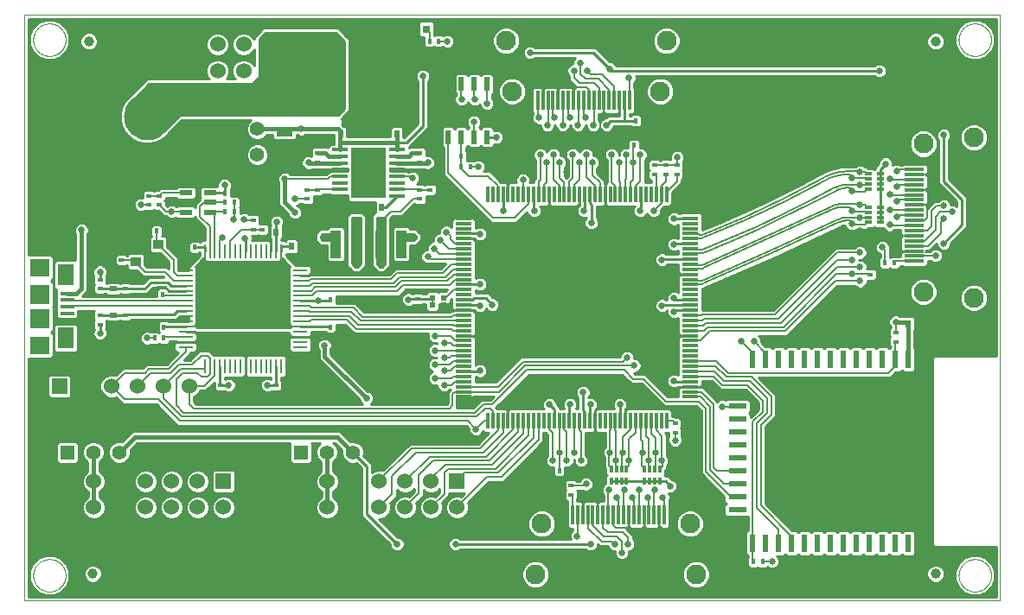
<source format=gtl>
G75*
%MOIN*%
%OFA0B0*%
%FSLAX25Y25*%
%IPPOS*%
%LPD*%
%AMOC8*
5,1,8,0,0,1.08239X$1,22.5*
%
%ADD10C,0.00000*%
%ADD11R,0.01181X0.07480*%
%ADD12C,0.07677*%
%ADD13R,0.01575X0.01969*%
%ADD14R,0.01181X0.02559*%
%ADD15R,0.05709X0.01063*%
%ADD16R,0.01063X0.05709*%
%ADD17R,0.05315X0.01575*%
%ADD18R,0.07480X0.07087*%
%ADD19R,0.07480X0.07480*%
%ADD20R,0.06299X0.08268*%
%ADD21R,0.03937X0.03543*%
%ADD22R,0.01969X0.01575*%
%ADD23R,0.05000X0.02200*%
%ADD24R,0.03150X0.01969*%
%ADD25R,0.01969X0.03150*%
%ADD26R,0.03150X0.03150*%
%ADD27C,0.15811*%
%ADD28C,0.17780*%
%ADD29R,0.06299X0.03346*%
%ADD30R,0.02362X0.01969*%
%ADD31R,0.06000X0.06000*%
%ADD32C,0.06000*%
%ADD33R,0.05600X0.05600*%
%ADD34C,0.05600*%
%ADD35R,0.13780X0.03937*%
%ADD36R,0.06299X0.01181*%
%ADD37R,0.01181X0.06299*%
%ADD38R,0.02165X0.05315*%
%ADD39R,0.08268X0.05000*%
%ADD40R,0.07480X0.01181*%
%ADD41R,0.02559X0.01181*%
%ADD42C,0.03937*%
%ADD43R,0.13386X0.19685*%
%ADD44R,0.03937X0.10630*%
%ADD45R,0.15748X0.15748*%
%ADD46R,0.02362X0.07087*%
%ADD47R,0.07087X0.02362*%
%ADD48C,0.01000*%
%ADD49C,0.02500*%
%ADD50C,0.00600*%
%ADD51C,0.01600*%
D10*
X0008730Y0046472D02*
X0008730Y0272457D01*
X0384715Y0272457D01*
X0384715Y0046472D01*
X0008730Y0046472D01*
X0012126Y0056118D02*
X0012128Y0056276D01*
X0012134Y0056433D01*
X0012144Y0056591D01*
X0012158Y0056748D01*
X0012176Y0056904D01*
X0012197Y0057061D01*
X0012223Y0057216D01*
X0012253Y0057371D01*
X0012286Y0057525D01*
X0012324Y0057678D01*
X0012365Y0057831D01*
X0012410Y0057982D01*
X0012459Y0058132D01*
X0012512Y0058280D01*
X0012568Y0058428D01*
X0012629Y0058573D01*
X0012692Y0058718D01*
X0012760Y0058860D01*
X0012831Y0059001D01*
X0012905Y0059140D01*
X0012983Y0059277D01*
X0013065Y0059412D01*
X0013149Y0059545D01*
X0013238Y0059676D01*
X0013329Y0059804D01*
X0013424Y0059931D01*
X0013521Y0060054D01*
X0013622Y0060176D01*
X0013726Y0060294D01*
X0013833Y0060410D01*
X0013943Y0060523D01*
X0014055Y0060634D01*
X0014171Y0060741D01*
X0014289Y0060846D01*
X0014409Y0060948D01*
X0014532Y0061046D01*
X0014658Y0061142D01*
X0014786Y0061234D01*
X0014916Y0061323D01*
X0015048Y0061409D01*
X0015183Y0061491D01*
X0015320Y0061570D01*
X0015458Y0061645D01*
X0015598Y0061717D01*
X0015741Y0061785D01*
X0015884Y0061850D01*
X0016030Y0061911D01*
X0016177Y0061968D01*
X0016325Y0062022D01*
X0016475Y0062072D01*
X0016625Y0062118D01*
X0016777Y0062160D01*
X0016930Y0062199D01*
X0017084Y0062233D01*
X0017239Y0062264D01*
X0017394Y0062290D01*
X0017550Y0062313D01*
X0017707Y0062332D01*
X0017864Y0062347D01*
X0018021Y0062358D01*
X0018179Y0062365D01*
X0018337Y0062368D01*
X0018494Y0062367D01*
X0018652Y0062362D01*
X0018809Y0062353D01*
X0018967Y0062340D01*
X0019123Y0062323D01*
X0019280Y0062302D01*
X0019435Y0062278D01*
X0019590Y0062249D01*
X0019745Y0062216D01*
X0019898Y0062180D01*
X0020051Y0062139D01*
X0020202Y0062095D01*
X0020352Y0062047D01*
X0020501Y0061996D01*
X0020649Y0061940D01*
X0020795Y0061881D01*
X0020940Y0061818D01*
X0021083Y0061751D01*
X0021224Y0061681D01*
X0021363Y0061608D01*
X0021501Y0061531D01*
X0021637Y0061450D01*
X0021770Y0061366D01*
X0021901Y0061279D01*
X0022030Y0061188D01*
X0022157Y0061094D01*
X0022282Y0060997D01*
X0022403Y0060897D01*
X0022523Y0060794D01*
X0022639Y0060688D01*
X0022753Y0060579D01*
X0022865Y0060467D01*
X0022973Y0060353D01*
X0023078Y0060235D01*
X0023181Y0060115D01*
X0023280Y0059993D01*
X0023376Y0059868D01*
X0023469Y0059740D01*
X0023559Y0059611D01*
X0023645Y0059479D01*
X0023729Y0059345D01*
X0023808Y0059209D01*
X0023885Y0059071D01*
X0023957Y0058931D01*
X0024026Y0058789D01*
X0024092Y0058646D01*
X0024154Y0058501D01*
X0024212Y0058354D01*
X0024267Y0058206D01*
X0024318Y0058057D01*
X0024365Y0057906D01*
X0024408Y0057755D01*
X0024447Y0057602D01*
X0024483Y0057448D01*
X0024514Y0057294D01*
X0024542Y0057139D01*
X0024566Y0056983D01*
X0024586Y0056826D01*
X0024602Y0056669D01*
X0024614Y0056512D01*
X0024622Y0056355D01*
X0024626Y0056197D01*
X0024626Y0056039D01*
X0024622Y0055881D01*
X0024614Y0055724D01*
X0024602Y0055567D01*
X0024586Y0055410D01*
X0024566Y0055253D01*
X0024542Y0055097D01*
X0024514Y0054942D01*
X0024483Y0054788D01*
X0024447Y0054634D01*
X0024408Y0054481D01*
X0024365Y0054330D01*
X0024318Y0054179D01*
X0024267Y0054030D01*
X0024212Y0053882D01*
X0024154Y0053735D01*
X0024092Y0053590D01*
X0024026Y0053447D01*
X0023957Y0053305D01*
X0023885Y0053165D01*
X0023808Y0053027D01*
X0023729Y0052891D01*
X0023645Y0052757D01*
X0023559Y0052625D01*
X0023469Y0052496D01*
X0023376Y0052368D01*
X0023280Y0052243D01*
X0023181Y0052121D01*
X0023078Y0052001D01*
X0022973Y0051883D01*
X0022865Y0051769D01*
X0022753Y0051657D01*
X0022639Y0051548D01*
X0022523Y0051442D01*
X0022403Y0051339D01*
X0022282Y0051239D01*
X0022157Y0051142D01*
X0022030Y0051048D01*
X0021901Y0050957D01*
X0021770Y0050870D01*
X0021637Y0050786D01*
X0021501Y0050705D01*
X0021363Y0050628D01*
X0021224Y0050555D01*
X0021083Y0050485D01*
X0020940Y0050418D01*
X0020795Y0050355D01*
X0020649Y0050296D01*
X0020501Y0050240D01*
X0020352Y0050189D01*
X0020202Y0050141D01*
X0020051Y0050097D01*
X0019898Y0050056D01*
X0019745Y0050020D01*
X0019590Y0049987D01*
X0019435Y0049958D01*
X0019280Y0049934D01*
X0019123Y0049913D01*
X0018967Y0049896D01*
X0018809Y0049883D01*
X0018652Y0049874D01*
X0018494Y0049869D01*
X0018337Y0049868D01*
X0018179Y0049871D01*
X0018021Y0049878D01*
X0017864Y0049889D01*
X0017707Y0049904D01*
X0017550Y0049923D01*
X0017394Y0049946D01*
X0017239Y0049972D01*
X0017084Y0050003D01*
X0016930Y0050037D01*
X0016777Y0050076D01*
X0016625Y0050118D01*
X0016475Y0050164D01*
X0016325Y0050214D01*
X0016177Y0050268D01*
X0016030Y0050325D01*
X0015884Y0050386D01*
X0015741Y0050451D01*
X0015598Y0050519D01*
X0015458Y0050591D01*
X0015320Y0050666D01*
X0015183Y0050745D01*
X0015048Y0050827D01*
X0014916Y0050913D01*
X0014786Y0051002D01*
X0014658Y0051094D01*
X0014532Y0051190D01*
X0014409Y0051288D01*
X0014289Y0051390D01*
X0014171Y0051495D01*
X0014055Y0051602D01*
X0013943Y0051713D01*
X0013833Y0051826D01*
X0013726Y0051942D01*
X0013622Y0052060D01*
X0013521Y0052182D01*
X0013424Y0052305D01*
X0013329Y0052432D01*
X0013238Y0052560D01*
X0013149Y0052691D01*
X0013065Y0052824D01*
X0012983Y0052959D01*
X0012905Y0053096D01*
X0012831Y0053235D01*
X0012760Y0053376D01*
X0012692Y0053518D01*
X0012629Y0053663D01*
X0012568Y0053808D01*
X0012512Y0053956D01*
X0012459Y0054104D01*
X0012410Y0054254D01*
X0012365Y0054405D01*
X0012324Y0054558D01*
X0012286Y0054711D01*
X0012253Y0054865D01*
X0012223Y0055020D01*
X0012197Y0055175D01*
X0012176Y0055332D01*
X0012158Y0055488D01*
X0012144Y0055645D01*
X0012134Y0055803D01*
X0012128Y0055960D01*
X0012126Y0056118D01*
X0012126Y0262811D02*
X0012128Y0262969D01*
X0012134Y0263126D01*
X0012144Y0263284D01*
X0012158Y0263441D01*
X0012176Y0263597D01*
X0012197Y0263754D01*
X0012223Y0263909D01*
X0012253Y0264064D01*
X0012286Y0264218D01*
X0012324Y0264371D01*
X0012365Y0264524D01*
X0012410Y0264675D01*
X0012459Y0264825D01*
X0012512Y0264973D01*
X0012568Y0265121D01*
X0012629Y0265266D01*
X0012692Y0265411D01*
X0012760Y0265553D01*
X0012831Y0265694D01*
X0012905Y0265833D01*
X0012983Y0265970D01*
X0013065Y0266105D01*
X0013149Y0266238D01*
X0013238Y0266369D01*
X0013329Y0266497D01*
X0013424Y0266624D01*
X0013521Y0266747D01*
X0013622Y0266869D01*
X0013726Y0266987D01*
X0013833Y0267103D01*
X0013943Y0267216D01*
X0014055Y0267327D01*
X0014171Y0267434D01*
X0014289Y0267539D01*
X0014409Y0267641D01*
X0014532Y0267739D01*
X0014658Y0267835D01*
X0014786Y0267927D01*
X0014916Y0268016D01*
X0015048Y0268102D01*
X0015183Y0268184D01*
X0015320Y0268263D01*
X0015458Y0268338D01*
X0015598Y0268410D01*
X0015741Y0268478D01*
X0015884Y0268543D01*
X0016030Y0268604D01*
X0016177Y0268661D01*
X0016325Y0268715D01*
X0016475Y0268765D01*
X0016625Y0268811D01*
X0016777Y0268853D01*
X0016930Y0268892D01*
X0017084Y0268926D01*
X0017239Y0268957D01*
X0017394Y0268983D01*
X0017550Y0269006D01*
X0017707Y0269025D01*
X0017864Y0269040D01*
X0018021Y0269051D01*
X0018179Y0269058D01*
X0018337Y0269061D01*
X0018494Y0269060D01*
X0018652Y0269055D01*
X0018809Y0269046D01*
X0018967Y0269033D01*
X0019123Y0269016D01*
X0019280Y0268995D01*
X0019435Y0268971D01*
X0019590Y0268942D01*
X0019745Y0268909D01*
X0019898Y0268873D01*
X0020051Y0268832D01*
X0020202Y0268788D01*
X0020352Y0268740D01*
X0020501Y0268689D01*
X0020649Y0268633D01*
X0020795Y0268574D01*
X0020940Y0268511D01*
X0021083Y0268444D01*
X0021224Y0268374D01*
X0021363Y0268301D01*
X0021501Y0268224D01*
X0021637Y0268143D01*
X0021770Y0268059D01*
X0021901Y0267972D01*
X0022030Y0267881D01*
X0022157Y0267787D01*
X0022282Y0267690D01*
X0022403Y0267590D01*
X0022523Y0267487D01*
X0022639Y0267381D01*
X0022753Y0267272D01*
X0022865Y0267160D01*
X0022973Y0267046D01*
X0023078Y0266928D01*
X0023181Y0266808D01*
X0023280Y0266686D01*
X0023376Y0266561D01*
X0023469Y0266433D01*
X0023559Y0266304D01*
X0023645Y0266172D01*
X0023729Y0266038D01*
X0023808Y0265902D01*
X0023885Y0265764D01*
X0023957Y0265624D01*
X0024026Y0265482D01*
X0024092Y0265339D01*
X0024154Y0265194D01*
X0024212Y0265047D01*
X0024267Y0264899D01*
X0024318Y0264750D01*
X0024365Y0264599D01*
X0024408Y0264448D01*
X0024447Y0264295D01*
X0024483Y0264141D01*
X0024514Y0263987D01*
X0024542Y0263832D01*
X0024566Y0263676D01*
X0024586Y0263519D01*
X0024602Y0263362D01*
X0024614Y0263205D01*
X0024622Y0263048D01*
X0024626Y0262890D01*
X0024626Y0262732D01*
X0024622Y0262574D01*
X0024614Y0262417D01*
X0024602Y0262260D01*
X0024586Y0262103D01*
X0024566Y0261946D01*
X0024542Y0261790D01*
X0024514Y0261635D01*
X0024483Y0261481D01*
X0024447Y0261327D01*
X0024408Y0261174D01*
X0024365Y0261023D01*
X0024318Y0260872D01*
X0024267Y0260723D01*
X0024212Y0260575D01*
X0024154Y0260428D01*
X0024092Y0260283D01*
X0024026Y0260140D01*
X0023957Y0259998D01*
X0023885Y0259858D01*
X0023808Y0259720D01*
X0023729Y0259584D01*
X0023645Y0259450D01*
X0023559Y0259318D01*
X0023469Y0259189D01*
X0023376Y0259061D01*
X0023280Y0258936D01*
X0023181Y0258814D01*
X0023078Y0258694D01*
X0022973Y0258576D01*
X0022865Y0258462D01*
X0022753Y0258350D01*
X0022639Y0258241D01*
X0022523Y0258135D01*
X0022403Y0258032D01*
X0022282Y0257932D01*
X0022157Y0257835D01*
X0022030Y0257741D01*
X0021901Y0257650D01*
X0021770Y0257563D01*
X0021637Y0257479D01*
X0021501Y0257398D01*
X0021363Y0257321D01*
X0021224Y0257248D01*
X0021083Y0257178D01*
X0020940Y0257111D01*
X0020795Y0257048D01*
X0020649Y0256989D01*
X0020501Y0256933D01*
X0020352Y0256882D01*
X0020202Y0256834D01*
X0020051Y0256790D01*
X0019898Y0256749D01*
X0019745Y0256713D01*
X0019590Y0256680D01*
X0019435Y0256651D01*
X0019280Y0256627D01*
X0019123Y0256606D01*
X0018967Y0256589D01*
X0018809Y0256576D01*
X0018652Y0256567D01*
X0018494Y0256562D01*
X0018337Y0256561D01*
X0018179Y0256564D01*
X0018021Y0256571D01*
X0017864Y0256582D01*
X0017707Y0256597D01*
X0017550Y0256616D01*
X0017394Y0256639D01*
X0017239Y0256665D01*
X0017084Y0256696D01*
X0016930Y0256730D01*
X0016777Y0256769D01*
X0016625Y0256811D01*
X0016475Y0256857D01*
X0016325Y0256907D01*
X0016177Y0256961D01*
X0016030Y0257018D01*
X0015884Y0257079D01*
X0015741Y0257144D01*
X0015598Y0257212D01*
X0015458Y0257284D01*
X0015320Y0257359D01*
X0015183Y0257438D01*
X0015048Y0257520D01*
X0014916Y0257606D01*
X0014786Y0257695D01*
X0014658Y0257787D01*
X0014532Y0257883D01*
X0014409Y0257981D01*
X0014289Y0258083D01*
X0014171Y0258188D01*
X0014055Y0258295D01*
X0013943Y0258406D01*
X0013833Y0258519D01*
X0013726Y0258635D01*
X0013622Y0258753D01*
X0013521Y0258875D01*
X0013424Y0258998D01*
X0013329Y0259125D01*
X0013238Y0259253D01*
X0013149Y0259384D01*
X0013065Y0259517D01*
X0012983Y0259652D01*
X0012905Y0259789D01*
X0012831Y0259928D01*
X0012760Y0260069D01*
X0012692Y0260211D01*
X0012629Y0260356D01*
X0012568Y0260501D01*
X0012512Y0260649D01*
X0012459Y0260797D01*
X0012410Y0260947D01*
X0012365Y0261098D01*
X0012324Y0261251D01*
X0012286Y0261404D01*
X0012253Y0261558D01*
X0012223Y0261713D01*
X0012197Y0261868D01*
X0012176Y0262025D01*
X0012158Y0262181D01*
X0012144Y0262338D01*
X0012134Y0262496D01*
X0012128Y0262653D01*
X0012126Y0262811D01*
X0368819Y0262811D02*
X0368821Y0262969D01*
X0368827Y0263126D01*
X0368837Y0263284D01*
X0368851Y0263441D01*
X0368869Y0263597D01*
X0368890Y0263754D01*
X0368916Y0263909D01*
X0368946Y0264064D01*
X0368979Y0264218D01*
X0369017Y0264371D01*
X0369058Y0264524D01*
X0369103Y0264675D01*
X0369152Y0264825D01*
X0369205Y0264973D01*
X0369261Y0265121D01*
X0369322Y0265266D01*
X0369385Y0265411D01*
X0369453Y0265553D01*
X0369524Y0265694D01*
X0369598Y0265833D01*
X0369676Y0265970D01*
X0369758Y0266105D01*
X0369842Y0266238D01*
X0369931Y0266369D01*
X0370022Y0266497D01*
X0370117Y0266624D01*
X0370214Y0266747D01*
X0370315Y0266869D01*
X0370419Y0266987D01*
X0370526Y0267103D01*
X0370636Y0267216D01*
X0370748Y0267327D01*
X0370864Y0267434D01*
X0370982Y0267539D01*
X0371102Y0267641D01*
X0371225Y0267739D01*
X0371351Y0267835D01*
X0371479Y0267927D01*
X0371609Y0268016D01*
X0371741Y0268102D01*
X0371876Y0268184D01*
X0372013Y0268263D01*
X0372151Y0268338D01*
X0372291Y0268410D01*
X0372434Y0268478D01*
X0372577Y0268543D01*
X0372723Y0268604D01*
X0372870Y0268661D01*
X0373018Y0268715D01*
X0373168Y0268765D01*
X0373318Y0268811D01*
X0373470Y0268853D01*
X0373623Y0268892D01*
X0373777Y0268926D01*
X0373932Y0268957D01*
X0374087Y0268983D01*
X0374243Y0269006D01*
X0374400Y0269025D01*
X0374557Y0269040D01*
X0374714Y0269051D01*
X0374872Y0269058D01*
X0375030Y0269061D01*
X0375187Y0269060D01*
X0375345Y0269055D01*
X0375502Y0269046D01*
X0375660Y0269033D01*
X0375816Y0269016D01*
X0375973Y0268995D01*
X0376128Y0268971D01*
X0376283Y0268942D01*
X0376438Y0268909D01*
X0376591Y0268873D01*
X0376744Y0268832D01*
X0376895Y0268788D01*
X0377045Y0268740D01*
X0377194Y0268689D01*
X0377342Y0268633D01*
X0377488Y0268574D01*
X0377633Y0268511D01*
X0377776Y0268444D01*
X0377917Y0268374D01*
X0378056Y0268301D01*
X0378194Y0268224D01*
X0378330Y0268143D01*
X0378463Y0268059D01*
X0378594Y0267972D01*
X0378723Y0267881D01*
X0378850Y0267787D01*
X0378975Y0267690D01*
X0379096Y0267590D01*
X0379216Y0267487D01*
X0379332Y0267381D01*
X0379446Y0267272D01*
X0379558Y0267160D01*
X0379666Y0267046D01*
X0379771Y0266928D01*
X0379874Y0266808D01*
X0379973Y0266686D01*
X0380069Y0266561D01*
X0380162Y0266433D01*
X0380252Y0266304D01*
X0380338Y0266172D01*
X0380422Y0266038D01*
X0380501Y0265902D01*
X0380578Y0265764D01*
X0380650Y0265624D01*
X0380719Y0265482D01*
X0380785Y0265339D01*
X0380847Y0265194D01*
X0380905Y0265047D01*
X0380960Y0264899D01*
X0381011Y0264750D01*
X0381058Y0264599D01*
X0381101Y0264448D01*
X0381140Y0264295D01*
X0381176Y0264141D01*
X0381207Y0263987D01*
X0381235Y0263832D01*
X0381259Y0263676D01*
X0381279Y0263519D01*
X0381295Y0263362D01*
X0381307Y0263205D01*
X0381315Y0263048D01*
X0381319Y0262890D01*
X0381319Y0262732D01*
X0381315Y0262574D01*
X0381307Y0262417D01*
X0381295Y0262260D01*
X0381279Y0262103D01*
X0381259Y0261946D01*
X0381235Y0261790D01*
X0381207Y0261635D01*
X0381176Y0261481D01*
X0381140Y0261327D01*
X0381101Y0261174D01*
X0381058Y0261023D01*
X0381011Y0260872D01*
X0380960Y0260723D01*
X0380905Y0260575D01*
X0380847Y0260428D01*
X0380785Y0260283D01*
X0380719Y0260140D01*
X0380650Y0259998D01*
X0380578Y0259858D01*
X0380501Y0259720D01*
X0380422Y0259584D01*
X0380338Y0259450D01*
X0380252Y0259318D01*
X0380162Y0259189D01*
X0380069Y0259061D01*
X0379973Y0258936D01*
X0379874Y0258814D01*
X0379771Y0258694D01*
X0379666Y0258576D01*
X0379558Y0258462D01*
X0379446Y0258350D01*
X0379332Y0258241D01*
X0379216Y0258135D01*
X0379096Y0258032D01*
X0378975Y0257932D01*
X0378850Y0257835D01*
X0378723Y0257741D01*
X0378594Y0257650D01*
X0378463Y0257563D01*
X0378330Y0257479D01*
X0378194Y0257398D01*
X0378056Y0257321D01*
X0377917Y0257248D01*
X0377776Y0257178D01*
X0377633Y0257111D01*
X0377488Y0257048D01*
X0377342Y0256989D01*
X0377194Y0256933D01*
X0377045Y0256882D01*
X0376895Y0256834D01*
X0376744Y0256790D01*
X0376591Y0256749D01*
X0376438Y0256713D01*
X0376283Y0256680D01*
X0376128Y0256651D01*
X0375973Y0256627D01*
X0375816Y0256606D01*
X0375660Y0256589D01*
X0375502Y0256576D01*
X0375345Y0256567D01*
X0375187Y0256562D01*
X0375030Y0256561D01*
X0374872Y0256564D01*
X0374714Y0256571D01*
X0374557Y0256582D01*
X0374400Y0256597D01*
X0374243Y0256616D01*
X0374087Y0256639D01*
X0373932Y0256665D01*
X0373777Y0256696D01*
X0373623Y0256730D01*
X0373470Y0256769D01*
X0373318Y0256811D01*
X0373168Y0256857D01*
X0373018Y0256907D01*
X0372870Y0256961D01*
X0372723Y0257018D01*
X0372577Y0257079D01*
X0372434Y0257144D01*
X0372291Y0257212D01*
X0372151Y0257284D01*
X0372013Y0257359D01*
X0371876Y0257438D01*
X0371741Y0257520D01*
X0371609Y0257606D01*
X0371479Y0257695D01*
X0371351Y0257787D01*
X0371225Y0257883D01*
X0371102Y0257981D01*
X0370982Y0258083D01*
X0370864Y0258188D01*
X0370748Y0258295D01*
X0370636Y0258406D01*
X0370526Y0258519D01*
X0370419Y0258635D01*
X0370315Y0258753D01*
X0370214Y0258875D01*
X0370117Y0258998D01*
X0370022Y0259125D01*
X0369931Y0259253D01*
X0369842Y0259384D01*
X0369758Y0259517D01*
X0369676Y0259652D01*
X0369598Y0259789D01*
X0369524Y0259928D01*
X0369453Y0260069D01*
X0369385Y0260211D01*
X0369322Y0260356D01*
X0369261Y0260501D01*
X0369205Y0260649D01*
X0369152Y0260797D01*
X0369103Y0260947D01*
X0369058Y0261098D01*
X0369017Y0261251D01*
X0368979Y0261404D01*
X0368946Y0261558D01*
X0368916Y0261713D01*
X0368890Y0261868D01*
X0368869Y0262025D01*
X0368851Y0262181D01*
X0368837Y0262338D01*
X0368827Y0262496D01*
X0368821Y0262653D01*
X0368819Y0262811D01*
X0368819Y0056118D02*
X0368821Y0056276D01*
X0368827Y0056433D01*
X0368837Y0056591D01*
X0368851Y0056748D01*
X0368869Y0056904D01*
X0368890Y0057061D01*
X0368916Y0057216D01*
X0368946Y0057371D01*
X0368979Y0057525D01*
X0369017Y0057678D01*
X0369058Y0057831D01*
X0369103Y0057982D01*
X0369152Y0058132D01*
X0369205Y0058280D01*
X0369261Y0058428D01*
X0369322Y0058573D01*
X0369385Y0058718D01*
X0369453Y0058860D01*
X0369524Y0059001D01*
X0369598Y0059140D01*
X0369676Y0059277D01*
X0369758Y0059412D01*
X0369842Y0059545D01*
X0369931Y0059676D01*
X0370022Y0059804D01*
X0370117Y0059931D01*
X0370214Y0060054D01*
X0370315Y0060176D01*
X0370419Y0060294D01*
X0370526Y0060410D01*
X0370636Y0060523D01*
X0370748Y0060634D01*
X0370864Y0060741D01*
X0370982Y0060846D01*
X0371102Y0060948D01*
X0371225Y0061046D01*
X0371351Y0061142D01*
X0371479Y0061234D01*
X0371609Y0061323D01*
X0371741Y0061409D01*
X0371876Y0061491D01*
X0372013Y0061570D01*
X0372151Y0061645D01*
X0372291Y0061717D01*
X0372434Y0061785D01*
X0372577Y0061850D01*
X0372723Y0061911D01*
X0372870Y0061968D01*
X0373018Y0062022D01*
X0373168Y0062072D01*
X0373318Y0062118D01*
X0373470Y0062160D01*
X0373623Y0062199D01*
X0373777Y0062233D01*
X0373932Y0062264D01*
X0374087Y0062290D01*
X0374243Y0062313D01*
X0374400Y0062332D01*
X0374557Y0062347D01*
X0374714Y0062358D01*
X0374872Y0062365D01*
X0375030Y0062368D01*
X0375187Y0062367D01*
X0375345Y0062362D01*
X0375502Y0062353D01*
X0375660Y0062340D01*
X0375816Y0062323D01*
X0375973Y0062302D01*
X0376128Y0062278D01*
X0376283Y0062249D01*
X0376438Y0062216D01*
X0376591Y0062180D01*
X0376744Y0062139D01*
X0376895Y0062095D01*
X0377045Y0062047D01*
X0377194Y0061996D01*
X0377342Y0061940D01*
X0377488Y0061881D01*
X0377633Y0061818D01*
X0377776Y0061751D01*
X0377917Y0061681D01*
X0378056Y0061608D01*
X0378194Y0061531D01*
X0378330Y0061450D01*
X0378463Y0061366D01*
X0378594Y0061279D01*
X0378723Y0061188D01*
X0378850Y0061094D01*
X0378975Y0060997D01*
X0379096Y0060897D01*
X0379216Y0060794D01*
X0379332Y0060688D01*
X0379446Y0060579D01*
X0379558Y0060467D01*
X0379666Y0060353D01*
X0379771Y0060235D01*
X0379874Y0060115D01*
X0379973Y0059993D01*
X0380069Y0059868D01*
X0380162Y0059740D01*
X0380252Y0059611D01*
X0380338Y0059479D01*
X0380422Y0059345D01*
X0380501Y0059209D01*
X0380578Y0059071D01*
X0380650Y0058931D01*
X0380719Y0058789D01*
X0380785Y0058646D01*
X0380847Y0058501D01*
X0380905Y0058354D01*
X0380960Y0058206D01*
X0381011Y0058057D01*
X0381058Y0057906D01*
X0381101Y0057755D01*
X0381140Y0057602D01*
X0381176Y0057448D01*
X0381207Y0057294D01*
X0381235Y0057139D01*
X0381259Y0056983D01*
X0381279Y0056826D01*
X0381295Y0056669D01*
X0381307Y0056512D01*
X0381315Y0056355D01*
X0381319Y0056197D01*
X0381319Y0056039D01*
X0381315Y0055881D01*
X0381307Y0055724D01*
X0381295Y0055567D01*
X0381279Y0055410D01*
X0381259Y0055253D01*
X0381235Y0055097D01*
X0381207Y0054942D01*
X0381176Y0054788D01*
X0381140Y0054634D01*
X0381101Y0054481D01*
X0381058Y0054330D01*
X0381011Y0054179D01*
X0380960Y0054030D01*
X0380905Y0053882D01*
X0380847Y0053735D01*
X0380785Y0053590D01*
X0380719Y0053447D01*
X0380650Y0053305D01*
X0380578Y0053165D01*
X0380501Y0053027D01*
X0380422Y0052891D01*
X0380338Y0052757D01*
X0380252Y0052625D01*
X0380162Y0052496D01*
X0380069Y0052368D01*
X0379973Y0052243D01*
X0379874Y0052121D01*
X0379771Y0052001D01*
X0379666Y0051883D01*
X0379558Y0051769D01*
X0379446Y0051657D01*
X0379332Y0051548D01*
X0379216Y0051442D01*
X0379096Y0051339D01*
X0378975Y0051239D01*
X0378850Y0051142D01*
X0378723Y0051048D01*
X0378594Y0050957D01*
X0378463Y0050870D01*
X0378330Y0050786D01*
X0378194Y0050705D01*
X0378056Y0050628D01*
X0377917Y0050555D01*
X0377776Y0050485D01*
X0377633Y0050418D01*
X0377488Y0050355D01*
X0377342Y0050296D01*
X0377194Y0050240D01*
X0377045Y0050189D01*
X0376895Y0050141D01*
X0376744Y0050097D01*
X0376591Y0050056D01*
X0376438Y0050020D01*
X0376283Y0049987D01*
X0376128Y0049958D01*
X0375973Y0049934D01*
X0375816Y0049913D01*
X0375660Y0049896D01*
X0375502Y0049883D01*
X0375345Y0049874D01*
X0375187Y0049869D01*
X0375030Y0049868D01*
X0374872Y0049871D01*
X0374714Y0049878D01*
X0374557Y0049889D01*
X0374400Y0049904D01*
X0374243Y0049923D01*
X0374087Y0049946D01*
X0373932Y0049972D01*
X0373777Y0050003D01*
X0373623Y0050037D01*
X0373470Y0050076D01*
X0373318Y0050118D01*
X0373168Y0050164D01*
X0373018Y0050214D01*
X0372870Y0050268D01*
X0372723Y0050325D01*
X0372577Y0050386D01*
X0372434Y0050451D01*
X0372291Y0050519D01*
X0372151Y0050591D01*
X0372013Y0050666D01*
X0371876Y0050745D01*
X0371741Y0050827D01*
X0371609Y0050913D01*
X0371479Y0051002D01*
X0371351Y0051094D01*
X0371225Y0051190D01*
X0371102Y0051288D01*
X0370982Y0051390D01*
X0370864Y0051495D01*
X0370748Y0051602D01*
X0370636Y0051713D01*
X0370526Y0051826D01*
X0370419Y0051942D01*
X0370315Y0052060D01*
X0370214Y0052182D01*
X0370117Y0052305D01*
X0370022Y0052432D01*
X0369931Y0052560D01*
X0369842Y0052691D01*
X0369758Y0052824D01*
X0369676Y0052959D01*
X0369598Y0053096D01*
X0369524Y0053235D01*
X0369453Y0053376D01*
X0369385Y0053518D01*
X0369322Y0053663D01*
X0369261Y0053808D01*
X0369205Y0053956D01*
X0369152Y0054104D01*
X0369103Y0054254D01*
X0369058Y0054405D01*
X0369017Y0054558D01*
X0368979Y0054711D01*
X0368946Y0054865D01*
X0368916Y0055020D01*
X0368890Y0055175D01*
X0368869Y0055332D01*
X0368851Y0055488D01*
X0368837Y0055645D01*
X0368827Y0055803D01*
X0368821Y0055960D01*
X0368819Y0056118D01*
D11*
X0255384Y0079543D03*
X0253415Y0079543D03*
X0251447Y0079543D03*
X0249478Y0079543D03*
X0247510Y0079543D03*
X0245541Y0079543D03*
X0243573Y0079543D03*
X0241604Y0079543D03*
X0239636Y0079543D03*
X0237667Y0079543D03*
X0235699Y0079543D03*
X0233730Y0079543D03*
X0231762Y0079543D03*
X0229793Y0079543D03*
X0227825Y0079543D03*
X0225856Y0079543D03*
X0223888Y0079543D03*
X0221919Y0079543D03*
X0219951Y0079543D03*
X0220344Y0239386D03*
X0218376Y0239386D03*
X0216407Y0239386D03*
X0214439Y0239386D03*
X0212470Y0239386D03*
X0210502Y0239386D03*
X0208533Y0239386D03*
X0206565Y0239386D03*
X0222313Y0239386D03*
X0224281Y0239386D03*
X0226250Y0239386D03*
X0228219Y0239386D03*
X0230187Y0239386D03*
X0232156Y0239386D03*
X0234124Y0239386D03*
X0236093Y0239386D03*
X0238061Y0239386D03*
X0240030Y0239386D03*
X0241998Y0239386D03*
D12*
X0253809Y0242929D03*
X0256171Y0262417D03*
X0196722Y0242929D03*
X0194360Y0262417D03*
X0355187Y0222654D03*
X0374675Y0225016D03*
X0355187Y0165567D03*
X0374675Y0163205D03*
X0265226Y0076000D03*
X0267589Y0056512D03*
X0208140Y0076000D03*
X0205778Y0056512D03*
D13*
X0211289Y0096472D03*
X0214833Y0096472D03*
X0289636Y0061433D03*
X0293179Y0061433D03*
X0349478Y0148047D03*
X0353022Y0148047D03*
X0343967Y0176787D03*
X0340423Y0176787D03*
X0247116Y0222063D03*
X0243573Y0222063D03*
X0244360Y0231512D03*
X0247904Y0231512D03*
X0180581Y0217732D03*
X0177037Y0217732D03*
X0177037Y0213795D03*
X0180581Y0213795D03*
X0168376Y0262220D03*
X0164833Y0262220D03*
X0089636Y0203559D03*
X0089636Y0200016D03*
X0086093Y0200016D03*
X0086093Y0203559D03*
X0086093Y0196472D03*
X0089636Y0196472D03*
X0074281Y0182693D03*
X0070738Y0182693D03*
X0059715Y0188992D03*
X0056171Y0188992D03*
X0058533Y0164583D03*
X0062077Y0164583D03*
X0062470Y0151984D03*
X0058927Y0151984D03*
X0058927Y0147654D03*
X0062470Y0147654D03*
X0126644Y0151984D03*
X0130187Y0151984D03*
X0130187Y0162614D03*
X0126644Y0162614D03*
D14*
X0234911Y0097161D03*
X0236880Y0097161D03*
X0238848Y0097161D03*
X0240817Y0097161D03*
X0240817Y0092634D03*
X0238848Y0092634D03*
X0236880Y0092634D03*
X0234911Y0092634D03*
X0247707Y0092634D03*
X0249675Y0092634D03*
X0251644Y0092634D03*
X0253612Y0092634D03*
X0253612Y0097161D03*
X0251644Y0097161D03*
X0249675Y0097161D03*
X0247707Y0097161D03*
D15*
X0115128Y0144307D03*
X0115128Y0146276D03*
X0115128Y0148244D03*
X0115128Y0150213D03*
X0115128Y0152181D03*
X0115128Y0154150D03*
X0115128Y0156118D03*
X0115128Y0158087D03*
X0115128Y0160055D03*
X0115128Y0162024D03*
X0115128Y0163992D03*
X0115128Y0165961D03*
X0115128Y0167929D03*
X0115128Y0169898D03*
X0115128Y0171866D03*
X0115128Y0173835D03*
X0070837Y0173835D03*
X0070837Y0171866D03*
X0070837Y0169898D03*
X0070837Y0167929D03*
X0070837Y0165961D03*
X0070837Y0163992D03*
X0070837Y0162024D03*
X0070837Y0160055D03*
X0070837Y0158087D03*
X0070837Y0156118D03*
X0070837Y0154150D03*
X0070837Y0152181D03*
X0070837Y0150213D03*
X0070837Y0148244D03*
X0070837Y0146276D03*
X0070837Y0144307D03*
D16*
X0078219Y0136925D03*
X0080187Y0136925D03*
X0082156Y0136925D03*
X0084124Y0136925D03*
X0086093Y0136925D03*
X0088061Y0136925D03*
X0090030Y0136925D03*
X0091998Y0136925D03*
X0093967Y0136925D03*
X0095935Y0136925D03*
X0097904Y0136925D03*
X0099872Y0136925D03*
X0101841Y0136925D03*
X0103809Y0136925D03*
X0105778Y0136925D03*
X0107746Y0136925D03*
X0107746Y0181217D03*
X0105778Y0181217D03*
X0103809Y0181217D03*
X0101841Y0181217D03*
X0099872Y0181217D03*
X0097904Y0181217D03*
X0095935Y0181217D03*
X0093967Y0181217D03*
X0091998Y0181217D03*
X0090030Y0181217D03*
X0088061Y0181217D03*
X0086093Y0181217D03*
X0084124Y0181217D03*
X0082156Y0181217D03*
X0080187Y0181217D03*
X0078219Y0181217D03*
D17*
X0025167Y0164976D03*
X0025167Y0162417D03*
X0025167Y0159858D03*
X0025167Y0157299D03*
X0025167Y0154740D03*
D18*
X0014636Y0144898D03*
X0014636Y0174819D03*
D19*
X0014636Y0164583D03*
X0014636Y0155134D03*
D20*
X0024675Y0147654D03*
X0024675Y0172063D03*
D21*
X0051644Y0177181D03*
X0060305Y0177181D03*
X0060305Y0183874D03*
X0051644Y0183874D03*
D22*
X0046132Y0181315D03*
X0046132Y0177772D03*
X0047707Y0170291D03*
X0047707Y0166748D03*
X0037864Y0166748D03*
X0037864Y0170291D03*
X0037864Y0156512D03*
X0037864Y0152969D03*
X0047707Y0152969D03*
X0047707Y0156512D03*
X0084321Y0129346D03*
X0084321Y0125803D03*
X0105581Y0125803D03*
X0105581Y0129346D03*
X0160305Y0159268D03*
X0160305Y0162811D03*
X0161093Y0201394D03*
X0161093Y0204937D03*
X0165030Y0204937D03*
X0165030Y0201394D03*
X0161093Y0215567D03*
X0161093Y0219110D03*
X0121722Y0219110D03*
X0121722Y0215567D03*
X0121722Y0204937D03*
X0121722Y0201394D03*
X0117785Y0201394D03*
X0117785Y0204937D03*
X0100463Y0193126D03*
X0100463Y0189583D03*
X0096919Y0189583D03*
X0096919Y0193126D03*
X0060699Y0199031D03*
X0060699Y0202575D03*
X0056762Y0202575D03*
X0056762Y0199031D03*
X0219360Y0090764D03*
X0219360Y0087220D03*
X0259518Y0111236D03*
X0259518Y0114780D03*
X0334715Y0168717D03*
X0334715Y0172260D03*
X0344557Y0149819D03*
X0344557Y0146276D03*
X0260305Y0210843D03*
X0255974Y0210843D03*
X0251644Y0210843D03*
X0251644Y0214386D03*
X0255974Y0214386D03*
X0260305Y0214386D03*
D23*
X0080459Y0203716D03*
X0080459Y0200016D03*
X0080459Y0196316D03*
X0070859Y0196316D03*
X0070859Y0200016D03*
X0070859Y0203716D03*
D24*
X0042982Y0172654D03*
X0042982Y0166748D03*
X0042982Y0156512D03*
X0042982Y0150606D03*
D25*
X0105778Y0188598D03*
X0111683Y0188598D03*
X0111683Y0183087D03*
X0117589Y0183087D03*
X0130581Y0192929D03*
X0136486Y0192929D03*
X0140423Y0198047D03*
X0146329Y0198047D03*
X0146329Y0192929D03*
X0152234Y0192929D03*
X0152234Y0226394D03*
X0146329Y0226394D03*
X0136486Y0226394D03*
X0130581Y0226394D03*
X0349478Y0153165D03*
X0355384Y0153165D03*
D26*
X0169557Y0266945D03*
X0163652Y0266945D03*
D27*
X0032352Y0233087D03*
D28*
X0055974Y0233087D03*
D29*
X0109124Y0227280D03*
X0109124Y0215272D03*
D30*
X0166014Y0163205D03*
X0166014Y0160449D03*
X0170344Y0160449D03*
X0170344Y0163205D03*
D31*
X0175463Y0092417D03*
X0085463Y0092417D03*
X0022313Y0129150D03*
X0073297Y0237693D03*
X0103258Y0250803D03*
X0103258Y0261039D03*
D32*
X0093258Y0261039D03*
X0083258Y0261039D03*
X0073258Y0261039D03*
X0073258Y0250803D03*
X0083258Y0250803D03*
X0093258Y0250803D03*
X0073297Y0227693D03*
X0072313Y0129150D03*
X0062313Y0129150D03*
X0052313Y0129150D03*
X0042313Y0129150D03*
X0032313Y0129150D03*
X0035463Y0092417D03*
X0045463Y0092417D03*
X0055463Y0092417D03*
X0065463Y0092417D03*
X0075463Y0092417D03*
X0075463Y0082417D03*
X0065463Y0082417D03*
X0055463Y0082417D03*
X0045463Y0082417D03*
X0035463Y0082417D03*
X0085463Y0082417D03*
X0125463Y0082417D03*
X0135463Y0082417D03*
X0145463Y0082417D03*
X0155463Y0082417D03*
X0165463Y0082417D03*
X0175463Y0082417D03*
X0165463Y0092417D03*
X0155463Y0092417D03*
X0145463Y0092417D03*
X0135463Y0092417D03*
X0125463Y0092417D03*
D33*
X0115266Y0103559D03*
X0025266Y0103559D03*
X0098494Y0238362D03*
D34*
X0098494Y0228362D03*
X0098494Y0218362D03*
X0125266Y0103559D03*
X0135266Y0103559D03*
X0045266Y0103559D03*
X0035266Y0103559D03*
D35*
X0124281Y0250409D03*
X0150659Y0250409D03*
D36*
X0152431Y0220390D03*
X0152431Y0217831D03*
X0152431Y0215272D03*
X0152431Y0212713D03*
X0152431Y0210154D03*
X0152431Y0207594D03*
X0152431Y0205035D03*
X0152431Y0202476D03*
X0130384Y0202476D03*
X0130384Y0205035D03*
X0130384Y0207594D03*
X0130384Y0210154D03*
X0130384Y0212713D03*
X0130384Y0215272D03*
X0130384Y0217831D03*
X0130384Y0220390D03*
X0178022Y0193913D03*
X0178022Y0191945D03*
X0178022Y0189976D03*
X0178022Y0188008D03*
X0178022Y0186039D03*
X0178022Y0184071D03*
X0178022Y0182102D03*
X0178022Y0180134D03*
X0178022Y0178165D03*
X0178022Y0176197D03*
X0178022Y0174228D03*
X0178022Y0172260D03*
X0178022Y0170291D03*
X0178022Y0168323D03*
X0178022Y0166354D03*
X0178022Y0164386D03*
X0178022Y0162417D03*
X0178022Y0160449D03*
X0178022Y0158480D03*
X0178022Y0156512D03*
X0178022Y0154543D03*
X0178022Y0152575D03*
X0178022Y0150606D03*
X0178022Y0148638D03*
X0178022Y0146669D03*
X0178022Y0144701D03*
X0178022Y0142732D03*
X0178022Y0140764D03*
X0178022Y0138795D03*
X0178022Y0136827D03*
X0178022Y0134858D03*
X0178022Y0132890D03*
X0178022Y0130921D03*
X0178022Y0128953D03*
X0178022Y0126984D03*
X0178022Y0125016D03*
X0265423Y0125016D03*
X0265423Y0126984D03*
X0265423Y0128953D03*
X0265423Y0130921D03*
X0265423Y0132890D03*
X0265423Y0134858D03*
X0265423Y0136827D03*
X0265423Y0138795D03*
X0265423Y0140764D03*
X0265423Y0142732D03*
X0265423Y0144701D03*
X0265423Y0146669D03*
X0265423Y0148638D03*
X0265423Y0150606D03*
X0265423Y0152575D03*
X0265423Y0154543D03*
X0265423Y0156512D03*
X0265423Y0158480D03*
X0265423Y0160449D03*
X0265423Y0162417D03*
X0265423Y0164386D03*
X0265423Y0166354D03*
X0265423Y0168323D03*
X0265423Y0170291D03*
X0265423Y0172260D03*
X0265423Y0174228D03*
X0265423Y0176197D03*
X0265423Y0178165D03*
X0265423Y0180134D03*
X0265423Y0182102D03*
X0265423Y0184071D03*
X0265423Y0186039D03*
X0265423Y0188008D03*
X0265423Y0189976D03*
X0265423Y0191945D03*
X0265423Y0193913D03*
D37*
X0256171Y0203165D03*
X0254203Y0203165D03*
X0252234Y0203165D03*
X0250266Y0203165D03*
X0248297Y0203165D03*
X0246329Y0203165D03*
X0244360Y0203165D03*
X0242392Y0203165D03*
X0240423Y0203165D03*
X0238455Y0203165D03*
X0236486Y0203165D03*
X0234518Y0203165D03*
X0232549Y0203165D03*
X0230581Y0203165D03*
X0228612Y0203165D03*
X0226644Y0203165D03*
X0224675Y0203165D03*
X0222707Y0203165D03*
X0220738Y0203165D03*
X0218770Y0203165D03*
X0216801Y0203165D03*
X0214833Y0203165D03*
X0212864Y0203165D03*
X0210896Y0203165D03*
X0208927Y0203165D03*
X0206959Y0203165D03*
X0204990Y0203165D03*
X0203022Y0203165D03*
X0201053Y0203165D03*
X0199085Y0203165D03*
X0197116Y0203165D03*
X0195148Y0203165D03*
X0193179Y0203165D03*
X0191211Y0203165D03*
X0189242Y0203165D03*
X0187274Y0203165D03*
X0187274Y0115764D03*
X0189242Y0115764D03*
X0191211Y0115764D03*
X0193179Y0115764D03*
X0195148Y0115764D03*
X0197116Y0115764D03*
X0199085Y0115764D03*
X0201053Y0115764D03*
X0203022Y0115764D03*
X0204990Y0115764D03*
X0206959Y0115764D03*
X0208927Y0115764D03*
X0210896Y0115764D03*
X0212864Y0115764D03*
X0214833Y0115764D03*
X0216801Y0115764D03*
X0218770Y0115764D03*
X0220738Y0115764D03*
X0222707Y0115764D03*
X0224675Y0115764D03*
X0226644Y0115764D03*
X0228612Y0115764D03*
X0230581Y0115764D03*
X0232549Y0115764D03*
X0234518Y0115764D03*
X0236486Y0115764D03*
X0238455Y0115764D03*
X0240423Y0115764D03*
X0242392Y0115764D03*
X0244360Y0115764D03*
X0246329Y0115764D03*
X0248297Y0115764D03*
X0250266Y0115764D03*
X0252234Y0115764D03*
X0254203Y0115764D03*
X0256171Y0115764D03*
D38*
X0187096Y0225213D03*
X0182096Y0225213D03*
X0177096Y0225213D03*
X0172096Y0225213D03*
X0172096Y0245685D03*
X0177096Y0245685D03*
X0182096Y0245685D03*
X0187096Y0245685D03*
D39*
X0085896Y0240488D03*
X0085896Y0224898D03*
D40*
X0351644Y0212811D03*
X0351644Y0210843D03*
X0351644Y0208874D03*
X0351644Y0206906D03*
X0351644Y0204937D03*
X0351644Y0202969D03*
X0351644Y0201000D03*
X0351644Y0199031D03*
X0351644Y0197063D03*
X0351644Y0195094D03*
X0351644Y0193126D03*
X0351644Y0191157D03*
X0351644Y0189189D03*
X0351644Y0187220D03*
X0351644Y0185252D03*
X0351644Y0183283D03*
X0351644Y0181315D03*
X0351644Y0179346D03*
X0351644Y0177378D03*
D41*
X0338553Y0192339D03*
X0338553Y0194307D03*
X0338553Y0196276D03*
X0338553Y0198244D03*
X0334026Y0198244D03*
X0334026Y0196276D03*
X0334026Y0194307D03*
X0334026Y0192339D03*
X0334026Y0205134D03*
X0334026Y0207102D03*
X0334026Y0209071D03*
X0334026Y0211039D03*
X0338553Y0211039D03*
X0338553Y0209071D03*
X0338553Y0207102D03*
X0338553Y0205134D03*
D42*
X0359911Y0262220D03*
X0359911Y0056709D03*
X0035108Y0056709D03*
X0033533Y0262220D03*
D43*
X0141407Y0211433D03*
D44*
X0136683Y0183874D03*
X0128809Y0183874D03*
X0146132Y0183874D03*
X0154006Y0183874D03*
D45*
X0320148Y0106709D03*
D46*
X0319400Y0139386D03*
X0324400Y0139386D03*
X0329400Y0139386D03*
X0334400Y0139386D03*
X0339400Y0139386D03*
X0344400Y0139386D03*
X0349400Y0139386D03*
X0354400Y0139386D03*
X0314400Y0139386D03*
X0309400Y0139386D03*
X0304400Y0139386D03*
X0299400Y0139386D03*
X0294400Y0139386D03*
X0289400Y0139386D03*
X0289400Y0068520D03*
X0294400Y0068520D03*
X0299400Y0068520D03*
X0304400Y0068520D03*
X0309400Y0068520D03*
X0314400Y0068520D03*
X0319400Y0068520D03*
X0324400Y0068520D03*
X0329400Y0068520D03*
X0334400Y0068520D03*
X0339400Y0068520D03*
X0344400Y0068520D03*
X0349400Y0068520D03*
X0354400Y0068520D03*
D47*
X0283533Y0081453D03*
X0283533Y0086453D03*
X0283533Y0091453D03*
X0283533Y0096453D03*
X0283533Y0101453D03*
X0283533Y0106453D03*
X0283533Y0111453D03*
X0283533Y0116453D03*
X0283533Y0121453D03*
X0283533Y0126453D03*
D48*
X0286725Y0127743D02*
X0276882Y0127743D01*
X0273536Y0131090D01*
X0270073Y0131090D01*
X0270073Y0129709D01*
X0269316Y0128953D01*
X0269485Y0128784D01*
X0270303Y0128784D01*
X0271357Y0127730D01*
X0275775Y0123312D01*
X0276070Y0123607D01*
X0277081Y0124026D01*
X0278175Y0124026D01*
X0278943Y0123708D01*
X0279369Y0124134D01*
X0287698Y0124134D01*
X0288577Y0123255D01*
X0288577Y0119650D01*
X0287879Y0118953D01*
X0288577Y0118255D01*
X0288577Y0117053D01*
X0291576Y0120053D01*
X0291576Y0122892D01*
X0286725Y0127743D01*
X0287116Y0127352D02*
X0271735Y0127352D01*
X0270737Y0128350D02*
X0276275Y0128350D01*
X0275277Y0129349D02*
X0269712Y0129349D01*
X0269557Y0128953D02*
X0269754Y0128756D01*
X0269557Y0128953D02*
X0265423Y0128953D01*
X0261289Y0128953D01*
X0260305Y0127969D01*
X0260774Y0128196D02*
X0260774Y0125044D01*
X0256720Y0125044D01*
X0248059Y0133705D01*
X0244122Y0133705D01*
X0243553Y0134274D01*
X0244317Y0134274D01*
X0245327Y0134692D01*
X0246101Y0135466D01*
X0246520Y0136477D01*
X0246520Y0137571D01*
X0246101Y0138581D01*
X0245327Y0139355D01*
X0244317Y0139774D01*
X0243764Y0139774D01*
X0243764Y0140720D01*
X0243345Y0141731D01*
X0242572Y0142505D01*
X0241561Y0142923D01*
X0240467Y0142923D01*
X0239456Y0142505D01*
X0238682Y0141731D01*
X0238264Y0140720D01*
X0238264Y0140398D01*
X0200111Y0140398D01*
X0199056Y0139344D01*
X0190465Y0130753D01*
X0182671Y0130753D01*
X0182671Y0132816D01*
X0182763Y0132724D01*
X0183774Y0132305D01*
X0184868Y0132305D01*
X0185879Y0132724D01*
X0186652Y0133497D01*
X0187071Y0134508D01*
X0187071Y0135602D01*
X0186652Y0136613D01*
X0185879Y0137386D01*
X0184868Y0137805D01*
X0183774Y0137805D01*
X0182763Y0137386D01*
X0182671Y0137295D01*
X0182671Y0147881D01*
X0181915Y0148638D01*
X0182671Y0149394D01*
X0182671Y0157724D01*
X0181946Y0158449D01*
X0182235Y0158449D01*
X0182763Y0157921D01*
X0183774Y0157502D01*
X0184868Y0157502D01*
X0185879Y0157921D01*
X0186652Y0158694D01*
X0186786Y0159016D01*
X0187488Y0158314D01*
X0188498Y0157896D01*
X0189592Y0157896D01*
X0190603Y0158314D01*
X0191377Y0159088D01*
X0191795Y0160099D01*
X0191795Y0161193D01*
X0191377Y0162203D01*
X0190603Y0162977D01*
X0189592Y0163396D01*
X0189124Y0163396D01*
X0187511Y0165008D01*
X0182671Y0165008D01*
X0182671Y0166280D01*
X0182763Y0166188D01*
X0183774Y0165770D01*
X0184868Y0165770D01*
X0185879Y0166188D01*
X0186652Y0166962D01*
X0187071Y0167973D01*
X0187071Y0169067D01*
X0186652Y0170077D01*
X0185879Y0170851D01*
X0184868Y0171270D01*
X0183774Y0171270D01*
X0182763Y0170851D01*
X0182671Y0170759D01*
X0182671Y0185283D01*
X0181946Y0186008D01*
X0182235Y0186008D01*
X0182763Y0185480D01*
X0183774Y0185061D01*
X0184868Y0185061D01*
X0185879Y0185480D01*
X0186652Y0186253D01*
X0187071Y0187264D01*
X0187071Y0188358D01*
X0186652Y0189369D01*
X0185879Y0190142D01*
X0184868Y0190561D01*
X0183774Y0190561D01*
X0182763Y0190142D01*
X0182671Y0190050D01*
X0182671Y0193157D01*
X0181793Y0194035D01*
X0174251Y0194035D01*
X0173372Y0193157D01*
X0173372Y0190444D01*
X0172886Y0190930D01*
X0171876Y0191348D01*
X0170782Y0191348D01*
X0169771Y0190930D01*
X0168997Y0190156D01*
X0168579Y0189145D01*
X0168579Y0188199D01*
X0168420Y0188199D01*
X0167409Y0187780D01*
X0166635Y0187007D01*
X0166217Y0185996D01*
X0166217Y0185049D01*
X0166057Y0185049D01*
X0165047Y0184631D01*
X0164273Y0183857D01*
X0163854Y0182846D01*
X0163854Y0181900D01*
X0163695Y0181900D01*
X0162684Y0181481D01*
X0161911Y0180707D01*
X0161492Y0179697D01*
X0161492Y0178603D01*
X0161911Y0177592D01*
X0162684Y0176818D01*
X0163695Y0176400D01*
X0164447Y0176400D01*
X0164481Y0176365D01*
X0171117Y0176365D01*
X0169402Y0174650D01*
X0151686Y0174650D01*
X0150631Y0173596D01*
X0149323Y0172288D01*
X0119089Y0172288D01*
X0119482Y0172682D01*
X0119482Y0174987D01*
X0118604Y0175866D01*
X0113378Y0175866D01*
X0110137Y0179108D01*
X0109778Y0179467D01*
X0109778Y0180312D01*
X0110077Y0180012D01*
X0113289Y0180012D01*
X0114167Y0180890D01*
X0114167Y0185283D01*
X0113289Y0186161D01*
X0110077Y0186161D01*
X0109199Y0185283D01*
X0109199Y0185271D01*
X0108899Y0185571D01*
X0107778Y0185571D01*
X0107778Y0185918D01*
X0108262Y0186402D01*
X0108262Y0190795D01*
X0108192Y0190864D01*
X0108306Y0190978D01*
X0108724Y0191988D01*
X0108724Y0193082D01*
X0108306Y0194093D01*
X0107532Y0194867D01*
X0106521Y0195285D01*
X0105427Y0195285D01*
X0104417Y0194867D01*
X0103643Y0194093D01*
X0103224Y0193082D01*
X0103224Y0191988D01*
X0103594Y0191096D01*
X0103293Y0190795D01*
X0103293Y0186402D01*
X0103778Y0185918D01*
X0103778Y0184787D01*
X0102993Y0185571D01*
X0096471Y0185571D01*
X0096520Y0185689D01*
X0096520Y0186783D01*
X0096308Y0187295D01*
X0098525Y0187295D01*
X0098691Y0187461D01*
X0098857Y0187295D01*
X0102068Y0187295D01*
X0102947Y0188174D01*
X0102947Y0190991D01*
X0102068Y0191870D01*
X0099404Y0191870D01*
X0099404Y0194535D01*
X0098525Y0195413D01*
X0095314Y0195413D01*
X0095244Y0195344D01*
X0094934Y0195654D01*
X0093923Y0196073D01*
X0092829Y0196073D01*
X0091923Y0195698D01*
X0091923Y0198078D01*
X0091757Y0198244D01*
X0091923Y0198410D01*
X0091923Y0201621D01*
X0091045Y0202500D01*
X0088380Y0202500D01*
X0088380Y0205165D01*
X0088276Y0205269D01*
X0088646Y0206162D01*
X0088646Y0207256D01*
X0088227Y0208266D01*
X0087453Y0209040D01*
X0086443Y0209459D01*
X0085349Y0209459D01*
X0084338Y0209040D01*
X0083564Y0208266D01*
X0083146Y0207256D01*
X0083146Y0206316D01*
X0077338Y0206316D01*
X0076459Y0205437D01*
X0076459Y0201994D01*
X0076588Y0201866D01*
X0076459Y0201737D01*
X0076459Y0200999D01*
X0074647Y0199187D01*
X0074647Y0198250D01*
X0073981Y0198916D01*
X0067738Y0198916D01*
X0067304Y0198481D01*
X0066981Y0198804D01*
X0065970Y0199222D01*
X0064876Y0199222D01*
X0063865Y0198804D01*
X0063669Y0198607D01*
X0063183Y0199093D01*
X0063183Y0200440D01*
X0062820Y0200803D01*
X0063183Y0201166D01*
X0063183Y0201916D01*
X0066938Y0201916D01*
X0067738Y0201116D01*
X0073981Y0201116D01*
X0074859Y0201994D01*
X0074859Y0205437D01*
X0073981Y0206316D01*
X0067738Y0206316D01*
X0066938Y0205516D01*
X0061094Y0205516D01*
X0060441Y0204862D01*
X0059093Y0204862D01*
X0058730Y0204499D01*
X0058367Y0204862D01*
X0055156Y0204862D01*
X0054278Y0203984D01*
X0054278Y0201929D01*
X0054159Y0201978D01*
X0053065Y0201978D01*
X0052054Y0201560D01*
X0051281Y0200786D01*
X0050862Y0199775D01*
X0050862Y0198681D01*
X0051281Y0197671D01*
X0052054Y0196897D01*
X0053065Y0196478D01*
X0054159Y0196478D01*
X0055052Y0196848D01*
X0055156Y0196744D01*
X0058367Y0196744D01*
X0058730Y0197107D01*
X0059093Y0196744D01*
X0060441Y0196744D01*
X0062512Y0194672D01*
X0063334Y0194672D01*
X0063865Y0194141D01*
X0064876Y0193722D01*
X0065970Y0193722D01*
X0066981Y0194141D01*
X0067147Y0194307D01*
X0067738Y0193716D01*
X0073981Y0193716D01*
X0074647Y0194382D01*
X0074647Y0193758D01*
X0075701Y0192704D01*
X0078387Y0190018D01*
X0078387Y0185571D01*
X0077066Y0185571D01*
X0076188Y0184693D01*
X0076174Y0184693D01*
X0075690Y0185177D01*
X0072873Y0185177D01*
X0071994Y0184298D01*
X0071994Y0181087D01*
X0072873Y0180209D01*
X0075690Y0180209D01*
X0076174Y0180693D01*
X0076187Y0180693D01*
X0076187Y0179467D01*
X0071891Y0175171D01*
X0071891Y0173898D01*
X0068103Y0173898D01*
X0068011Y0173990D01*
X0068011Y0178714D01*
X0063774Y0182951D01*
X0063774Y0186267D01*
X0062895Y0187146D01*
X0061761Y0187146D01*
X0062002Y0187387D01*
X0062002Y0190598D01*
X0061123Y0191476D01*
X0058306Y0191476D01*
X0057427Y0190598D01*
X0057427Y0187387D01*
X0057692Y0187122D01*
X0056837Y0186267D01*
X0056837Y0181481D01*
X0057715Y0180602D01*
X0061031Y0180602D01*
X0064411Y0177223D01*
X0064411Y0174440D01*
X0063807Y0175044D01*
X0055933Y0175044D01*
X0055112Y0175864D01*
X0055112Y0179574D01*
X0054234Y0180453D01*
X0049054Y0180453D01*
X0048199Y0179598D01*
X0047737Y0180059D01*
X0044526Y0180059D01*
X0043648Y0179180D01*
X0043648Y0176363D01*
X0044526Y0175484D01*
X0047737Y0175484D01*
X0048175Y0175922D01*
X0048175Y0174788D01*
X0049054Y0173909D01*
X0051976Y0173909D01*
X0053387Y0172498D01*
X0054441Y0171444D01*
X0062315Y0171444D01*
X0062452Y0171307D01*
X0056721Y0171307D01*
X0055549Y0170136D01*
X0055549Y0170135D01*
X0054162Y0168748D01*
X0049600Y0168748D01*
X0049312Y0169035D01*
X0046101Y0169035D01*
X0045814Y0168748D01*
X0045663Y0168748D01*
X0045178Y0169232D01*
X0040786Y0169232D01*
X0040302Y0168748D01*
X0040214Y0168748D01*
X0040348Y0168883D01*
X0040348Y0171700D01*
X0040244Y0171804D01*
X0040614Y0172697D01*
X0040614Y0173791D01*
X0040195Y0174802D01*
X0039422Y0175575D01*
X0038411Y0175994D01*
X0037317Y0175994D01*
X0036306Y0175575D01*
X0035533Y0174802D01*
X0035114Y0173791D01*
X0035114Y0172697D01*
X0035484Y0171804D01*
X0035380Y0171700D01*
X0035380Y0168883D01*
X0035743Y0168520D01*
X0035380Y0168157D01*
X0035380Y0165339D01*
X0036259Y0164461D01*
X0039470Y0164461D01*
X0039757Y0164748D01*
X0040302Y0164748D01*
X0040786Y0164264D01*
X0045178Y0164264D01*
X0045663Y0164748D01*
X0045814Y0164748D01*
X0046101Y0164461D01*
X0049312Y0164461D01*
X0049600Y0164748D01*
X0055819Y0164748D01*
X0058378Y0167307D01*
X0063020Y0167307D01*
X0063226Y0167101D01*
X0063260Y0167067D01*
X0060668Y0167067D01*
X0059789Y0166188D01*
X0059789Y0163824D01*
X0030909Y0163824D01*
X0031730Y0164645D01*
X0033078Y0165992D01*
X0033078Y0187797D01*
X0033109Y0187828D01*
X0033528Y0188839D01*
X0033528Y0189933D01*
X0033109Y0190944D01*
X0032335Y0191717D01*
X0031325Y0192136D01*
X0030231Y0192136D01*
X0029220Y0191717D01*
X0028446Y0190944D01*
X0028028Y0189933D01*
X0028028Y0188839D01*
X0028446Y0187828D01*
X0028478Y0187797D01*
X0028478Y0177665D01*
X0028446Y0177697D01*
X0020904Y0177697D01*
X0020026Y0176818D01*
X0020026Y0167308D01*
X0020904Y0166429D01*
X0021054Y0166429D01*
X0021010Y0166385D01*
X0021010Y0155890D01*
X0021889Y0155012D01*
X0028446Y0155012D01*
X0029325Y0155890D01*
X0029325Y0158255D01*
X0035715Y0158255D01*
X0035380Y0157921D01*
X0035380Y0155103D01*
X0035743Y0154740D01*
X0035380Y0154377D01*
X0035380Y0151560D01*
X0035646Y0151293D01*
X0035533Y0151180D01*
X0035114Y0150169D01*
X0035114Y0149075D01*
X0035533Y0148064D01*
X0036306Y0147291D01*
X0037317Y0146872D01*
X0038411Y0146872D01*
X0039422Y0147291D01*
X0040195Y0148064D01*
X0040614Y0149075D01*
X0040614Y0150169D01*
X0040195Y0151180D01*
X0040082Y0151293D01*
X0040348Y0151560D01*
X0040348Y0154377D01*
X0040214Y0154512D01*
X0040302Y0154512D01*
X0040786Y0154028D01*
X0045178Y0154028D01*
X0045663Y0154512D01*
X0045814Y0154512D01*
X0046101Y0154224D01*
X0049312Y0154224D01*
X0049797Y0154709D01*
X0067039Y0154709D01*
X0068211Y0155880D01*
X0068385Y0156055D01*
X0071891Y0156055D01*
X0071891Y0154213D01*
X0067361Y0154213D01*
X0067329Y0154181D01*
X0064167Y0154181D01*
X0063879Y0154468D01*
X0061062Y0154468D01*
X0060183Y0153590D01*
X0060183Y0150379D01*
X0060743Y0149819D01*
X0060699Y0149775D01*
X0060336Y0150138D01*
X0057518Y0150138D01*
X0057414Y0150034D01*
X0056521Y0150404D01*
X0055427Y0150404D01*
X0054417Y0149985D01*
X0053643Y0149211D01*
X0053224Y0148201D01*
X0053224Y0147107D01*
X0053643Y0146096D01*
X0054417Y0145322D01*
X0055427Y0144904D01*
X0056521Y0144904D01*
X0057414Y0145273D01*
X0057518Y0145169D01*
X0060336Y0145169D01*
X0060699Y0145532D01*
X0061062Y0145169D01*
X0063879Y0145169D01*
X0064758Y0146048D01*
X0064758Y0146444D01*
X0067129Y0146444D01*
X0067298Y0146276D01*
X0066482Y0145460D01*
X0066482Y0143154D01*
X0067361Y0142276D01*
X0068130Y0142276D01*
X0063497Y0137643D01*
X0056016Y0137643D01*
X0054441Y0136068D01*
X0046686Y0136068D01*
X0043957Y0133339D01*
X0043208Y0133650D01*
X0041418Y0133650D01*
X0039764Y0132965D01*
X0038498Y0131699D01*
X0037813Y0130045D01*
X0037813Y0128254D01*
X0038498Y0126601D01*
X0039764Y0125335D01*
X0041418Y0124650D01*
X0043208Y0124650D01*
X0043957Y0124960D01*
X0046686Y0122231D01*
X0059560Y0122231D01*
X0067827Y0113964D01*
X0178851Y0113964D01*
X0179996Y0112819D01*
X0179996Y0112067D01*
X0180415Y0111056D01*
X0181188Y0110283D01*
X0182199Y0109864D01*
X0183293Y0109864D01*
X0184304Y0110283D01*
X0185077Y0111056D01*
X0185383Y0111793D01*
X0186062Y0111114D01*
X0187756Y0111114D01*
X0183575Y0106934D01*
X0157197Y0106934D01*
X0146940Y0096676D01*
X0146358Y0096917D01*
X0144567Y0096917D01*
X0142914Y0096232D01*
X0142620Y0095939D01*
X0142620Y0099033D01*
X0139385Y0102268D01*
X0139566Y0102704D01*
X0139566Y0104414D01*
X0138911Y0105995D01*
X0137702Y0107204D01*
X0136121Y0107859D01*
X0134410Y0107859D01*
X0134275Y0107803D01*
X0130313Y0111765D01*
X0050219Y0111765D01*
X0046257Y0107803D01*
X0046121Y0107859D01*
X0044410Y0107859D01*
X0042830Y0107204D01*
X0041620Y0105995D01*
X0040966Y0104414D01*
X0040966Y0102704D01*
X0041620Y0101123D01*
X0042830Y0099914D01*
X0044410Y0099259D01*
X0046121Y0099259D01*
X0047702Y0099914D01*
X0048911Y0101123D01*
X0049566Y0102704D01*
X0049566Y0104414D01*
X0049509Y0104550D01*
X0052124Y0107165D01*
X0111150Y0107165D01*
X0110966Y0106980D01*
X0110966Y0100138D01*
X0111844Y0099259D01*
X0118687Y0099259D01*
X0119566Y0100138D01*
X0119566Y0106980D01*
X0119382Y0107165D01*
X0122790Y0107165D01*
X0121620Y0105995D01*
X0120966Y0104414D01*
X0120966Y0102704D01*
X0121620Y0101123D01*
X0122830Y0099914D01*
X0122966Y0099857D01*
X0122966Y0096254D01*
X0122914Y0096232D01*
X0121648Y0094966D01*
X0120963Y0093312D01*
X0120963Y0091522D01*
X0121648Y0089868D01*
X0122914Y0088602D01*
X0123163Y0088499D01*
X0123163Y0086335D01*
X0122914Y0086232D01*
X0121648Y0084966D01*
X0120963Y0083312D01*
X0120963Y0081522D01*
X0121648Y0079868D01*
X0122914Y0078602D01*
X0124567Y0077917D01*
X0126358Y0077917D01*
X0128012Y0078602D01*
X0129278Y0079868D01*
X0129963Y0081522D01*
X0129963Y0083312D01*
X0129278Y0084966D01*
X0128012Y0086232D01*
X0127763Y0086335D01*
X0127763Y0088499D01*
X0128012Y0088602D01*
X0129278Y0089868D01*
X0129963Y0091522D01*
X0129963Y0093312D01*
X0129278Y0094966D01*
X0128012Y0096232D01*
X0127566Y0096417D01*
X0127566Y0099857D01*
X0127702Y0099914D01*
X0128911Y0101123D01*
X0129566Y0102704D01*
X0129566Y0104414D01*
X0128911Y0105995D01*
X0127741Y0107165D01*
X0128408Y0107165D01*
X0131022Y0104550D01*
X0130966Y0104414D01*
X0130966Y0102704D01*
X0131620Y0101123D01*
X0132830Y0099914D01*
X0134410Y0099259D01*
X0136121Y0099259D01*
X0136557Y0099440D01*
X0138620Y0097376D01*
X0138620Y0079109D01*
X0139792Y0077937D01*
X0149681Y0068048D01*
X0149681Y0067579D01*
X0150100Y0066568D01*
X0150873Y0065795D01*
X0151884Y0065376D01*
X0152978Y0065376D01*
X0153989Y0065795D01*
X0154762Y0066568D01*
X0155181Y0067579D01*
X0155181Y0068673D01*
X0154762Y0069684D01*
X0153989Y0070457D01*
X0152978Y0070876D01*
X0152510Y0070876D01*
X0145468Y0077917D01*
X0146358Y0077917D01*
X0148012Y0078602D01*
X0149278Y0079868D01*
X0149963Y0081522D01*
X0149963Y0083312D01*
X0149652Y0084061D01*
X0151208Y0085617D01*
X0152263Y0086672D01*
X0152263Y0089253D01*
X0152914Y0088602D01*
X0154567Y0087917D01*
X0156358Y0087917D01*
X0158012Y0088602D01*
X0158899Y0089490D01*
X0158899Y0088399D01*
X0157107Y0086607D01*
X0156358Y0086917D01*
X0154567Y0086917D01*
X0152914Y0086232D01*
X0151648Y0084966D01*
X0150963Y0083312D01*
X0150963Y0081522D01*
X0151648Y0079868D01*
X0152914Y0078602D01*
X0154567Y0077917D01*
X0156358Y0077917D01*
X0158012Y0078602D01*
X0159278Y0079868D01*
X0159963Y0081522D01*
X0159963Y0083312D01*
X0159652Y0084061D01*
X0162499Y0086908D01*
X0162499Y0089017D01*
X0162914Y0088602D01*
X0164567Y0087917D01*
X0166358Y0087917D01*
X0168012Y0088602D01*
X0168741Y0089332D01*
X0168741Y0088242D01*
X0167107Y0086607D01*
X0166358Y0086917D01*
X0164567Y0086917D01*
X0162914Y0086232D01*
X0161648Y0084966D01*
X0160963Y0083312D01*
X0160963Y0081522D01*
X0161648Y0079868D01*
X0162914Y0078602D01*
X0164567Y0077917D01*
X0166358Y0077917D01*
X0168012Y0078602D01*
X0169278Y0079868D01*
X0169963Y0081522D01*
X0169963Y0083312D01*
X0169652Y0084061D01*
X0171287Y0085696D01*
X0172341Y0086750D01*
X0172341Y0087917D01*
X0178338Y0087917D01*
X0177051Y0086630D01*
X0176358Y0086917D01*
X0174567Y0086917D01*
X0172914Y0086232D01*
X0171648Y0084966D01*
X0170963Y0083312D01*
X0170963Y0081522D01*
X0171648Y0079868D01*
X0172914Y0078602D01*
X0174567Y0077917D01*
X0176358Y0077917D01*
X0178012Y0078602D01*
X0179278Y0079868D01*
X0179963Y0081522D01*
X0179963Y0083312D01*
X0179629Y0084117D01*
X0187822Y0092310D01*
X0193334Y0092310D01*
X0208759Y0107735D01*
X0208759Y0111114D01*
X0209653Y0111114D01*
X0210474Y0110294D01*
X0210474Y0102499D01*
X0209942Y0101967D01*
X0209524Y0100956D01*
X0209524Y0099862D01*
X0209942Y0098852D01*
X0210716Y0098078D01*
X0211727Y0097659D01*
X0212545Y0097659D01*
X0212545Y0094867D01*
X0213424Y0093988D01*
X0216241Y0093988D01*
X0217120Y0094867D01*
X0217120Y0097708D01*
X0217238Y0097659D01*
X0218332Y0097659D01*
X0219343Y0098078D01*
X0220117Y0098852D01*
X0220535Y0099862D01*
X0220535Y0100809D01*
X0220547Y0100809D01*
X0220547Y0099862D01*
X0220966Y0098852D01*
X0221739Y0098078D01*
X0222750Y0097659D01*
X0223844Y0097659D01*
X0224855Y0098078D01*
X0225629Y0098852D01*
X0226047Y0099862D01*
X0226047Y0100956D01*
X0225629Y0101967D01*
X0225097Y0102499D01*
X0225097Y0111114D01*
X0227856Y0111114D01*
X0228612Y0111871D01*
X0229369Y0111114D01*
X0232521Y0111114D01*
X0232521Y0105648D01*
X0231990Y0105117D01*
X0231571Y0104106D01*
X0231571Y0103012D01*
X0231990Y0102001D01*
X0232226Y0101765D01*
X0232226Y0097695D01*
X0232821Y0097100D01*
X0232821Y0095261D01*
X0233184Y0094898D01*
X0232821Y0094535D01*
X0232821Y0091510D01*
X0232369Y0091323D01*
X0231596Y0090550D01*
X0231177Y0089539D01*
X0231177Y0088445D01*
X0231596Y0087434D01*
X0231930Y0087100D01*
X0231930Y0084783D01*
X0230550Y0084783D01*
X0229793Y0084027D01*
X0229037Y0084783D01*
X0224644Y0084783D01*
X0223888Y0084027D01*
X0223131Y0084783D01*
X0221751Y0084783D01*
X0221751Y0085718D01*
X0221844Y0085812D01*
X0221844Y0088629D01*
X0221510Y0088964D01*
X0223851Y0088964D01*
X0224719Y0088604D01*
X0225813Y0088604D01*
X0226823Y0089023D01*
X0227597Y0089797D01*
X0228016Y0090807D01*
X0228016Y0091901D01*
X0227597Y0092912D01*
X0226823Y0093686D01*
X0225813Y0094104D01*
X0224719Y0094104D01*
X0223708Y0093686D01*
X0222934Y0092912D01*
X0222790Y0092564D01*
X0221453Y0092564D01*
X0220966Y0093051D01*
X0217755Y0093051D01*
X0216876Y0092173D01*
X0216876Y0089355D01*
X0217239Y0088992D01*
X0216876Y0088629D01*
X0216876Y0085812D01*
X0217755Y0084933D01*
X0218151Y0084933D01*
X0218151Y0084195D01*
X0217860Y0083905D01*
X0217860Y0075182D01*
X0218739Y0074303D01*
X0220119Y0074303D01*
X0220119Y0073562D01*
X0219391Y0072833D01*
X0218972Y0071823D01*
X0218972Y0070729D01*
X0219222Y0070126D01*
X0176761Y0070126D01*
X0176430Y0070457D01*
X0175419Y0070876D01*
X0174325Y0070876D01*
X0173314Y0070457D01*
X0172541Y0069684D01*
X0172122Y0068673D01*
X0172122Y0067579D01*
X0172541Y0066568D01*
X0173314Y0065795D01*
X0174325Y0065376D01*
X0175419Y0065376D01*
X0176430Y0065795D01*
X0176761Y0066126D01*
X0224951Y0066126D01*
X0225283Y0065795D01*
X0226294Y0065376D01*
X0227388Y0065376D01*
X0228398Y0065795D01*
X0229172Y0066568D01*
X0229591Y0067579D01*
X0229591Y0068317D01*
X0229924Y0068009D01*
X0230426Y0067507D01*
X0230467Y0067507D01*
X0230498Y0067479D01*
X0231207Y0067507D01*
X0233569Y0067507D01*
X0233958Y0066568D01*
X0234732Y0065795D01*
X0235742Y0065376D01*
X0236295Y0065376D01*
X0236295Y0064429D01*
X0236714Y0063419D01*
X0237488Y0062645D01*
X0238498Y0062226D01*
X0239592Y0062226D01*
X0240603Y0062645D01*
X0241377Y0063419D01*
X0241795Y0064429D01*
X0241795Y0065376D01*
X0241954Y0065376D01*
X0242965Y0065795D01*
X0243739Y0066568D01*
X0244157Y0067579D01*
X0244157Y0068673D01*
X0243739Y0069684D01*
X0243207Y0070215D01*
X0243207Y0071627D01*
X0242153Y0072682D01*
X0240532Y0074303D01*
X0240848Y0074303D01*
X0241604Y0075060D01*
X0242361Y0074303D01*
X0246753Y0074303D01*
X0247510Y0075060D01*
X0248266Y0074303D01*
X0252659Y0074303D01*
X0253415Y0075060D01*
X0254172Y0074303D01*
X0256596Y0074303D01*
X0257474Y0075182D01*
X0257474Y0083905D01*
X0257184Y0084195D01*
X0257184Y0084821D01*
X0257543Y0085689D01*
X0257543Y0086783D01*
X0257125Y0087794D01*
X0257102Y0087817D01*
X0258096Y0087817D01*
X0259107Y0088236D01*
X0259881Y0089009D01*
X0260299Y0090020D01*
X0260299Y0091114D01*
X0259881Y0092125D01*
X0259107Y0092898D01*
X0258096Y0093317D01*
X0257896Y0093317D01*
X0257876Y0093342D01*
X0257876Y0093462D01*
X0257364Y0093974D01*
X0256909Y0094536D01*
X0256790Y0094549D01*
X0256704Y0094634D01*
X0255981Y0094634D01*
X0255559Y0094678D01*
X0255340Y0094898D01*
X0255703Y0095261D01*
X0255703Y0096706D01*
X0256298Y0097302D01*
X0256298Y0098419D01*
X0256731Y0098852D01*
X0257150Y0099862D01*
X0257150Y0100956D01*
X0256731Y0101967D01*
X0256200Y0102499D01*
X0256200Y0110604D01*
X0255689Y0111114D01*
X0257033Y0111114D01*
X0257033Y0109827D01*
X0257138Y0109723D01*
X0256768Y0108830D01*
X0256768Y0107736D01*
X0257186Y0106726D01*
X0257960Y0105952D01*
X0258971Y0105533D01*
X0260065Y0105533D01*
X0261075Y0105952D01*
X0261849Y0106726D01*
X0262268Y0107736D01*
X0262268Y0108830D01*
X0261898Y0109723D01*
X0262002Y0109827D01*
X0262002Y0112645D01*
X0261639Y0113008D01*
X0262002Y0113371D01*
X0262002Y0116188D01*
X0261123Y0117067D01*
X0259776Y0117067D01*
X0259279Y0117564D01*
X0258262Y0117564D01*
X0258262Y0119535D01*
X0257383Y0120413D01*
X0241180Y0120413D01*
X0240455Y0119688D01*
X0240455Y0120371D01*
X0240589Y0120505D01*
X0241008Y0121516D01*
X0241008Y0122610D01*
X0240589Y0123621D01*
X0239816Y0124394D01*
X0238805Y0124813D01*
X0237711Y0124813D01*
X0236700Y0124394D01*
X0235927Y0123621D01*
X0235508Y0122610D01*
X0235508Y0121516D01*
X0235927Y0120505D01*
X0236018Y0120413D01*
X0229369Y0120413D01*
X0228644Y0119688D01*
X0228644Y0119977D01*
X0229172Y0120505D01*
X0229591Y0121516D01*
X0229591Y0122610D01*
X0229172Y0123621D01*
X0228398Y0124394D01*
X0227388Y0124813D01*
X0226294Y0124813D01*
X0226085Y0124726D01*
X0226085Y0124898D01*
X0226416Y0125230D01*
X0226835Y0126240D01*
X0226835Y0127334D01*
X0226416Y0128345D01*
X0225642Y0129119D01*
X0224632Y0129537D01*
X0223538Y0129537D01*
X0222527Y0129119D01*
X0221753Y0128345D01*
X0221335Y0127334D01*
X0221335Y0126240D01*
X0221753Y0125230D01*
X0222085Y0124898D01*
X0222085Y0120413D01*
X0221206Y0120413D01*
X0221298Y0120505D01*
X0221717Y0121516D01*
X0221717Y0122610D01*
X0221298Y0123621D01*
X0220524Y0124394D01*
X0219514Y0124813D01*
X0218420Y0124813D01*
X0217409Y0124394D01*
X0216635Y0123621D01*
X0216217Y0122610D01*
X0216217Y0121516D01*
X0216635Y0120505D01*
X0216727Y0120413D01*
X0214864Y0120413D01*
X0214864Y0121120D01*
X0213843Y0122141D01*
X0213843Y0122610D01*
X0213424Y0123621D01*
X0212650Y0124394D01*
X0211640Y0124813D01*
X0210545Y0124813D01*
X0209535Y0124394D01*
X0208761Y0123621D01*
X0208343Y0122610D01*
X0208343Y0121516D01*
X0208761Y0120505D01*
X0208853Y0120413D01*
X0195904Y0120413D01*
X0195148Y0119657D01*
X0194391Y0120413D01*
X0190878Y0120413D01*
X0190410Y0120882D01*
X0203177Y0133649D01*
X0239087Y0133649D01*
X0241576Y0131160D01*
X0242630Y0130106D01*
X0246567Y0130106D01*
X0254174Y0122498D01*
X0255229Y0121444D01*
X0267827Y0121444D01*
X0269529Y0119743D01*
X0269529Y0095333D01*
X0278490Y0086372D01*
X0278490Y0084650D01*
X0279188Y0083953D01*
X0278490Y0083255D01*
X0278490Y0079650D01*
X0279369Y0078772D01*
X0287600Y0078772D01*
X0287600Y0073563D01*
X0287597Y0073563D01*
X0286719Y0072684D01*
X0286719Y0064355D01*
X0287597Y0063476D01*
X0287600Y0063476D01*
X0287600Y0063290D01*
X0287348Y0063039D01*
X0287348Y0059827D01*
X0288227Y0058949D01*
X0291045Y0058949D01*
X0291407Y0059312D01*
X0291770Y0058949D01*
X0294588Y0058949D01*
X0295051Y0059412D01*
X0295362Y0059102D01*
X0296372Y0058683D01*
X0297466Y0058683D01*
X0298477Y0059102D01*
X0299251Y0059875D01*
X0299669Y0060886D01*
X0299669Y0061980D01*
X0299251Y0062991D01*
X0298765Y0063476D01*
X0301202Y0063476D01*
X0301900Y0064174D01*
X0302597Y0063476D01*
X0306202Y0063476D01*
X0306900Y0064174D01*
X0307597Y0063476D01*
X0311202Y0063476D01*
X0311900Y0064174D01*
X0312597Y0063476D01*
X0316202Y0063476D01*
X0316900Y0064174D01*
X0317597Y0063476D01*
X0321202Y0063476D01*
X0321900Y0064174D01*
X0322597Y0063476D01*
X0326202Y0063476D01*
X0326900Y0064174D01*
X0327597Y0063476D01*
X0331202Y0063476D01*
X0331900Y0064174D01*
X0332597Y0063476D01*
X0336202Y0063476D01*
X0336900Y0064174D01*
X0337597Y0063476D01*
X0341202Y0063476D01*
X0341900Y0064174D01*
X0342597Y0063476D01*
X0346202Y0063476D01*
X0346900Y0064174D01*
X0347597Y0063476D01*
X0351202Y0063476D01*
X0352081Y0064355D01*
X0352081Y0072684D01*
X0351202Y0073563D01*
X0347597Y0073563D01*
X0346900Y0072865D01*
X0346202Y0073563D01*
X0342597Y0073563D01*
X0341900Y0072865D01*
X0341202Y0073563D01*
X0337597Y0073563D01*
X0336900Y0072865D01*
X0336202Y0073563D01*
X0332597Y0073563D01*
X0331900Y0072865D01*
X0331202Y0073563D01*
X0327597Y0073563D01*
X0326900Y0072865D01*
X0326202Y0073563D01*
X0322597Y0073563D01*
X0321900Y0072865D01*
X0321202Y0073563D01*
X0317597Y0073563D01*
X0316900Y0072865D01*
X0316202Y0073563D01*
X0312597Y0073563D01*
X0311900Y0072865D01*
X0311202Y0073563D01*
X0307597Y0073563D01*
X0306900Y0072865D01*
X0306202Y0073563D01*
X0304658Y0073563D01*
X0294389Y0083832D01*
X0294389Y0113443D01*
X0297271Y0116326D01*
X0298326Y0117380D01*
X0298326Y0125958D01*
X0291816Y0132468D01*
X0342547Y0132468D01*
X0344422Y0134343D01*
X0346202Y0134343D01*
X0346900Y0135040D01*
X0347597Y0134343D01*
X0351202Y0134343D01*
X0352081Y0135221D01*
X0352081Y0143550D01*
X0351700Y0143932D01*
X0351700Y0146376D01*
X0351766Y0146442D01*
X0351766Y0147082D01*
X0351778Y0147095D01*
X0351778Y0150785D01*
X0351963Y0150969D01*
X0351963Y0155361D01*
X0351084Y0156240D01*
X0349656Y0156240D01*
X0349644Y0156253D01*
X0346146Y0156253D01*
X0346115Y0156284D01*
X0345104Y0156703D01*
X0344010Y0156703D01*
X0342999Y0156284D01*
X0342226Y0155510D01*
X0341807Y0154500D01*
X0341807Y0153406D01*
X0342226Y0152395D01*
X0342733Y0151888D01*
X0342073Y0151228D01*
X0342073Y0148410D01*
X0342436Y0148047D01*
X0342073Y0147684D01*
X0342073Y0144867D01*
X0342554Y0144386D01*
X0341900Y0143732D01*
X0341202Y0144429D01*
X0337597Y0144429D01*
X0336900Y0143732D01*
X0336202Y0144429D01*
X0332597Y0144429D01*
X0331900Y0143732D01*
X0331202Y0144429D01*
X0327597Y0144429D01*
X0326900Y0143732D01*
X0326202Y0144429D01*
X0322597Y0144429D01*
X0321900Y0143732D01*
X0321202Y0144429D01*
X0317597Y0144429D01*
X0316900Y0143732D01*
X0316202Y0144429D01*
X0312597Y0144429D01*
X0311900Y0143732D01*
X0311202Y0144429D01*
X0307597Y0144429D01*
X0306900Y0143732D01*
X0306202Y0144429D01*
X0302597Y0144429D01*
X0301900Y0143732D01*
X0301202Y0144429D01*
X0297597Y0144429D01*
X0296900Y0143732D01*
X0296202Y0144429D01*
X0294422Y0144429D01*
X0292583Y0146268D01*
X0292583Y0147019D01*
X0292164Y0148030D01*
X0291585Y0148609D01*
X0302783Y0148609D01*
X0303837Y0149664D01*
X0322074Y0167901D01*
X0328688Y0167901D01*
X0329220Y0167369D01*
X0330231Y0166951D01*
X0331325Y0166951D01*
X0332335Y0167369D01*
X0333109Y0168143D01*
X0333528Y0169154D01*
X0333528Y0169972D01*
X0336320Y0169972D01*
X0337199Y0170851D01*
X0337199Y0173669D01*
X0336320Y0174547D01*
X0333479Y0174547D01*
X0333528Y0174666D01*
X0333528Y0175760D01*
X0333109Y0176770D01*
X0332335Y0177544D01*
X0331325Y0177963D01*
X0330378Y0177963D01*
X0330378Y0177974D01*
X0331325Y0177974D01*
X0332335Y0178393D01*
X0333109Y0179167D01*
X0333528Y0180177D01*
X0333528Y0181271D01*
X0333109Y0182282D01*
X0332335Y0183056D01*
X0331325Y0183474D01*
X0330231Y0183474D01*
X0329220Y0183056D01*
X0328688Y0182524D01*
X0321371Y0182524D01*
X0297355Y0158509D01*
X0270073Y0158509D01*
X0270073Y0166749D01*
X0270308Y0166759D01*
X0271105Y0167106D01*
X0271789Y0167404D01*
X0297476Y0178576D01*
X0323526Y0190755D01*
X0324131Y0190998D01*
X0324892Y0191168D01*
X0325297Y0190190D01*
X0326070Y0189417D01*
X0327081Y0188998D01*
X0328175Y0188998D01*
X0329186Y0189417D01*
X0329422Y0189653D01*
X0333492Y0189653D01*
X0334087Y0190248D01*
X0335926Y0190248D01*
X0336289Y0190611D01*
X0336652Y0190248D01*
X0339677Y0190248D01*
X0339864Y0189797D01*
X0340637Y0189023D01*
X0341648Y0188604D01*
X0342742Y0188604D01*
X0343753Y0189023D01*
X0344087Y0189357D01*
X0346404Y0189357D01*
X0346404Y0187977D01*
X0347160Y0187220D01*
X0346404Y0186464D01*
X0346404Y0182072D01*
X0347160Y0181315D01*
X0346404Y0180558D01*
X0346404Y0179178D01*
X0345469Y0179178D01*
X0345375Y0179272D01*
X0342558Y0179272D01*
X0342223Y0178937D01*
X0342223Y0182454D01*
X0342189Y0182488D01*
X0342189Y0183240D01*
X0341770Y0184251D01*
X0340997Y0185024D01*
X0339986Y0185443D01*
X0338892Y0185443D01*
X0337881Y0185024D01*
X0337108Y0184251D01*
X0336689Y0183240D01*
X0336689Y0182146D01*
X0337108Y0181135D01*
X0337881Y0180362D01*
X0338623Y0180054D01*
X0338623Y0178880D01*
X0338136Y0178393D01*
X0338136Y0175182D01*
X0339014Y0174303D01*
X0341832Y0174303D01*
X0342195Y0174666D01*
X0342558Y0174303D01*
X0345375Y0174303D01*
X0346254Y0175182D01*
X0346254Y0175578D01*
X0346992Y0175578D01*
X0347282Y0175287D01*
X0356005Y0175287D01*
X0356884Y0176166D01*
X0356884Y0177546D01*
X0358019Y0177546D01*
X0358354Y0177212D01*
X0359364Y0176793D01*
X0360458Y0176793D01*
X0361469Y0177212D01*
X0362243Y0177986D01*
X0362661Y0178996D01*
X0362661Y0180090D01*
X0362243Y0181101D01*
X0361469Y0181875D01*
X0360458Y0182293D01*
X0359364Y0182293D01*
X0358354Y0181875D01*
X0357625Y0181146D01*
X0356296Y0181146D01*
X0356127Y0181315D01*
X0356296Y0181483D01*
X0357704Y0181483D01*
X0358759Y0182538D01*
X0360311Y0184090D01*
X0360311Y0183721D01*
X0360730Y0182710D01*
X0361503Y0181936D01*
X0362514Y0181518D01*
X0363608Y0181518D01*
X0364619Y0181936D01*
X0365392Y0182710D01*
X0365811Y0183721D01*
X0365811Y0184189D01*
X0370976Y0189354D01*
X0372148Y0190526D01*
X0372148Y0202025D01*
X0370976Y0203197D01*
X0365061Y0209112D01*
X0365061Y0224111D01*
X0365392Y0224442D01*
X0365811Y0225453D01*
X0365811Y0226547D01*
X0365392Y0227558D01*
X0364619Y0228331D01*
X0363608Y0228750D01*
X0362514Y0228750D01*
X0361503Y0228331D01*
X0360730Y0227558D01*
X0360311Y0226547D01*
X0360311Y0225453D01*
X0360730Y0224442D01*
X0361061Y0224111D01*
X0361061Y0207455D01*
X0368148Y0200368D01*
X0368148Y0198424D01*
X0367768Y0198804D01*
X0366758Y0199222D01*
X0365811Y0199222D01*
X0365811Y0199382D01*
X0365392Y0200392D01*
X0364619Y0201166D01*
X0363608Y0201585D01*
X0362514Y0201585D01*
X0361503Y0201166D01*
X0360972Y0200635D01*
X0359560Y0200635D01*
X0357591Y0198666D01*
X0356884Y0197959D01*
X0356884Y0198275D01*
X0356127Y0199031D01*
X0356884Y0199788D01*
X0356884Y0204180D01*
X0356127Y0204937D01*
X0356884Y0205694D01*
X0356884Y0210086D01*
X0356127Y0210843D01*
X0356884Y0211599D01*
X0356884Y0214023D01*
X0356005Y0214902D01*
X0347282Y0214902D01*
X0346992Y0214611D01*
X0346366Y0214611D01*
X0345498Y0214970D01*
X0344404Y0214970D01*
X0343393Y0214552D01*
X0343370Y0214529D01*
X0343370Y0215523D01*
X0342951Y0216534D01*
X0342178Y0217308D01*
X0341167Y0217726D01*
X0340073Y0217726D01*
X0339062Y0217308D01*
X0338289Y0216534D01*
X0337870Y0215523D01*
X0337870Y0215055D01*
X0336553Y0213738D01*
X0336553Y0213031D01*
X0336289Y0212767D01*
X0335926Y0213130D01*
X0334087Y0213130D01*
X0333492Y0213725D01*
X0332768Y0213725D01*
X0332335Y0214158D01*
X0331325Y0214577D01*
X0330231Y0214577D01*
X0329220Y0214158D01*
X0328895Y0213833D01*
X0323367Y0213833D01*
X0318169Y0212477D01*
X0316175Y0211360D01*
X0315826Y0211165D01*
X0308290Y0207062D01*
X0292940Y0199392D01*
X0277246Y0192453D01*
X0270073Y0189579D01*
X0270073Y0195125D01*
X0269194Y0196004D01*
X0261652Y0196004D01*
X0261562Y0195913D01*
X0260816Y0195913D01*
X0260682Y0196048D01*
X0259671Y0196467D01*
X0258577Y0196467D01*
X0257566Y0196048D01*
X0256793Y0195274D01*
X0256374Y0194264D01*
X0256374Y0193170D01*
X0256793Y0192159D01*
X0257566Y0191385D01*
X0258577Y0190967D01*
X0259671Y0190967D01*
X0260682Y0191385D01*
X0260774Y0191477D01*
X0260774Y0186113D01*
X0260682Y0186205D01*
X0259671Y0186624D01*
X0258577Y0186624D01*
X0257566Y0186205D01*
X0256793Y0185432D01*
X0256374Y0184421D01*
X0256374Y0183327D01*
X0256793Y0182316D01*
X0257566Y0181543D01*
X0258577Y0181124D01*
X0259671Y0181124D01*
X0260682Y0181543D01*
X0260774Y0181635D01*
X0260774Y0180165D01*
X0256092Y0180165D01*
X0255957Y0180300D01*
X0254947Y0180718D01*
X0253853Y0180718D01*
X0252842Y0180300D01*
X0252068Y0179526D01*
X0251650Y0178516D01*
X0251650Y0177421D01*
X0252068Y0176411D01*
X0252842Y0175637D01*
X0253853Y0175219D01*
X0254947Y0175219D01*
X0255957Y0175637D01*
X0256486Y0176165D01*
X0260774Y0176165D01*
X0260774Y0173016D01*
X0261530Y0172260D01*
X0260774Y0171503D01*
X0260774Y0165247D01*
X0260682Y0165339D01*
X0259671Y0165758D01*
X0258577Y0165758D01*
X0257566Y0165339D01*
X0256793Y0164566D01*
X0256374Y0163555D01*
X0256374Y0162461D01*
X0256379Y0162449D01*
X0256092Y0162449D01*
X0255957Y0162583D01*
X0254947Y0163002D01*
X0253853Y0163002D01*
X0252842Y0162583D01*
X0252068Y0161810D01*
X0251650Y0160799D01*
X0251650Y0159705D01*
X0252068Y0158694D01*
X0252842Y0157921D01*
X0253853Y0157502D01*
X0254947Y0157502D01*
X0255957Y0157921D01*
X0256374Y0158337D01*
X0256374Y0157343D01*
X0256793Y0156332D01*
X0257566Y0155558D01*
X0258577Y0155140D01*
X0259671Y0155140D01*
X0260682Y0155558D01*
X0260774Y0155650D01*
X0260774Y0149394D01*
X0261530Y0148638D01*
X0260774Y0147881D01*
X0260774Y0133358D01*
X0260682Y0133449D01*
X0259671Y0133868D01*
X0258577Y0133868D01*
X0257566Y0133449D01*
X0256793Y0132676D01*
X0256374Y0131665D01*
X0256374Y0130571D01*
X0256793Y0129560D01*
X0257566Y0128787D01*
X0258577Y0128368D01*
X0259671Y0128368D01*
X0260682Y0128787D01*
X0260816Y0128921D01*
X0261499Y0128921D01*
X0260774Y0128196D01*
X0260928Y0128350D02*
X0253414Y0128350D01*
X0254412Y0127352D02*
X0260774Y0127352D01*
X0260774Y0126353D02*
X0255411Y0126353D01*
X0256409Y0125355D02*
X0260774Y0125355D01*
X0257004Y0129349D02*
X0252415Y0129349D01*
X0251417Y0130347D02*
X0256467Y0130347D01*
X0256374Y0131346D02*
X0250418Y0131346D01*
X0249420Y0132344D02*
X0256655Y0132344D01*
X0257460Y0133343D02*
X0248421Y0133343D01*
X0245975Y0135340D02*
X0260774Y0135340D01*
X0260774Y0136338D02*
X0246462Y0136338D01*
X0246520Y0137337D02*
X0260774Y0137337D01*
X0260774Y0138335D02*
X0246203Y0138335D01*
X0245348Y0139334D02*
X0260774Y0139334D01*
X0260774Y0140333D02*
X0243764Y0140333D01*
X0243511Y0141331D02*
X0260774Y0141331D01*
X0260774Y0142330D02*
X0242747Y0142330D01*
X0239281Y0142330D02*
X0182671Y0142330D01*
X0182671Y0143328D02*
X0260774Y0143328D01*
X0260774Y0144327D02*
X0182671Y0144327D01*
X0182671Y0145325D02*
X0260774Y0145325D01*
X0260774Y0146324D02*
X0182671Y0146324D01*
X0182671Y0147322D02*
X0260774Y0147322D01*
X0261213Y0148321D02*
X0182232Y0148321D01*
X0182156Y0148638D02*
X0182352Y0148835D01*
X0182156Y0148638D02*
X0178022Y0148638D01*
X0182596Y0149319D02*
X0260849Y0149319D01*
X0260699Y0148835D02*
X0260896Y0148638D01*
X0265423Y0148638D01*
X0260774Y0150318D02*
X0182671Y0150318D01*
X0182671Y0151316D02*
X0260774Y0151316D01*
X0260774Y0152315D02*
X0182671Y0152315D01*
X0182671Y0153313D02*
X0260774Y0153313D01*
X0260774Y0154312D02*
X0182671Y0154312D01*
X0182671Y0155310D02*
X0258166Y0155310D01*
X0256816Y0156309D02*
X0182671Y0156309D01*
X0182671Y0157307D02*
X0256389Y0157307D01*
X0256374Y0158306D02*
X0256342Y0158306D01*
X0254400Y0160252D02*
X0254596Y0160449D01*
X0265423Y0160449D01*
X0265423Y0162417D02*
X0259715Y0162417D01*
X0259124Y0163008D01*
X0256681Y0164297D02*
X0188223Y0164297D01*
X0189827Y0163298D02*
X0256374Y0163298D01*
X0257522Y0165295D02*
X0182671Y0165295D01*
X0181959Y0163008D02*
X0186683Y0163008D01*
X0189045Y0160646D01*
X0191466Y0159304D02*
X0251816Y0159304D01*
X0251650Y0160303D02*
X0191795Y0160303D01*
X0191750Y0161301D02*
X0251858Y0161301D01*
X0252558Y0162300D02*
X0191280Y0162300D01*
X0190582Y0158306D02*
X0252457Y0158306D01*
X0259124Y0157890D02*
X0259715Y0158480D01*
X0265423Y0158480D01*
X0270073Y0159304D02*
X0298150Y0159304D01*
X0299149Y0160303D02*
X0270073Y0160303D01*
X0270073Y0161301D02*
X0300147Y0161301D01*
X0301146Y0162300D02*
X0270073Y0162300D01*
X0270073Y0163298D02*
X0302144Y0163298D01*
X0303143Y0164297D02*
X0270073Y0164297D01*
X0270073Y0165295D02*
X0304141Y0165295D01*
X0305140Y0166294D02*
X0270073Y0166294D01*
X0270308Y0166759D02*
X0270308Y0166759D01*
X0271533Y0167292D02*
X0306138Y0167292D01*
X0307137Y0168291D02*
X0273829Y0168291D01*
X0271789Y0167404D02*
X0271789Y0167404D01*
X0276124Y0169289D02*
X0308135Y0169289D01*
X0309134Y0170288D02*
X0278420Y0170288D01*
X0280716Y0171286D02*
X0310133Y0171286D01*
X0311131Y0172285D02*
X0283012Y0172285D01*
X0285308Y0173283D02*
X0312130Y0173283D01*
X0313128Y0174282D02*
X0287604Y0174282D01*
X0289899Y0175280D02*
X0314127Y0175280D01*
X0315125Y0176279D02*
X0292195Y0176279D01*
X0294491Y0177277D02*
X0316124Y0177277D01*
X0317122Y0178276D02*
X0296787Y0178276D01*
X0298971Y0179274D02*
X0318121Y0179274D01*
X0319119Y0180273D02*
X0301106Y0180273D01*
X0303242Y0181271D02*
X0320118Y0181271D01*
X0321116Y0182270D02*
X0305378Y0182270D01*
X0307513Y0183268D02*
X0329733Y0183268D01*
X0331822Y0183268D02*
X0336701Y0183268D01*
X0336689Y0182270D02*
X0333114Y0182270D01*
X0333528Y0181271D02*
X0337051Y0181271D01*
X0338095Y0180273D02*
X0333528Y0180273D01*
X0333154Y0179274D02*
X0338623Y0179274D01*
X0338136Y0178276D02*
X0332052Y0178276D01*
X0332602Y0177277D02*
X0338136Y0177277D01*
X0338136Y0176279D02*
X0333312Y0176279D01*
X0333528Y0175280D02*
X0338136Y0175280D01*
X0336585Y0174282D02*
X0383215Y0174282D01*
X0383215Y0175280D02*
X0346254Y0175280D01*
X0346404Y0179274D02*
X0342223Y0179274D01*
X0342223Y0180273D02*
X0346404Y0180273D01*
X0346526Y0181118D02*
X0346722Y0181315D01*
X0351644Y0181315D01*
X0356171Y0181271D02*
X0357751Y0181271D01*
X0358491Y0182270D02*
X0359308Y0182270D01*
X0359489Y0183268D02*
X0360498Y0183268D01*
X0360515Y0182270D02*
X0361170Y0182270D01*
X0362072Y0181271D02*
X0383215Y0181271D01*
X0383215Y0180273D02*
X0362586Y0180273D01*
X0362661Y0179274D02*
X0383215Y0179274D01*
X0383215Y0178276D02*
X0362363Y0178276D01*
X0361535Y0177277D02*
X0383215Y0177277D01*
X0383215Y0176279D02*
X0356884Y0176279D01*
X0356884Y0177277D02*
X0358288Y0177277D01*
X0356249Y0170905D02*
X0354125Y0170905D01*
X0352163Y0170093D01*
X0350661Y0168591D01*
X0349848Y0166629D01*
X0349848Y0164505D01*
X0350661Y0162543D01*
X0352163Y0161041D01*
X0354125Y0160228D01*
X0356249Y0160228D01*
X0358211Y0161041D01*
X0359713Y0162543D01*
X0360526Y0164505D01*
X0360526Y0166629D01*
X0359713Y0168591D01*
X0358211Y0170093D01*
X0356249Y0170905D01*
X0357740Y0170288D02*
X0383215Y0170288D01*
X0383215Y0171286D02*
X0337199Y0171286D01*
X0337199Y0172285D02*
X0383215Y0172285D01*
X0383215Y0173283D02*
X0337199Y0173283D01*
X0336636Y0170288D02*
X0352634Y0170288D01*
X0351360Y0169289D02*
X0333528Y0169289D01*
X0333170Y0168291D02*
X0350537Y0168291D01*
X0350123Y0167292D02*
X0332149Y0167292D01*
X0329406Y0167292D02*
X0321466Y0167292D01*
X0320467Y0166294D02*
X0349848Y0166294D01*
X0349848Y0165295D02*
X0319469Y0165295D01*
X0318470Y0164297D02*
X0349935Y0164297D01*
X0350348Y0163298D02*
X0317472Y0163298D01*
X0316473Y0162300D02*
X0350904Y0162300D01*
X0351903Y0161301D02*
X0315475Y0161301D01*
X0314476Y0160303D02*
X0353945Y0160303D01*
X0356428Y0160303D02*
X0370099Y0160303D01*
X0370149Y0160181D02*
X0371651Y0158679D01*
X0373613Y0157866D01*
X0375737Y0157866D01*
X0377699Y0158679D01*
X0379201Y0160181D01*
X0380014Y0162143D01*
X0380014Y0164267D01*
X0379201Y0166229D01*
X0377699Y0167731D01*
X0375737Y0168543D01*
X0373613Y0168543D01*
X0371651Y0167731D01*
X0370149Y0166229D01*
X0369337Y0164267D01*
X0369337Y0162143D01*
X0370149Y0160181D01*
X0369685Y0161301D02*
X0358471Y0161301D01*
X0359470Y0162300D02*
X0369337Y0162300D01*
X0369337Y0163298D02*
X0360026Y0163298D01*
X0360439Y0164297D02*
X0369349Y0164297D01*
X0369763Y0165295D02*
X0360526Y0165295D01*
X0360526Y0166294D02*
X0370214Y0166294D01*
X0371213Y0167292D02*
X0360251Y0167292D01*
X0359837Y0168291D02*
X0373004Y0168291D01*
X0376347Y0168291D02*
X0383215Y0168291D01*
X0383215Y0169289D02*
X0359014Y0169289D01*
X0371026Y0159304D02*
X0313478Y0159304D01*
X0312479Y0158306D02*
X0372552Y0158306D01*
X0376798Y0158306D02*
X0383215Y0158306D01*
X0383215Y0159304D02*
X0378325Y0159304D01*
X0379252Y0160303D02*
X0383215Y0160303D01*
X0383215Y0161301D02*
X0379665Y0161301D01*
X0380014Y0162300D02*
X0383215Y0162300D01*
X0383215Y0163298D02*
X0380014Y0163298D01*
X0380001Y0164297D02*
X0383215Y0164297D01*
X0383215Y0165295D02*
X0379588Y0165295D01*
X0379136Y0166294D02*
X0383215Y0166294D01*
X0383215Y0167292D02*
X0378137Y0167292D01*
X0383215Y0157307D02*
X0311481Y0157307D01*
X0310482Y0156309D02*
X0343059Y0156309D01*
X0342143Y0155310D02*
X0309484Y0155310D01*
X0308485Y0154312D02*
X0341807Y0154312D01*
X0341845Y0153313D02*
X0307487Y0153313D01*
X0306488Y0152315D02*
X0342306Y0152315D01*
X0342161Y0151316D02*
X0305490Y0151316D01*
X0304491Y0150318D02*
X0342073Y0150318D01*
X0342073Y0149319D02*
X0303493Y0149319D01*
X0302495Y0144327D02*
X0301305Y0144327D01*
X0297495Y0144327D02*
X0296305Y0144327D01*
X0293526Y0145325D02*
X0342073Y0145325D01*
X0342073Y0146324D02*
X0292583Y0146324D01*
X0292457Y0147322D02*
X0342073Y0147322D01*
X0342162Y0148321D02*
X0291874Y0148321D01*
X0306305Y0144327D02*
X0307495Y0144327D01*
X0311305Y0144327D02*
X0312495Y0144327D01*
X0316305Y0144327D02*
X0317495Y0144327D01*
X0321305Y0144327D02*
X0322495Y0144327D01*
X0326305Y0144327D02*
X0327495Y0144327D01*
X0331305Y0144327D02*
X0332495Y0144327D01*
X0336305Y0144327D02*
X0337495Y0144327D01*
X0341305Y0144327D02*
X0342495Y0144327D01*
X0351700Y0144327D02*
X0383215Y0144327D01*
X0383215Y0145325D02*
X0351700Y0145325D01*
X0351700Y0146324D02*
X0383215Y0146324D01*
X0383215Y0147322D02*
X0351778Y0147322D01*
X0351778Y0148321D02*
X0383215Y0148321D01*
X0383215Y0149319D02*
X0351778Y0149319D01*
X0351778Y0150318D02*
X0383215Y0150318D01*
X0383215Y0151316D02*
X0351963Y0151316D01*
X0351963Y0152315D02*
X0383215Y0152315D01*
X0383215Y0153313D02*
X0351963Y0153313D01*
X0351963Y0154312D02*
X0383215Y0154312D01*
X0383215Y0155310D02*
X0351963Y0155310D01*
X0346055Y0156309D02*
X0383215Y0156309D01*
X0383215Y0143328D02*
X0352081Y0143328D01*
X0352081Y0142330D02*
X0383215Y0142330D01*
X0383215Y0141331D02*
X0352081Y0141331D01*
X0352081Y0140333D02*
X0359130Y0140333D01*
X0358805Y0140007D02*
X0358805Y0067898D01*
X0359684Y0067020D01*
X0383215Y0067020D01*
X0383215Y0047972D01*
X0010230Y0047972D01*
X0010230Y0139898D01*
X0010274Y0139854D01*
X0018997Y0139854D01*
X0019876Y0140733D01*
X0019876Y0149062D01*
X0019021Y0149917D01*
X0019876Y0150772D01*
X0019876Y0159495D01*
X0019513Y0159858D01*
X0019876Y0160221D01*
X0019876Y0168944D01*
X0019021Y0169799D01*
X0019876Y0170654D01*
X0019876Y0178984D01*
X0018997Y0179862D01*
X0010274Y0179862D01*
X0010230Y0179818D01*
X0010230Y0270957D01*
X0383215Y0270957D01*
X0383215Y0140886D01*
X0359684Y0140886D01*
X0358805Y0140007D01*
X0358805Y0139334D02*
X0352081Y0139334D01*
X0352081Y0138335D02*
X0358805Y0138335D01*
X0358805Y0137337D02*
X0352081Y0137337D01*
X0352081Y0136338D02*
X0358805Y0136338D01*
X0358805Y0135340D02*
X0352081Y0135340D01*
X0358805Y0134341D02*
X0344420Y0134341D01*
X0343422Y0133343D02*
X0358805Y0133343D01*
X0358805Y0132344D02*
X0291939Y0132344D01*
X0292938Y0131346D02*
X0358805Y0131346D01*
X0358805Y0130347D02*
X0293936Y0130347D01*
X0294935Y0129349D02*
X0358805Y0129349D01*
X0358805Y0128350D02*
X0295933Y0128350D01*
X0296932Y0127352D02*
X0358805Y0127352D01*
X0358805Y0126353D02*
X0297930Y0126353D01*
X0298326Y0125355D02*
X0358805Y0125355D01*
X0358805Y0124356D02*
X0298326Y0124356D01*
X0298326Y0123358D02*
X0358805Y0123358D01*
X0358805Y0122359D02*
X0298326Y0122359D01*
X0298326Y0121361D02*
X0358805Y0121361D01*
X0358805Y0120362D02*
X0298326Y0120362D01*
X0298326Y0119364D02*
X0358805Y0119364D01*
X0358805Y0118365D02*
X0298326Y0118365D01*
X0298312Y0117367D02*
X0358805Y0117367D01*
X0358805Y0116368D02*
X0297313Y0116368D01*
X0296315Y0115370D02*
X0358805Y0115370D01*
X0358805Y0114371D02*
X0295316Y0114371D01*
X0294389Y0113373D02*
X0358805Y0113373D01*
X0358805Y0112374D02*
X0294389Y0112374D01*
X0294389Y0111376D02*
X0358805Y0111376D01*
X0358805Y0110377D02*
X0294389Y0110377D01*
X0294389Y0109379D02*
X0358805Y0109379D01*
X0358805Y0108380D02*
X0294389Y0108380D01*
X0294389Y0107382D02*
X0358805Y0107382D01*
X0358805Y0106383D02*
X0294389Y0106383D01*
X0294389Y0105385D02*
X0358805Y0105385D01*
X0358805Y0104386D02*
X0294389Y0104386D01*
X0294389Y0103388D02*
X0358805Y0103388D01*
X0358805Y0102389D02*
X0294389Y0102389D01*
X0294389Y0101391D02*
X0358805Y0101391D01*
X0358805Y0100392D02*
X0294389Y0100392D01*
X0294389Y0099394D02*
X0358805Y0099394D01*
X0358805Y0098395D02*
X0294389Y0098395D01*
X0294389Y0097397D02*
X0358805Y0097397D01*
X0358805Y0096398D02*
X0294389Y0096398D01*
X0294389Y0095399D02*
X0358805Y0095399D01*
X0358805Y0094401D02*
X0294389Y0094401D01*
X0294389Y0093402D02*
X0358805Y0093402D01*
X0358805Y0092404D02*
X0294389Y0092404D01*
X0294389Y0091405D02*
X0358805Y0091405D01*
X0358805Y0090407D02*
X0294389Y0090407D01*
X0294389Y0089408D02*
X0358805Y0089408D01*
X0358805Y0088410D02*
X0294389Y0088410D01*
X0294389Y0087411D02*
X0358805Y0087411D01*
X0358805Y0086413D02*
X0294389Y0086413D01*
X0294389Y0085414D02*
X0358805Y0085414D01*
X0358805Y0084416D02*
X0294389Y0084416D01*
X0294803Y0083417D02*
X0358805Y0083417D01*
X0358805Y0082419D02*
X0295802Y0082419D01*
X0296800Y0081420D02*
X0358805Y0081420D01*
X0358805Y0080422D02*
X0297799Y0080422D01*
X0298797Y0079423D02*
X0358805Y0079423D01*
X0358805Y0078425D02*
X0299796Y0078425D01*
X0300794Y0077426D02*
X0358805Y0077426D01*
X0358805Y0076428D02*
X0301793Y0076428D01*
X0302791Y0075429D02*
X0358805Y0075429D01*
X0358805Y0074431D02*
X0303790Y0074431D01*
X0306333Y0073432D02*
X0307466Y0073432D01*
X0311333Y0073432D02*
X0312466Y0073432D01*
X0316333Y0073432D02*
X0317466Y0073432D01*
X0321333Y0073432D02*
X0322466Y0073432D01*
X0326333Y0073432D02*
X0327466Y0073432D01*
X0331333Y0073432D02*
X0332466Y0073432D01*
X0336333Y0073432D02*
X0337466Y0073432D01*
X0341333Y0073432D02*
X0342466Y0073432D01*
X0346333Y0073432D02*
X0347466Y0073432D01*
X0351333Y0073432D02*
X0358805Y0073432D01*
X0358805Y0072434D02*
X0352081Y0072434D01*
X0352081Y0071435D02*
X0358805Y0071435D01*
X0358805Y0070437D02*
X0352081Y0070437D01*
X0352081Y0069438D02*
X0358805Y0069438D01*
X0358805Y0068440D02*
X0352081Y0068440D01*
X0352081Y0067441D02*
X0359262Y0067441D01*
X0352081Y0066443D02*
X0383215Y0066443D01*
X0383215Y0065444D02*
X0352081Y0065444D01*
X0352081Y0064446D02*
X0383215Y0064446D01*
X0383215Y0063447D02*
X0377627Y0063447D01*
X0376610Y0063868D02*
X0373527Y0063868D01*
X0370679Y0062688D01*
X0368499Y0060508D01*
X0367319Y0057660D01*
X0367319Y0054577D01*
X0368499Y0051728D01*
X0370679Y0049548D01*
X0373527Y0048368D01*
X0376610Y0048368D01*
X0379459Y0049548D01*
X0381639Y0051728D01*
X0382819Y0054577D01*
X0382819Y0057660D01*
X0381639Y0060508D01*
X0379459Y0062688D01*
X0376610Y0063868D01*
X0379699Y0062449D02*
X0383215Y0062449D01*
X0383215Y0061450D02*
X0380697Y0061450D01*
X0381662Y0060452D02*
X0383215Y0060452D01*
X0383215Y0059453D02*
X0382076Y0059453D01*
X0382490Y0058455D02*
X0383215Y0058455D01*
X0383215Y0057456D02*
X0382819Y0057456D01*
X0382819Y0056458D02*
X0383215Y0056458D01*
X0383215Y0055459D02*
X0382819Y0055459D01*
X0382771Y0054461D02*
X0383215Y0054461D01*
X0383215Y0053462D02*
X0382357Y0053462D01*
X0381944Y0052464D02*
X0383215Y0052464D01*
X0383215Y0051465D02*
X0381376Y0051465D01*
X0380377Y0050466D02*
X0383215Y0050466D01*
X0383215Y0049468D02*
X0379266Y0049468D01*
X0376855Y0048469D02*
X0383215Y0048469D01*
X0373283Y0048469D02*
X0020162Y0048469D01*
X0019918Y0048368D02*
X0022766Y0049548D01*
X0024946Y0051728D01*
X0026126Y0054577D01*
X0026126Y0057660D01*
X0024946Y0060508D01*
X0022766Y0062688D01*
X0019918Y0063868D01*
X0016834Y0063868D01*
X0013986Y0062688D01*
X0011806Y0060508D01*
X0010626Y0057660D01*
X0010626Y0054577D01*
X0011806Y0051728D01*
X0013986Y0049548D01*
X0016834Y0048368D01*
X0019918Y0048368D01*
X0022573Y0049468D02*
X0370872Y0049468D01*
X0369760Y0050466D02*
X0023685Y0050466D01*
X0024683Y0051465D02*
X0204011Y0051465D01*
X0204716Y0051173D02*
X0206839Y0051173D01*
X0208802Y0051986D01*
X0210303Y0053488D01*
X0211116Y0055450D01*
X0211116Y0057574D01*
X0210303Y0059536D01*
X0208802Y0061038D01*
X0206839Y0061850D01*
X0204716Y0061850D01*
X0202753Y0061038D01*
X0201252Y0059536D01*
X0200439Y0057574D01*
X0200439Y0055450D01*
X0201252Y0053488D01*
X0202753Y0051986D01*
X0204716Y0051173D01*
X0202276Y0052464D02*
X0025251Y0052464D01*
X0025664Y0053462D02*
X0033883Y0053462D01*
X0034418Y0053240D02*
X0033144Y0053768D01*
X0032168Y0054744D01*
X0031640Y0056019D01*
X0031640Y0057399D01*
X0032168Y0058673D01*
X0033144Y0059649D01*
X0034418Y0060177D01*
X0035798Y0060177D01*
X0037073Y0059649D01*
X0038049Y0058673D01*
X0038577Y0057399D01*
X0038577Y0056019D01*
X0038049Y0054744D01*
X0037073Y0053768D01*
X0035798Y0053240D01*
X0034418Y0053240D01*
X0036334Y0053462D02*
X0201277Y0053462D01*
X0200849Y0054461D02*
X0037765Y0054461D01*
X0038345Y0055459D02*
X0200439Y0055459D01*
X0200439Y0056458D02*
X0038577Y0056458D01*
X0038553Y0057456D02*
X0200439Y0057456D01*
X0200804Y0058455D02*
X0038139Y0058455D01*
X0037269Y0059453D02*
X0201217Y0059453D01*
X0202167Y0060452D02*
X0024970Y0060452D01*
X0025383Y0059453D02*
X0032948Y0059453D01*
X0032077Y0058455D02*
X0025797Y0058455D01*
X0026126Y0057456D02*
X0031664Y0057456D01*
X0031640Y0056458D02*
X0026126Y0056458D01*
X0026126Y0055459D02*
X0031872Y0055459D01*
X0032451Y0054461D02*
X0026078Y0054461D01*
X0024004Y0061450D02*
X0203749Y0061450D01*
X0207806Y0061450D02*
X0265560Y0061450D01*
X0266527Y0061850D02*
X0264565Y0061038D01*
X0263063Y0059536D01*
X0262250Y0057574D01*
X0262250Y0055450D01*
X0263063Y0053488D01*
X0264565Y0051986D01*
X0266527Y0051173D01*
X0268650Y0051173D01*
X0270613Y0051986D01*
X0272114Y0053488D01*
X0272927Y0055450D01*
X0272927Y0057574D01*
X0272114Y0059536D01*
X0270613Y0061038D01*
X0268650Y0061850D01*
X0266527Y0061850D01*
X0263978Y0060452D02*
X0209388Y0060452D01*
X0210338Y0059453D02*
X0263028Y0059453D01*
X0262615Y0058455D02*
X0210751Y0058455D01*
X0211116Y0057456D02*
X0262250Y0057456D01*
X0262250Y0056458D02*
X0211116Y0056458D01*
X0211116Y0055459D02*
X0262250Y0055459D01*
X0262660Y0054461D02*
X0210706Y0054461D01*
X0210278Y0053462D02*
X0263088Y0053462D01*
X0264087Y0052464D02*
X0209279Y0052464D01*
X0207544Y0051465D02*
X0265822Y0051465D01*
X0269355Y0051465D02*
X0368762Y0051465D01*
X0368194Y0052464D02*
X0271090Y0052464D01*
X0272089Y0053462D02*
X0358686Y0053462D01*
X0359221Y0053240D02*
X0360601Y0053240D01*
X0361876Y0053768D01*
X0362852Y0054744D01*
X0363380Y0056019D01*
X0363380Y0057399D01*
X0362852Y0058673D01*
X0361876Y0059649D01*
X0360601Y0060177D01*
X0359221Y0060177D01*
X0357947Y0059649D01*
X0356971Y0058673D01*
X0356443Y0057399D01*
X0356443Y0056019D01*
X0356971Y0054744D01*
X0357947Y0053768D01*
X0359221Y0053240D01*
X0361137Y0053462D02*
X0367781Y0053462D01*
X0367367Y0054461D02*
X0362568Y0054461D01*
X0363148Y0055459D02*
X0367319Y0055459D01*
X0367319Y0056458D02*
X0363380Y0056458D01*
X0363356Y0057456D02*
X0367319Y0057456D01*
X0367648Y0058455D02*
X0362943Y0058455D01*
X0362072Y0059453D02*
X0368062Y0059453D01*
X0368475Y0060452D02*
X0299489Y0060452D01*
X0299669Y0061450D02*
X0369441Y0061450D01*
X0370439Y0062449D02*
X0299475Y0062449D01*
X0298794Y0063447D02*
X0372511Y0063447D01*
X0357751Y0059453D02*
X0298828Y0059453D01*
X0287723Y0059453D02*
X0272149Y0059453D01*
X0272562Y0058455D02*
X0356880Y0058455D01*
X0356467Y0057456D02*
X0272927Y0057456D01*
X0272927Y0056458D02*
X0356443Y0056458D01*
X0356675Y0055459D02*
X0272927Y0055459D01*
X0272517Y0054461D02*
X0357254Y0054461D01*
X0287348Y0060452D02*
X0271199Y0060452D01*
X0269617Y0061450D02*
X0287348Y0061450D01*
X0287348Y0062449D02*
X0240129Y0062449D01*
X0241388Y0063447D02*
X0287600Y0063447D01*
X0286719Y0064446D02*
X0241795Y0064446D01*
X0242119Y0065444D02*
X0286719Y0065444D01*
X0286719Y0066443D02*
X0243613Y0066443D01*
X0244100Y0067441D02*
X0286719Y0067441D01*
X0286719Y0068440D02*
X0244157Y0068440D01*
X0243841Y0069438D02*
X0286719Y0069438D01*
X0286719Y0070437D02*
X0243207Y0070437D01*
X0243207Y0071435D02*
X0262296Y0071435D01*
X0262202Y0071474D02*
X0264164Y0070661D01*
X0266288Y0070661D01*
X0268250Y0071474D01*
X0269752Y0072976D01*
X0270565Y0074938D01*
X0270565Y0077062D01*
X0269752Y0079024D01*
X0268250Y0080526D01*
X0266288Y0081339D01*
X0264164Y0081339D01*
X0262202Y0080526D01*
X0260701Y0079024D01*
X0259888Y0077062D01*
X0259888Y0074938D01*
X0260701Y0072976D01*
X0262202Y0071474D01*
X0261243Y0072434D02*
X0242401Y0072434D01*
X0241403Y0073432D02*
X0260512Y0073432D01*
X0260098Y0074431D02*
X0256723Y0074431D01*
X0257474Y0075429D02*
X0259888Y0075429D01*
X0259888Y0076428D02*
X0257474Y0076428D01*
X0257474Y0077426D02*
X0260039Y0077426D01*
X0260452Y0078425D02*
X0257474Y0078425D01*
X0257474Y0079423D02*
X0261100Y0079423D01*
X0262098Y0080422D02*
X0257474Y0080422D01*
X0257474Y0081420D02*
X0278490Y0081420D01*
X0278490Y0080422D02*
X0268354Y0080422D01*
X0269353Y0079423D02*
X0278717Y0079423D01*
X0278490Y0082419D02*
X0257474Y0082419D01*
X0257474Y0083417D02*
X0278652Y0083417D01*
X0278725Y0084416D02*
X0257184Y0084416D01*
X0257429Y0085414D02*
X0278490Y0085414D01*
X0278449Y0086413D02*
X0257543Y0086413D01*
X0257283Y0087411D02*
X0277450Y0087411D01*
X0276452Y0088410D02*
X0259281Y0088410D01*
X0260046Y0089408D02*
X0275453Y0089408D01*
X0274455Y0090407D02*
X0260299Y0090407D01*
X0260178Y0091405D02*
X0273456Y0091405D01*
X0272458Y0092404D02*
X0259601Y0092404D01*
X0257876Y0093402D02*
X0271459Y0093402D01*
X0270461Y0094401D02*
X0257019Y0094401D01*
X0255703Y0095399D02*
X0269529Y0095399D01*
X0269529Y0096398D02*
X0255703Y0096398D01*
X0256298Y0097397D02*
X0269529Y0097397D01*
X0269529Y0098395D02*
X0256298Y0098395D01*
X0256955Y0099394D02*
X0269529Y0099394D01*
X0269529Y0100392D02*
X0257150Y0100392D01*
X0256970Y0101391D02*
X0269529Y0101391D01*
X0269529Y0102389D02*
X0256309Y0102389D01*
X0256200Y0103388D02*
X0269529Y0103388D01*
X0269529Y0104386D02*
X0256200Y0104386D01*
X0256200Y0105385D02*
X0269529Y0105385D01*
X0269529Y0106383D02*
X0261506Y0106383D01*
X0262121Y0107382D02*
X0269529Y0107382D01*
X0269529Y0108380D02*
X0262268Y0108380D01*
X0262041Y0109379D02*
X0269529Y0109379D01*
X0269529Y0110377D02*
X0262002Y0110377D01*
X0262002Y0111376D02*
X0269529Y0111376D01*
X0269529Y0112374D02*
X0262002Y0112374D01*
X0262002Y0113373D02*
X0269529Y0113373D01*
X0269529Y0114371D02*
X0262002Y0114371D01*
X0262002Y0115370D02*
X0269529Y0115370D01*
X0269529Y0116368D02*
X0261822Y0116368D01*
X0259476Y0117367D02*
X0269529Y0117367D01*
X0269529Y0118365D02*
X0258262Y0118365D01*
X0258262Y0119364D02*
X0269529Y0119364D01*
X0268909Y0120362D02*
X0257434Y0120362D01*
X0254314Y0122359D02*
X0241008Y0122359D01*
X0240944Y0121361D02*
X0267911Y0121361D01*
X0274731Y0124356D02*
X0290112Y0124356D01*
X0291110Y0123358D02*
X0288474Y0123358D01*
X0288577Y0122359D02*
X0291576Y0122359D01*
X0291576Y0121361D02*
X0288577Y0121361D01*
X0288577Y0120362D02*
X0291576Y0120362D01*
X0290887Y0119364D02*
X0288290Y0119364D01*
X0288467Y0118365D02*
X0289889Y0118365D01*
X0288890Y0117367D02*
X0288577Y0117367D01*
X0289113Y0125355D02*
X0273732Y0125355D01*
X0272734Y0126353D02*
X0288115Y0126353D01*
X0275821Y0123358D02*
X0275729Y0123358D01*
X0274278Y0130347D02*
X0270073Y0130347D01*
X0265423Y0130921D02*
X0259321Y0130921D01*
X0259124Y0131118D01*
X0260774Y0134341D02*
X0244480Y0134341D01*
X0241390Y0131346D02*
X0200874Y0131346D01*
X0201872Y0132344D02*
X0240391Y0132344D01*
X0239393Y0133343D02*
X0202871Y0133343D01*
X0198048Y0138335D02*
X0182671Y0138335D01*
X0182671Y0137337D02*
X0182714Y0137337D01*
X0182671Y0139334D02*
X0199046Y0139334D01*
X0200045Y0140333D02*
X0182671Y0140333D01*
X0182671Y0141331D02*
X0238517Y0141331D01*
X0242389Y0130347D02*
X0199875Y0130347D01*
X0198877Y0129349D02*
X0223083Y0129349D01*
X0221759Y0128350D02*
X0197878Y0128350D01*
X0196880Y0127352D02*
X0221342Y0127352D01*
X0221335Y0126353D02*
X0195881Y0126353D01*
X0194883Y0125355D02*
X0221701Y0125355D01*
X0222085Y0124356D02*
X0220562Y0124356D01*
X0221407Y0123358D02*
X0222085Y0123358D01*
X0222085Y0122359D02*
X0221717Y0122359D01*
X0221652Y0121361D02*
X0222085Y0121361D01*
X0224085Y0119701D02*
X0224085Y0126787D01*
X0225087Y0129349D02*
X0247324Y0129349D01*
X0248323Y0128350D02*
X0226411Y0128350D01*
X0226827Y0127352D02*
X0249321Y0127352D01*
X0250320Y0126353D02*
X0226835Y0126353D01*
X0226468Y0125355D02*
X0251318Y0125355D01*
X0252317Y0124356D02*
X0239854Y0124356D01*
X0240698Y0123358D02*
X0253315Y0123358D01*
X0241407Y0120882D02*
X0240423Y0119898D01*
X0240423Y0115764D01*
X0238455Y0115764D02*
X0238455Y0121866D01*
X0238258Y0122063D01*
X0235818Y0123358D02*
X0229281Y0123358D01*
X0229591Y0122359D02*
X0235508Y0122359D01*
X0235572Y0121361D02*
X0229526Y0121361D01*
X0229596Y0120882D02*
X0228612Y0119898D01*
X0228612Y0115764D01*
X0228612Y0111630D01*
X0228415Y0111433D01*
X0228117Y0111376D02*
X0229107Y0111376D01*
X0232521Y0110377D02*
X0225097Y0110377D01*
X0225097Y0109379D02*
X0232521Y0109379D01*
X0232521Y0108380D02*
X0225097Y0108380D01*
X0225097Y0107382D02*
X0232521Y0107382D01*
X0232521Y0106383D02*
X0225097Y0106383D01*
X0225097Y0105385D02*
X0232257Y0105385D01*
X0231687Y0104386D02*
X0225097Y0104386D01*
X0225097Y0103388D02*
X0231571Y0103388D01*
X0231829Y0102389D02*
X0225207Y0102389D01*
X0225867Y0101391D02*
X0232226Y0101391D01*
X0232226Y0100392D02*
X0226047Y0100392D01*
X0225853Y0099394D02*
X0232226Y0099394D01*
X0232226Y0098395D02*
X0225172Y0098395D01*
X0221423Y0098395D02*
X0219660Y0098395D01*
X0220341Y0099394D02*
X0220741Y0099394D01*
X0220547Y0100392D02*
X0220535Y0100392D01*
X0217120Y0097397D02*
X0232524Y0097397D01*
X0232821Y0096398D02*
X0217120Y0096398D01*
X0217120Y0095399D02*
X0232821Y0095399D01*
X0232821Y0094401D02*
X0216654Y0094401D01*
X0217107Y0092404D02*
X0193428Y0092404D01*
X0194426Y0093402D02*
X0223425Y0093402D01*
X0227107Y0093402D02*
X0232821Y0093402D01*
X0232821Y0092404D02*
X0227808Y0092404D01*
X0228016Y0091405D02*
X0232567Y0091405D01*
X0231537Y0090407D02*
X0227850Y0090407D01*
X0227209Y0089408D02*
X0231177Y0089408D01*
X0231192Y0088410D02*
X0221844Y0088410D01*
X0221844Y0087411D02*
X0231619Y0087411D01*
X0231930Y0086413D02*
X0221844Y0086413D01*
X0221751Y0085414D02*
X0231930Y0085414D01*
X0230182Y0084416D02*
X0229404Y0084416D01*
X0224277Y0084416D02*
X0223499Y0084416D01*
X0223888Y0084465D02*
X0224085Y0084661D01*
X0223888Y0084465D02*
X0223888Y0079543D01*
X0217860Y0079423D02*
X0212266Y0079423D01*
X0212666Y0079024D02*
X0211164Y0080526D01*
X0209202Y0081339D01*
X0207078Y0081339D01*
X0205116Y0080526D01*
X0203614Y0079024D01*
X0202801Y0077062D01*
X0202801Y0074938D01*
X0203614Y0072976D01*
X0205116Y0071474D01*
X0207078Y0070661D01*
X0209202Y0070661D01*
X0211164Y0071474D01*
X0212666Y0072976D01*
X0213478Y0074938D01*
X0213478Y0077062D01*
X0212666Y0079024D01*
X0212914Y0078425D02*
X0217860Y0078425D01*
X0217860Y0077426D02*
X0213327Y0077426D01*
X0213478Y0076428D02*
X0217860Y0076428D01*
X0217860Y0075429D02*
X0213478Y0075429D01*
X0213268Y0074431D02*
X0218611Y0074431D01*
X0219990Y0073432D02*
X0212855Y0073432D01*
X0212123Y0072434D02*
X0219226Y0072434D01*
X0218972Y0071435D02*
X0211070Y0071435D01*
X0205210Y0071435D02*
X0151950Y0071435D01*
X0150952Y0072434D02*
X0204156Y0072434D01*
X0203425Y0073432D02*
X0149953Y0073432D01*
X0148955Y0074431D02*
X0203011Y0074431D01*
X0202801Y0075429D02*
X0147956Y0075429D01*
X0146958Y0076428D02*
X0202801Y0076428D01*
X0202952Y0077426D02*
X0145959Y0077426D01*
X0147583Y0078425D02*
X0153342Y0078425D01*
X0152093Y0079423D02*
X0148833Y0079423D01*
X0149507Y0080422D02*
X0151418Y0080422D01*
X0151005Y0081420D02*
X0149920Y0081420D01*
X0149963Y0082419D02*
X0150963Y0082419D01*
X0151006Y0083417D02*
X0149919Y0083417D01*
X0150007Y0084416D02*
X0151420Y0084416D01*
X0151005Y0085414D02*
X0152096Y0085414D01*
X0152004Y0086413D02*
X0153350Y0086413D01*
X0152263Y0087411D02*
X0157911Y0087411D01*
X0157547Y0088410D02*
X0158899Y0088410D01*
X0158899Y0089408D02*
X0158818Y0089408D01*
X0162499Y0088410D02*
X0163378Y0088410D01*
X0162499Y0087411D02*
X0167911Y0087411D01*
X0167547Y0088410D02*
X0168741Y0088410D01*
X0172341Y0087411D02*
X0177832Y0087411D01*
X0179928Y0084416D02*
X0218151Y0084416D01*
X0217860Y0083417D02*
X0179919Y0083417D01*
X0179963Y0082419D02*
X0217860Y0082419D01*
X0217860Y0081420D02*
X0179920Y0081420D01*
X0179507Y0080422D02*
X0205012Y0080422D01*
X0204013Y0079423D02*
X0178833Y0079423D01*
X0177583Y0078425D02*
X0203366Y0078425D01*
X0211268Y0080422D02*
X0217860Y0080422D01*
X0217273Y0085414D02*
X0180926Y0085414D01*
X0181925Y0086413D02*
X0216876Y0086413D01*
X0216876Y0087411D02*
X0182924Y0087411D01*
X0183922Y0088410D02*
X0216876Y0088410D01*
X0216876Y0089408D02*
X0184921Y0089408D01*
X0185919Y0090407D02*
X0216876Y0090407D01*
X0216876Y0091405D02*
X0186918Y0091405D01*
X0195425Y0094401D02*
X0213011Y0094401D01*
X0212545Y0095399D02*
X0196423Y0095399D01*
X0197422Y0096398D02*
X0212545Y0096398D01*
X0212545Y0097397D02*
X0198420Y0097397D01*
X0199419Y0098395D02*
X0210399Y0098395D01*
X0209718Y0099394D02*
X0200417Y0099394D01*
X0201416Y0100392D02*
X0209524Y0100392D01*
X0209703Y0101391D02*
X0202414Y0101391D01*
X0203413Y0102389D02*
X0210364Y0102389D01*
X0210474Y0103388D02*
X0204412Y0103388D01*
X0205410Y0104386D02*
X0210474Y0104386D01*
X0210474Y0105385D02*
X0206409Y0105385D01*
X0207407Y0106383D02*
X0210474Y0106383D01*
X0210474Y0107382D02*
X0208406Y0107382D01*
X0208759Y0108380D02*
X0210474Y0108380D01*
X0210474Y0109379D02*
X0208759Y0109379D01*
X0208759Y0110377D02*
X0210390Y0110377D01*
X0212864Y0115764D02*
X0212864Y0120291D01*
X0211093Y0122063D01*
X0213533Y0123358D02*
X0216526Y0123358D01*
X0216217Y0122359D02*
X0213843Y0122359D01*
X0214623Y0121361D02*
X0216281Y0121361D01*
X0218770Y0121866D02*
X0218967Y0122063D01*
X0218770Y0121866D02*
X0218770Y0115764D01*
X0224675Y0115764D02*
X0224675Y0119110D01*
X0224085Y0119701D01*
X0226644Y0121866D02*
X0226841Y0122063D01*
X0226644Y0121866D02*
X0226644Y0115764D01*
X0229029Y0120362D02*
X0229318Y0120362D01*
X0228436Y0124356D02*
X0236662Y0124356D01*
X0240455Y0120362D02*
X0241129Y0120362D01*
X0256200Y0110377D02*
X0257033Y0110377D01*
X0256995Y0109379D02*
X0256200Y0109379D01*
X0256200Y0108380D02*
X0256768Y0108380D01*
X0256915Y0107382D02*
X0256200Y0107382D01*
X0256200Y0106383D02*
X0257529Y0106383D01*
X0255876Y0092634D02*
X0253612Y0092634D01*
X0251644Y0092634D01*
X0249675Y0092634D01*
X0247707Y0092634D01*
X0240817Y0092634D01*
X0238848Y0092634D01*
X0236880Y0092634D01*
X0234911Y0092634D01*
X0255876Y0092634D02*
X0257549Y0090567D01*
X0270000Y0078425D02*
X0287600Y0078425D01*
X0287600Y0077426D02*
X0270414Y0077426D01*
X0270565Y0076428D02*
X0287600Y0076428D01*
X0287600Y0075429D02*
X0270565Y0075429D01*
X0270355Y0074431D02*
X0287600Y0074431D01*
X0287466Y0073432D02*
X0269941Y0073432D01*
X0269210Y0072434D02*
X0286719Y0072434D01*
X0286719Y0071435D02*
X0268156Y0071435D01*
X0254044Y0074431D02*
X0252786Y0074431D01*
X0248139Y0074431D02*
X0246881Y0074431D01*
X0242233Y0074431D02*
X0240975Y0074431D01*
X0233596Y0067441D02*
X0229533Y0067441D01*
X0229046Y0066443D02*
X0234084Y0066443D01*
X0235578Y0065444D02*
X0227552Y0065444D01*
X0226129Y0065444D02*
X0175584Y0065444D01*
X0174160Y0065444D02*
X0153143Y0065444D01*
X0151720Y0065444D02*
X0010230Y0065444D01*
X0010230Y0064446D02*
X0236295Y0064446D01*
X0236702Y0063447D02*
X0020934Y0063447D01*
X0023006Y0062449D02*
X0237962Y0062449D01*
X0226841Y0068126D02*
X0174872Y0068126D01*
X0172439Y0069438D02*
X0154864Y0069438D01*
X0155181Y0068440D02*
X0172122Y0068440D01*
X0172179Y0067441D02*
X0155124Y0067441D01*
X0154637Y0066443D02*
X0172666Y0066443D01*
X0173294Y0070437D02*
X0154009Y0070437D01*
X0152431Y0068126D02*
X0140620Y0079937D01*
X0140620Y0098205D01*
X0135266Y0103559D01*
X0139566Y0103388D02*
X0153651Y0103388D01*
X0154650Y0104386D02*
X0139566Y0104386D01*
X0139164Y0105385D02*
X0155648Y0105385D01*
X0156647Y0106383D02*
X0138523Y0106383D01*
X0137274Y0107382D02*
X0184023Y0107382D01*
X0185022Y0108380D02*
X0133697Y0108380D01*
X0132699Y0109379D02*
X0186020Y0109379D01*
X0187019Y0110377D02*
X0184398Y0110377D01*
X0185210Y0111376D02*
X0185800Y0111376D01*
X0181094Y0110377D02*
X0131700Y0110377D01*
X0130702Y0111376D02*
X0180282Y0111376D01*
X0179996Y0112374D02*
X0010230Y0112374D01*
X0010230Y0111376D02*
X0049830Y0111376D01*
X0048831Y0110377D02*
X0010230Y0110377D01*
X0010230Y0109379D02*
X0047833Y0109379D01*
X0046834Y0108380D02*
X0010230Y0108380D01*
X0010230Y0107382D02*
X0021367Y0107382D01*
X0020966Y0106980D02*
X0021844Y0107859D01*
X0028687Y0107859D01*
X0029566Y0106980D01*
X0029566Y0100138D01*
X0028687Y0099259D01*
X0021844Y0099259D01*
X0020966Y0100138D01*
X0020966Y0106980D01*
X0020966Y0106383D02*
X0010230Y0106383D01*
X0010230Y0105385D02*
X0020966Y0105385D01*
X0020966Y0104386D02*
X0010230Y0104386D01*
X0010230Y0103388D02*
X0020966Y0103388D01*
X0020966Y0102389D02*
X0010230Y0102389D01*
X0010230Y0101391D02*
X0020966Y0101391D01*
X0020966Y0100392D02*
X0010230Y0100392D01*
X0010230Y0099394D02*
X0021710Y0099394D01*
X0028822Y0099394D02*
X0032966Y0099394D01*
X0032966Y0099857D02*
X0032966Y0096254D01*
X0032914Y0096232D01*
X0031648Y0094966D01*
X0030963Y0093312D01*
X0030963Y0091522D01*
X0031648Y0089868D01*
X0032914Y0088602D01*
X0033163Y0088499D01*
X0033163Y0086335D01*
X0032914Y0086232D01*
X0031648Y0084966D01*
X0030963Y0083312D01*
X0030963Y0081522D01*
X0031648Y0079868D01*
X0032914Y0078602D01*
X0034567Y0077917D01*
X0036358Y0077917D01*
X0038012Y0078602D01*
X0039278Y0079868D01*
X0039963Y0081522D01*
X0039963Y0083312D01*
X0039278Y0084966D01*
X0038012Y0086232D01*
X0037763Y0086335D01*
X0037763Y0088499D01*
X0038012Y0088602D01*
X0039278Y0089868D01*
X0039963Y0091522D01*
X0039963Y0093312D01*
X0039278Y0094966D01*
X0038012Y0096232D01*
X0037566Y0096417D01*
X0037566Y0099857D01*
X0037702Y0099914D01*
X0038911Y0101123D01*
X0039566Y0102704D01*
X0039566Y0104414D01*
X0038911Y0105995D01*
X0037702Y0107204D01*
X0036121Y0107859D01*
X0034410Y0107859D01*
X0032830Y0107204D01*
X0031620Y0105995D01*
X0030966Y0104414D01*
X0030966Y0102704D01*
X0031620Y0101123D01*
X0032830Y0099914D01*
X0032966Y0099857D01*
X0032352Y0100392D02*
X0029566Y0100392D01*
X0029566Y0101391D02*
X0031510Y0101391D01*
X0031096Y0102389D02*
X0029566Y0102389D01*
X0029566Y0103388D02*
X0030966Y0103388D01*
X0030966Y0104386D02*
X0029566Y0104386D01*
X0029566Y0105385D02*
X0031368Y0105385D01*
X0032009Y0106383D02*
X0029566Y0106383D01*
X0029164Y0107382D02*
X0033258Y0107382D01*
X0037274Y0107382D02*
X0043258Y0107382D01*
X0042009Y0106383D02*
X0038523Y0106383D01*
X0039164Y0105385D02*
X0041368Y0105385D01*
X0040966Y0104386D02*
X0039566Y0104386D01*
X0039566Y0103388D02*
X0040966Y0103388D01*
X0041096Y0102389D02*
X0039435Y0102389D01*
X0039022Y0101391D02*
X0041510Y0101391D01*
X0042352Y0100392D02*
X0038180Y0100392D01*
X0037566Y0099394D02*
X0044086Y0099394D01*
X0046446Y0099394D02*
X0111710Y0099394D01*
X0110966Y0100392D02*
X0048180Y0100392D01*
X0049022Y0101391D02*
X0110966Y0101391D01*
X0110966Y0102389D02*
X0049435Y0102389D01*
X0049566Y0103388D02*
X0110966Y0103388D01*
X0110966Y0104386D02*
X0049566Y0104386D01*
X0050344Y0105385D02*
X0110966Y0105385D01*
X0110966Y0106383D02*
X0051342Y0106383D01*
X0065423Y0116368D02*
X0010230Y0116368D01*
X0010230Y0115370D02*
X0066421Y0115370D01*
X0067420Y0114371D02*
X0010230Y0114371D01*
X0010230Y0113373D02*
X0179442Y0113373D01*
X0181607Y0120713D02*
X0175281Y0120713D01*
X0175491Y0120924D01*
X0175491Y0124894D01*
X0181793Y0124894D01*
X0182083Y0125184D01*
X0189621Y0125184D01*
X0188300Y0123863D01*
X0184756Y0123863D01*
X0181607Y0120713D01*
X0182254Y0121361D02*
X0175491Y0121361D01*
X0175491Y0122359D02*
X0183253Y0122359D01*
X0184251Y0123358D02*
X0175491Y0123358D01*
X0175491Y0124356D02*
X0188793Y0124356D01*
X0190889Y0121361D02*
X0208407Y0121361D01*
X0208343Y0122359D02*
X0191887Y0122359D01*
X0192886Y0123358D02*
X0208652Y0123358D01*
X0209497Y0124356D02*
X0193884Y0124356D01*
X0194442Y0120362D02*
X0195853Y0120362D01*
X0195738Y0120488D02*
X0195148Y0119898D01*
X0195148Y0115764D01*
X0212688Y0124356D02*
X0217371Y0124356D01*
X0197049Y0137337D02*
X0185928Y0137337D01*
X0186766Y0136338D02*
X0196051Y0136338D01*
X0195052Y0135340D02*
X0187071Y0135340D01*
X0187002Y0134341D02*
X0194054Y0134341D01*
X0193055Y0133343D02*
X0186498Y0133343D01*
X0184963Y0132344D02*
X0192057Y0132344D01*
X0191058Y0131346D02*
X0182671Y0131346D01*
X0182671Y0132344D02*
X0183679Y0132344D01*
X0184124Y0134858D02*
X0184321Y0135055D01*
X0184124Y0134858D02*
X0178022Y0134858D01*
X0172889Y0127743D02*
X0171891Y0126746D01*
X0171891Y0122415D01*
X0171764Y0122288D01*
X0142372Y0122288D01*
X0142951Y0122867D01*
X0143370Y0123878D01*
X0143370Y0124972D01*
X0142951Y0125983D01*
X0142178Y0126757D01*
X0141167Y0127175D01*
X0141123Y0127175D01*
X0126778Y0141520D01*
X0126778Y0143309D01*
X0126810Y0143340D01*
X0127228Y0144351D01*
X0127228Y0145445D01*
X0126810Y0146455D01*
X0126036Y0147229D01*
X0125025Y0147648D01*
X0123931Y0147648D01*
X0122921Y0147229D01*
X0122147Y0146455D01*
X0121728Y0145445D01*
X0121728Y0144351D01*
X0122147Y0143340D01*
X0122178Y0143309D01*
X0122178Y0139614D01*
X0137870Y0123923D01*
X0137870Y0123878D01*
X0138289Y0122867D01*
X0138868Y0122288D01*
X0074830Y0122288D01*
X0074113Y0123005D01*
X0074113Y0125024D01*
X0074862Y0125335D01*
X0076128Y0126601D01*
X0076438Y0127350D01*
X0078767Y0127350D01*
X0079822Y0128404D01*
X0081837Y0130419D01*
X0081837Y0127938D01*
X0082715Y0127059D01*
X0085926Y0127059D01*
X0086031Y0127163D01*
X0086923Y0126793D01*
X0088017Y0126793D01*
X0089028Y0127212D01*
X0089802Y0127986D01*
X0090220Y0128996D01*
X0090220Y0130090D01*
X0089802Y0131101D01*
X0089028Y0131875D01*
X0088017Y0132293D01*
X0086923Y0132293D01*
X0086124Y0131962D01*
X0086124Y0132571D01*
X0093151Y0132571D01*
X0093967Y0133387D01*
X0094782Y0132571D01*
X0103778Y0132571D01*
X0103778Y0131962D01*
X0102978Y0132293D01*
X0101884Y0132293D01*
X0100873Y0131875D01*
X0100100Y0131101D01*
X0099681Y0130090D01*
X0099681Y0128996D01*
X0100100Y0127986D01*
X0100873Y0127212D01*
X0101884Y0126793D01*
X0102978Y0126793D01*
X0103871Y0127163D01*
X0103975Y0127059D01*
X0107186Y0127059D01*
X0108065Y0127938D01*
X0108065Y0130755D01*
X0107778Y0131043D01*
X0107778Y0132571D01*
X0108899Y0132571D01*
X0109778Y0133450D01*
X0109778Y0140401D01*
X0108899Y0141280D01*
X0094782Y0141280D01*
X0093967Y0140464D01*
X0093151Y0141280D01*
X0081429Y0141280D01*
X0081003Y0141706D01*
X0079948Y0142761D01*
X0076095Y0142761D01*
X0075041Y0141706D01*
X0072552Y0139217D01*
X0070162Y0139217D01*
X0071582Y0140637D01*
X0071582Y0140637D01*
X0072637Y0141691D01*
X0072637Y0142276D01*
X0074312Y0142276D01*
X0075191Y0143154D01*
X0075191Y0145460D01*
X0074375Y0146276D01*
X0075191Y0147091D01*
X0075191Y0149397D01*
X0074797Y0149791D01*
X0110774Y0149791D01*
X0110774Y0149060D01*
X0111589Y0148244D01*
X0110774Y0147428D01*
X0110774Y0143154D01*
X0111652Y0142276D01*
X0118604Y0142276D01*
X0119482Y0143154D01*
X0119482Y0147428D01*
X0118667Y0148244D01*
X0119482Y0149060D01*
X0119482Y0150181D01*
X0124554Y0150181D01*
X0125235Y0149500D01*
X0128052Y0149500D01*
X0128931Y0150379D01*
X0128931Y0152940D01*
X0132394Y0152940D01*
X0135937Y0149397D01*
X0164417Y0149397D01*
X0164248Y0148988D01*
X0164248Y0147894D01*
X0164667Y0146883D01*
X0165440Y0146110D01*
X0166451Y0145691D01*
X0167545Y0145691D01*
X0167791Y0145793D01*
X0167791Y0145577D01*
X0167545Y0145679D01*
X0166451Y0145679D01*
X0165440Y0145260D01*
X0164667Y0144487D01*
X0164248Y0143476D01*
X0164248Y0142382D01*
X0164667Y0141371D01*
X0165440Y0140598D01*
X0166451Y0140179D01*
X0167545Y0140179D01*
X0167791Y0140281D01*
X0167791Y0140065D01*
X0167545Y0140167D01*
X0166451Y0140167D01*
X0165440Y0139749D01*
X0164667Y0138975D01*
X0164248Y0137964D01*
X0164248Y0136870D01*
X0164667Y0135860D01*
X0165440Y0135086D01*
X0165990Y0134858D01*
X0165440Y0134631D01*
X0164667Y0133857D01*
X0164248Y0132846D01*
X0164248Y0131752D01*
X0164667Y0130741D01*
X0165440Y0129968D01*
X0166451Y0129549D01*
X0167545Y0129549D01*
X0167791Y0129651D01*
X0167791Y0128996D01*
X0168210Y0127986D01*
X0168984Y0127212D01*
X0169994Y0126793D01*
X0171088Y0126793D01*
X0172099Y0127212D01*
X0172630Y0127743D01*
X0172889Y0127743D01*
X0172497Y0127352D02*
X0172239Y0127352D01*
X0171891Y0126353D02*
X0142581Y0126353D01*
X0143212Y0125355D02*
X0171891Y0125355D01*
X0171891Y0124356D02*
X0143370Y0124356D01*
X0143155Y0123358D02*
X0171891Y0123358D01*
X0171835Y0122359D02*
X0142443Y0122359D01*
X0138797Y0122359D02*
X0074759Y0122359D01*
X0074113Y0123358D02*
X0138086Y0123358D01*
X0137436Y0124356D02*
X0074113Y0124356D01*
X0074882Y0125355D02*
X0136438Y0125355D01*
X0135439Y0126353D02*
X0075881Y0126353D01*
X0078769Y0127352D02*
X0082422Y0127352D01*
X0081837Y0128350D02*
X0079768Y0128350D01*
X0080766Y0129349D02*
X0081837Y0129349D01*
X0081837Y0130347D02*
X0081765Y0130347D01*
X0084124Y0129543D02*
X0084321Y0129346D01*
X0087274Y0129346D01*
X0087470Y0129543D01*
X0089953Y0128350D02*
X0099949Y0128350D01*
X0099681Y0129349D02*
X0090220Y0129349D01*
X0090114Y0130347D02*
X0099788Y0130347D01*
X0100345Y0131346D02*
X0089557Y0131346D01*
X0086124Y0132344D02*
X0103778Y0132344D01*
X0102431Y0129543D02*
X0102628Y0129346D01*
X0105581Y0129346D01*
X0105778Y0129543D01*
X0105778Y0136925D01*
X0109778Y0137337D02*
X0124456Y0137337D01*
X0125454Y0136338D02*
X0109778Y0136338D01*
X0109778Y0135340D02*
X0126453Y0135340D01*
X0127451Y0134341D02*
X0109778Y0134341D01*
X0109671Y0133343D02*
X0128450Y0133343D01*
X0129448Y0132344D02*
X0107778Y0132344D01*
X0107778Y0131346D02*
X0130447Y0131346D01*
X0131445Y0130347D02*
X0108065Y0130347D01*
X0108065Y0129349D02*
X0132444Y0129349D01*
X0133442Y0128350D02*
X0108065Y0128350D01*
X0107479Y0127352D02*
X0134441Y0127352D01*
X0137951Y0130347D02*
X0165061Y0130347D01*
X0164416Y0131346D02*
X0136952Y0131346D01*
X0135954Y0132344D02*
X0164248Y0132344D01*
X0164454Y0133343D02*
X0134955Y0133343D01*
X0133957Y0134341D02*
X0165151Y0134341D01*
X0165186Y0135340D02*
X0132958Y0135340D01*
X0131959Y0136338D02*
X0164468Y0136338D01*
X0164248Y0137337D02*
X0130961Y0137337D01*
X0129962Y0138335D02*
X0164402Y0138335D01*
X0165026Y0139334D02*
X0128964Y0139334D01*
X0127965Y0140333D02*
X0166081Y0140333D01*
X0164707Y0141331D02*
X0126967Y0141331D01*
X0126778Y0142330D02*
X0164270Y0142330D01*
X0164248Y0143328D02*
X0126798Y0143328D01*
X0127218Y0144327D02*
X0164600Y0144327D01*
X0165596Y0145325D02*
X0127228Y0145325D01*
X0126864Y0146324D02*
X0165226Y0146324D01*
X0164485Y0147322D02*
X0125811Y0147322D01*
X0123145Y0147322D02*
X0119482Y0147322D01*
X0119360Y0148047D02*
X0119163Y0148244D01*
X0115128Y0148244D01*
X0110896Y0148244D01*
X0110699Y0148047D01*
X0110774Y0147322D02*
X0075191Y0147322D01*
X0074872Y0146472D02*
X0074675Y0146276D01*
X0070837Y0146276D01*
X0066801Y0146276D01*
X0066604Y0146079D01*
X0067250Y0146324D02*
X0064758Y0146324D01*
X0064035Y0145325D02*
X0066482Y0145325D01*
X0066482Y0144327D02*
X0029325Y0144327D01*
X0029325Y0145325D02*
X0054414Y0145325D01*
X0053549Y0146324D02*
X0029325Y0146324D01*
X0029325Y0147322D02*
X0036275Y0147322D01*
X0035427Y0148321D02*
X0029325Y0148321D01*
X0029325Y0149319D02*
X0035114Y0149319D01*
X0035176Y0150318D02*
X0029325Y0150318D01*
X0029325Y0151316D02*
X0035624Y0151316D01*
X0035380Y0152315D02*
X0029325Y0152315D01*
X0029325Y0152409D02*
X0028446Y0153287D01*
X0020904Y0153287D01*
X0020026Y0152409D01*
X0020026Y0142898D01*
X0020904Y0142020D01*
X0028446Y0142020D01*
X0029325Y0142898D01*
X0029325Y0152409D01*
X0028744Y0155310D02*
X0035380Y0155310D01*
X0035380Y0154312D02*
X0019876Y0154312D01*
X0019876Y0155310D02*
X0021590Y0155310D01*
X0021010Y0156309D02*
X0019876Y0156309D01*
X0019876Y0157307D02*
X0021010Y0157307D01*
X0021010Y0158306D02*
X0019876Y0158306D01*
X0019876Y0159304D02*
X0021010Y0159304D01*
X0021010Y0160303D02*
X0019876Y0160303D01*
X0019876Y0161301D02*
X0021010Y0161301D01*
X0021010Y0162300D02*
X0019876Y0162300D01*
X0019876Y0163298D02*
X0021010Y0163298D01*
X0021010Y0164297D02*
X0019876Y0164297D01*
X0019876Y0165295D02*
X0021010Y0165295D01*
X0021010Y0166294D02*
X0019876Y0166294D01*
X0019876Y0167292D02*
X0020041Y0167292D01*
X0020026Y0168291D02*
X0019876Y0168291D01*
X0020026Y0169289D02*
X0019531Y0169289D01*
X0019510Y0170288D02*
X0020026Y0170288D01*
X0020026Y0171286D02*
X0019876Y0171286D01*
X0019876Y0172285D02*
X0020026Y0172285D01*
X0020026Y0173283D02*
X0019876Y0173283D01*
X0019876Y0174282D02*
X0020026Y0174282D01*
X0020026Y0175280D02*
X0019876Y0175280D01*
X0019876Y0176279D02*
X0020026Y0176279D01*
X0019876Y0177277D02*
X0020485Y0177277D01*
X0019876Y0178276D02*
X0028478Y0178276D01*
X0028478Y0179274D02*
X0019585Y0179274D01*
X0028478Y0180273D02*
X0010230Y0180273D01*
X0010230Y0181271D02*
X0028478Y0181271D01*
X0028478Y0182270D02*
X0010230Y0182270D01*
X0010230Y0183268D02*
X0028478Y0183268D01*
X0028478Y0184267D02*
X0010230Y0184267D01*
X0010230Y0185266D02*
X0028478Y0185266D01*
X0028478Y0186264D02*
X0010230Y0186264D01*
X0010230Y0187263D02*
X0028478Y0187263D01*
X0028267Y0188261D02*
X0010230Y0188261D01*
X0010230Y0189260D02*
X0028028Y0189260D01*
X0028162Y0190258D02*
X0010230Y0190258D01*
X0010230Y0191257D02*
X0028759Y0191257D01*
X0032796Y0191257D02*
X0058086Y0191257D01*
X0057427Y0190258D02*
X0033393Y0190258D01*
X0033528Y0189260D02*
X0057427Y0189260D01*
X0057427Y0188261D02*
X0033288Y0188261D01*
X0033078Y0187263D02*
X0057551Y0187263D01*
X0056837Y0186264D02*
X0033078Y0186264D01*
X0033078Y0185266D02*
X0056837Y0185266D01*
X0056837Y0184267D02*
X0033078Y0184267D01*
X0033078Y0183268D02*
X0056837Y0183268D01*
X0056837Y0182270D02*
X0033078Y0182270D01*
X0033078Y0181271D02*
X0057046Y0181271D01*
X0055112Y0179274D02*
X0062359Y0179274D01*
X0063358Y0178276D02*
X0055112Y0178276D01*
X0055112Y0177277D02*
X0064356Y0177277D01*
X0064411Y0176279D02*
X0055112Y0176279D01*
X0055696Y0175280D02*
X0064411Y0175280D01*
X0068011Y0175280D02*
X0072001Y0175280D01*
X0071891Y0174282D02*
X0068011Y0174282D01*
X0068011Y0176279D02*
X0072999Y0176279D01*
X0073998Y0177277D02*
X0068011Y0177277D01*
X0068011Y0178276D02*
X0074996Y0178276D01*
X0075995Y0179274D02*
X0067450Y0179274D01*
X0066452Y0180273D02*
X0072808Y0180273D01*
X0071994Y0181271D02*
X0065453Y0181271D01*
X0064455Y0182270D02*
X0071994Y0182270D01*
X0071994Y0183268D02*
X0063774Y0183268D01*
X0063774Y0184267D02*
X0071994Y0184267D01*
X0074281Y0182693D02*
X0078219Y0182693D01*
X0078219Y0181217D01*
X0076187Y0180273D02*
X0075755Y0180273D01*
X0076760Y0185266D02*
X0063774Y0185266D01*
X0063774Y0186264D02*
X0078387Y0186264D01*
X0078387Y0187263D02*
X0061878Y0187263D01*
X0062002Y0188261D02*
X0078387Y0188261D01*
X0078387Y0189260D02*
X0062002Y0189260D01*
X0062002Y0190258D02*
X0078147Y0190258D01*
X0077149Y0191257D02*
X0061343Y0191257D01*
X0063754Y0194252D02*
X0010230Y0194252D01*
X0010230Y0193254D02*
X0075152Y0193254D01*
X0074647Y0194252D02*
X0074517Y0194252D01*
X0076150Y0192255D02*
X0010230Y0192255D01*
X0010230Y0195251D02*
X0061934Y0195251D01*
X0060936Y0196249D02*
X0010230Y0196249D01*
X0010230Y0197248D02*
X0051704Y0197248D01*
X0051042Y0198246D02*
X0010230Y0198246D01*
X0010230Y0199245D02*
X0050862Y0199245D01*
X0051056Y0200243D02*
X0010230Y0200243D01*
X0010230Y0201242D02*
X0051736Y0201242D01*
X0054278Y0202240D02*
X0010230Y0202240D01*
X0010230Y0203239D02*
X0054278Y0203239D01*
X0054531Y0204237D02*
X0010230Y0204237D01*
X0010230Y0205236D02*
X0060814Y0205236D01*
X0063183Y0201242D02*
X0067612Y0201242D01*
X0063183Y0200243D02*
X0075704Y0200243D01*
X0076459Y0201242D02*
X0074107Y0201242D01*
X0074859Y0202240D02*
X0076459Y0202240D01*
X0076459Y0203239D02*
X0074859Y0203239D01*
X0074859Y0204237D02*
X0076459Y0204237D01*
X0076459Y0205236D02*
X0074859Y0205236D01*
X0074062Y0206234D02*
X0077257Y0206234D01*
X0080459Y0203716D02*
X0085936Y0203716D01*
X0086093Y0203559D01*
X0086093Y0206512D01*
X0085896Y0206709D01*
X0086995Y0209230D02*
X0106374Y0209230D01*
X0106374Y0209618D02*
X0106374Y0208524D01*
X0106793Y0207513D01*
X0106824Y0207482D01*
X0106824Y0199063D01*
X0108171Y0197716D01*
X0110311Y0195576D01*
X0110311Y0195532D01*
X0110730Y0194521D01*
X0111503Y0193747D01*
X0112514Y0193329D01*
X0113608Y0193329D01*
X0114619Y0193747D01*
X0115392Y0194521D01*
X0115811Y0195532D01*
X0115811Y0196626D01*
X0115392Y0197636D01*
X0114619Y0198410D01*
X0113608Y0198829D01*
X0113564Y0198829D01*
X0113552Y0198841D01*
X0113608Y0198841D01*
X0114619Y0199259D01*
X0114953Y0199594D01*
X0115692Y0199594D01*
X0116180Y0199106D01*
X0119391Y0199106D01*
X0120270Y0199985D01*
X0120270Y0202650D01*
X0123328Y0202650D01*
X0123914Y0203235D01*
X0126322Y0203235D01*
X0126613Y0202945D01*
X0133215Y0202945D01*
X0133215Y0200969D01*
X0134093Y0200091D01*
X0143844Y0200091D01*
X0143844Y0196110D01*
X0143729Y0196110D01*
X0142557Y0194939D01*
X0142557Y0175565D01*
X0143729Y0174394D01*
X0144910Y0173213D01*
X0147354Y0173213D01*
X0148526Y0174384D01*
X0149707Y0175565D01*
X0149707Y0193761D01*
X0150618Y0194672D01*
X0154358Y0194672D01*
X0155412Y0195727D01*
X0159139Y0199454D01*
X0159487Y0199106D01*
X0162698Y0199106D01*
X0163577Y0199985D01*
X0163577Y0202650D01*
X0166635Y0202650D01*
X0167514Y0203528D01*
X0167514Y0206346D01*
X0166635Y0207224D01*
X0163424Y0207224D01*
X0163061Y0206861D01*
X0162698Y0207224D01*
X0159986Y0207224D01*
X0160668Y0207907D01*
X0161087Y0208918D01*
X0161087Y0210012D01*
X0160668Y0211022D01*
X0159894Y0211796D01*
X0158884Y0212215D01*
X0157790Y0212215D01*
X0157159Y0211954D01*
X0156493Y0211954D01*
X0156202Y0212244D01*
X0149600Y0212244D01*
X0149600Y0213181D01*
X0151269Y0213181D01*
X0151478Y0212972D01*
X0162846Y0212972D01*
X0163695Y0212620D01*
X0164789Y0212620D01*
X0165800Y0213039D01*
X0166573Y0213812D01*
X0166992Y0214823D01*
X0166992Y0215917D01*
X0166573Y0216928D01*
X0165800Y0217701D01*
X0164789Y0218120D01*
X0163695Y0218120D01*
X0163577Y0218071D01*
X0163577Y0220519D01*
X0162698Y0221398D01*
X0162058Y0221398D01*
X0162045Y0221410D01*
X0157187Y0221410D01*
X0157081Y0221304D01*
X0157081Y0221522D01*
X0163102Y0227543D01*
X0164274Y0228715D01*
X0164274Y0246946D01*
X0164605Y0247277D01*
X0165024Y0248288D01*
X0165024Y0249382D01*
X0164605Y0250392D01*
X0163831Y0251166D01*
X0162821Y0251585D01*
X0161727Y0251585D01*
X0160716Y0251166D01*
X0159942Y0250392D01*
X0159524Y0249382D01*
X0159524Y0248288D01*
X0159942Y0247277D01*
X0160274Y0246946D01*
X0160274Y0230372D01*
X0155146Y0225244D01*
X0154731Y0225244D01*
X0154731Y0227150D01*
X0154718Y0227162D01*
X0154718Y0228590D01*
X0153840Y0229468D01*
X0150629Y0229468D01*
X0149750Y0228590D01*
X0149750Y0225544D01*
X0133065Y0225544D01*
X0133065Y0228590D01*
X0132186Y0229468D01*
X0131743Y0229468D01*
X0131062Y0230149D01*
X0131203Y0230290D01*
X0131203Y0231947D01*
X0130850Y0232299D01*
X0131596Y0233046D01*
X0133959Y0235408D01*
X0133959Y0263049D01*
X0132787Y0264220D01*
X0129637Y0267370D01*
X0100815Y0267370D01*
X0099644Y0266198D01*
X0097281Y0263836D01*
X0097281Y0263084D01*
X0097073Y0263588D01*
X0095807Y0264854D01*
X0094153Y0265539D01*
X0092363Y0265539D01*
X0090709Y0264854D01*
X0089443Y0263588D01*
X0088758Y0261934D01*
X0088758Y0260144D01*
X0089443Y0258490D01*
X0090709Y0257224D01*
X0092363Y0256539D01*
X0094153Y0256539D01*
X0095807Y0257224D01*
X0097073Y0258490D01*
X0097281Y0258994D01*
X0097281Y0252848D01*
X0097073Y0253352D01*
X0095807Y0254618D01*
X0094153Y0255303D01*
X0092363Y0255303D01*
X0090709Y0254618D01*
X0089443Y0253352D01*
X0088758Y0251698D01*
X0088758Y0249908D01*
X0089443Y0248254D01*
X0090012Y0247685D01*
X0086504Y0247685D01*
X0087073Y0248254D01*
X0087758Y0249908D01*
X0087758Y0251698D01*
X0087073Y0253352D01*
X0085807Y0254618D01*
X0084153Y0255303D01*
X0082363Y0255303D01*
X0080709Y0254618D01*
X0079443Y0253352D01*
X0078758Y0251698D01*
X0078758Y0249908D01*
X0079443Y0248254D01*
X0080012Y0247685D01*
X0055933Y0247685D01*
X0054762Y0246513D01*
X0049722Y0241474D01*
X0049595Y0241400D01*
X0048667Y0240472D01*
X0048566Y0240458D01*
X0048316Y0240121D01*
X0047661Y0239466D01*
X0047513Y0239211D01*
X0047504Y0239208D01*
X0047434Y0239073D01*
X0047085Y0238470D01*
X0046792Y0238076D01*
X0046805Y0237984D01*
X0046724Y0237844D01*
X0046651Y0237808D01*
X0046578Y0237590D01*
X0046293Y0237097D01*
X0046184Y0236692D01*
X0046124Y0236578D01*
X0046140Y0236527D01*
X0046088Y0236334D01*
X0046027Y0236291D01*
X0045941Y0235783D01*
X0045843Y0235417D01*
X0045699Y0234994D01*
X0045719Y0234955D01*
X0045649Y0234696D01*
X0045649Y0234696D01*
X0045649Y0234693D01*
X0045585Y0234454D01*
X0045585Y0233697D01*
X0045528Y0233363D01*
X0045585Y0233283D01*
X0045585Y0233142D01*
X0045524Y0233060D01*
X0045585Y0232645D01*
X0045585Y0231719D01*
X0045661Y0231434D01*
X0045657Y0231426D01*
X0045702Y0231280D01*
X0045882Y0230607D01*
X0045953Y0230121D01*
X0046027Y0230066D01*
X0046070Y0229909D01*
X0046044Y0229832D01*
X0046145Y0229627D01*
X0046293Y0229076D01*
X0046502Y0228713D01*
X0046541Y0228590D01*
X0046588Y0228566D01*
X0046687Y0228392D01*
X0046675Y0228319D01*
X0046973Y0227898D01*
X0047162Y0227570D01*
X0047360Y0227170D01*
X0047401Y0227156D01*
X0047535Y0226924D01*
X0047535Y0226923D01*
X0047537Y0226921D01*
X0047661Y0226707D01*
X0048196Y0226172D01*
X0048392Y0225895D01*
X0048489Y0225878D01*
X0048589Y0225779D01*
X0048603Y0225678D01*
X0048940Y0225428D01*
X0049595Y0224773D01*
X0049850Y0224625D01*
X0049853Y0224617D01*
X0049988Y0224546D01*
X0050591Y0224197D01*
X0050985Y0223904D01*
X0051077Y0223917D01*
X0051217Y0223836D01*
X0051253Y0223763D01*
X0051471Y0223690D01*
X0051964Y0223405D01*
X0052369Y0223296D01*
X0052483Y0223237D01*
X0052534Y0223252D01*
X0052727Y0223201D01*
X0052770Y0223140D01*
X0053278Y0223053D01*
X0053644Y0222955D01*
X0054067Y0222812D01*
X0054106Y0222831D01*
X0054365Y0222762D01*
X0054366Y0222761D01*
X0054368Y0222761D01*
X0054607Y0222697D01*
X0055364Y0222697D01*
X0055698Y0222640D01*
X0055778Y0222697D01*
X0055919Y0222697D01*
X0056001Y0222636D01*
X0056416Y0222697D01*
X0057342Y0222697D01*
X0057627Y0222773D01*
X0057635Y0222769D01*
X0057781Y0222814D01*
X0058454Y0222995D01*
X0058940Y0223066D01*
X0058995Y0223140D01*
X0059152Y0223182D01*
X0059229Y0223156D01*
X0059434Y0223257D01*
X0059985Y0223405D01*
X0060348Y0223615D01*
X0060471Y0223653D01*
X0060495Y0223700D01*
X0060669Y0223800D01*
X0060742Y0223787D01*
X0061163Y0224085D01*
X0061491Y0224275D01*
X0061891Y0224472D01*
X0061905Y0224514D01*
X0062137Y0224648D01*
X0062138Y0224647D01*
X0062140Y0224649D01*
X0062354Y0224773D01*
X0062889Y0225308D01*
X0063166Y0225504D01*
X0063183Y0225601D01*
X0064288Y0226707D01*
X0064362Y0226835D01*
X0069401Y0231874D01*
X0095925Y0231874D01*
X0094849Y0230798D01*
X0094194Y0229218D01*
X0094194Y0227507D01*
X0094849Y0225926D01*
X0096058Y0224717D01*
X0097639Y0224062D01*
X0099349Y0224062D01*
X0100930Y0224717D01*
X0102139Y0225926D01*
X0102196Y0226062D01*
X0104474Y0226062D01*
X0104474Y0224985D01*
X0105353Y0224106D01*
X0112895Y0224106D01*
X0113774Y0224985D01*
X0113774Y0226062D01*
X0113834Y0226062D01*
X0113865Y0226031D01*
X0114876Y0225612D01*
X0115970Y0225612D01*
X0116981Y0226031D01*
X0117012Y0226062D01*
X0128084Y0226062D01*
X0128084Y0222480D01*
X0126613Y0222480D01*
X0125734Y0221602D01*
X0125734Y0221304D01*
X0125628Y0221410D01*
X0120770Y0221410D01*
X0120757Y0221398D01*
X0120117Y0221398D01*
X0119238Y0220519D01*
X0119238Y0217908D01*
X0118726Y0218120D01*
X0117632Y0218120D01*
X0116621Y0217701D01*
X0115848Y0216928D01*
X0115429Y0215917D01*
X0115429Y0214823D01*
X0115848Y0213812D01*
X0116621Y0213039D01*
X0117632Y0212620D01*
X0118726Y0212620D01*
X0119575Y0212972D01*
X0131337Y0212972D01*
X0131546Y0213181D01*
X0133215Y0213181D01*
X0133215Y0212244D01*
X0126613Y0212244D01*
X0126322Y0211954D01*
X0125997Y0211954D01*
X0124942Y0210899D01*
X0124914Y0210871D01*
X0111213Y0210871D01*
X0110682Y0211402D01*
X0109671Y0211821D01*
X0108577Y0211821D01*
X0107566Y0211402D01*
X0106793Y0210629D01*
X0106374Y0209618D01*
X0106627Y0210228D02*
X0010230Y0210228D01*
X0010230Y0209230D02*
X0084796Y0209230D01*
X0083550Y0208231D02*
X0010230Y0208231D01*
X0010230Y0207233D02*
X0083146Y0207233D01*
X0088242Y0208231D02*
X0106495Y0208231D01*
X0106824Y0207233D02*
X0088646Y0207233D01*
X0088646Y0206234D02*
X0106824Y0206234D01*
X0106824Y0205236D02*
X0088309Y0205236D01*
X0088380Y0204237D02*
X0106824Y0204237D01*
X0106824Y0203239D02*
X0088380Y0203239D01*
X0091304Y0202240D02*
X0106824Y0202240D01*
X0106824Y0201242D02*
X0091923Y0201242D01*
X0091923Y0200243D02*
X0106824Y0200243D01*
X0106824Y0199245D02*
X0091923Y0199245D01*
X0091759Y0198246D02*
X0107641Y0198246D01*
X0108639Y0197248D02*
X0091923Y0197248D01*
X0091923Y0196249D02*
X0109638Y0196249D01*
X0110427Y0195251D02*
X0106605Y0195251D01*
X0105343Y0195251D02*
X0098688Y0195251D01*
X0099404Y0194252D02*
X0103802Y0194252D01*
X0103295Y0193254D02*
X0099404Y0193254D01*
X0099404Y0192255D02*
X0103224Y0192255D01*
X0103528Y0191257D02*
X0102682Y0191257D01*
X0102947Y0190258D02*
X0103293Y0190258D01*
X0103293Y0189260D02*
X0102947Y0189260D01*
X0102947Y0188261D02*
X0103293Y0188261D01*
X0103293Y0187263D02*
X0096321Y0187263D01*
X0096520Y0186264D02*
X0103432Y0186264D01*
X0103219Y0185449D02*
X0103809Y0184858D01*
X0103809Y0181217D01*
X0105778Y0181217D02*
X0105778Y0188598D01*
X0105778Y0192339D01*
X0105974Y0192535D01*
X0108421Y0191257D02*
X0133108Y0191257D01*
X0133108Y0192255D02*
X0108724Y0192255D01*
X0108654Y0193254D02*
X0133108Y0193254D01*
X0133108Y0194252D02*
X0115123Y0194252D01*
X0115695Y0195251D02*
X0133420Y0195251D01*
X0133108Y0194939D02*
X0133108Y0175565D01*
X0134280Y0174394D01*
X0135461Y0173213D01*
X0137905Y0173213D01*
X0140258Y0175565D01*
X0140258Y0194939D01*
X0139086Y0196110D01*
X0137429Y0196110D01*
X0134280Y0196110D01*
X0133108Y0194939D01*
X0135108Y0194110D02*
X0138258Y0194110D01*
X0138258Y0176394D01*
X0137077Y0175213D01*
X0136289Y0175213D01*
X0135108Y0176394D01*
X0135108Y0194110D01*
X0135108Y0193254D02*
X0138258Y0193254D01*
X0138258Y0192255D02*
X0135108Y0192255D01*
X0135108Y0191257D02*
X0138258Y0191257D01*
X0138258Y0190258D02*
X0135108Y0190258D01*
X0135108Y0189260D02*
X0138258Y0189260D01*
X0138258Y0188261D02*
X0135108Y0188261D01*
X0135108Y0187263D02*
X0138258Y0187263D01*
X0138258Y0186264D02*
X0135108Y0186264D01*
X0135108Y0185266D02*
X0138258Y0185266D01*
X0138258Y0184267D02*
X0135108Y0184267D01*
X0135108Y0183268D02*
X0138258Y0183268D01*
X0138258Y0182270D02*
X0135108Y0182270D01*
X0135108Y0181271D02*
X0138258Y0181271D01*
X0138258Y0180273D02*
X0135108Y0180273D01*
X0135108Y0179274D02*
X0138258Y0179274D01*
X0138258Y0178276D02*
X0135108Y0178276D01*
X0135108Y0177277D02*
X0138258Y0177277D01*
X0138143Y0176279D02*
X0135223Y0176279D01*
X0136222Y0175280D02*
X0137145Y0175280D01*
X0138974Y0174282D02*
X0143840Y0174282D01*
X0142842Y0175280D02*
X0139973Y0175280D01*
X0140258Y0176279D02*
X0142557Y0176279D01*
X0142557Y0177277D02*
X0140258Y0177277D01*
X0140258Y0178276D02*
X0142557Y0178276D01*
X0142557Y0179274D02*
X0140258Y0179274D01*
X0140258Y0180273D02*
X0142557Y0180273D01*
X0142557Y0181271D02*
X0140258Y0181271D01*
X0140258Y0182270D02*
X0142557Y0182270D01*
X0142557Y0183268D02*
X0140258Y0183268D01*
X0140258Y0184267D02*
X0142557Y0184267D01*
X0142557Y0185266D02*
X0140258Y0185266D01*
X0140258Y0186264D02*
X0142557Y0186264D01*
X0142557Y0187263D02*
X0140258Y0187263D01*
X0140258Y0188261D02*
X0142557Y0188261D01*
X0142557Y0189260D02*
X0140258Y0189260D01*
X0140258Y0190258D02*
X0142557Y0190258D01*
X0142557Y0191257D02*
X0140258Y0191257D01*
X0140258Y0192255D02*
X0142557Y0192255D01*
X0142557Y0193254D02*
X0140258Y0193254D01*
X0140258Y0194252D02*
X0142557Y0194252D01*
X0142869Y0195251D02*
X0139946Y0195251D01*
X0143844Y0196249D02*
X0115811Y0196249D01*
X0115553Y0197248D02*
X0143844Y0197248D01*
X0143844Y0198246D02*
X0114783Y0198246D01*
X0114584Y0199245D02*
X0116041Y0199245D01*
X0119529Y0199245D02*
X0143844Y0199245D01*
X0146329Y0198047D02*
X0148002Y0198047D01*
X0152431Y0202476D01*
X0156933Y0197248D02*
X0183756Y0197248D01*
X0182757Y0198246D02*
X0157932Y0198246D01*
X0158930Y0199245D02*
X0159349Y0199245D01*
X0162836Y0199245D02*
X0181759Y0199245D01*
X0180760Y0200243D02*
X0163577Y0200243D01*
X0163577Y0201242D02*
X0179762Y0201242D01*
X0178763Y0202240D02*
X0163577Y0202240D01*
X0167224Y0203239D02*
X0177765Y0203239D01*
X0176766Y0204237D02*
X0167514Y0204237D01*
X0167514Y0205236D02*
X0175768Y0205236D01*
X0174769Y0206234D02*
X0167514Y0206234D01*
X0171351Y0209653D02*
X0188693Y0192310D01*
X0198452Y0192310D01*
X0199507Y0193365D01*
X0202444Y0196302D01*
X0202856Y0195308D01*
X0203629Y0194535D01*
X0204640Y0194116D01*
X0205734Y0194116D01*
X0206745Y0194535D01*
X0207518Y0195308D01*
X0207937Y0196319D01*
X0207937Y0197413D01*
X0207518Y0198424D01*
X0207426Y0198516D01*
X0210139Y0198516D01*
X0210896Y0199272D01*
X0211652Y0198516D01*
X0221950Y0198516D01*
X0222624Y0199190D01*
X0222621Y0198898D01*
X0222147Y0198424D01*
X0221728Y0197413D01*
X0221728Y0196319D01*
X0222147Y0195308D01*
X0222921Y0194535D01*
X0223931Y0194116D01*
X0225025Y0194116D01*
X0225234Y0194203D01*
X0225234Y0194031D01*
X0224903Y0193699D01*
X0224484Y0192689D01*
X0224484Y0191595D01*
X0224903Y0190584D01*
X0225677Y0189810D01*
X0226687Y0189392D01*
X0227781Y0189392D01*
X0228792Y0189810D01*
X0229566Y0190584D01*
X0229984Y0191595D01*
X0229984Y0192689D01*
X0229566Y0193699D01*
X0229234Y0194031D01*
X0229234Y0198516D01*
X0231793Y0198516D01*
X0232549Y0199272D01*
X0233306Y0198516D01*
X0243892Y0198516D01*
X0243801Y0198424D01*
X0243382Y0197413D01*
X0243382Y0196319D01*
X0243801Y0195308D01*
X0244574Y0194535D01*
X0245585Y0194116D01*
X0246679Y0194116D01*
X0247690Y0194535D01*
X0248463Y0195308D01*
X0248691Y0195858D01*
X0248919Y0195308D01*
X0249692Y0194535D01*
X0250703Y0194116D01*
X0251797Y0194116D01*
X0252808Y0194535D01*
X0253581Y0195308D01*
X0254000Y0196319D01*
X0254000Y0197071D01*
X0255445Y0198516D01*
X0257383Y0198516D01*
X0258262Y0199394D01*
X0258262Y0203695D01*
X0262105Y0207538D01*
X0262105Y0208750D01*
X0262789Y0209434D01*
X0262789Y0212251D01*
X0262426Y0212614D01*
X0262789Y0212977D01*
X0262789Y0215795D01*
X0262685Y0215899D01*
X0263055Y0216792D01*
X0263055Y0217886D01*
X0262636Y0218896D01*
X0261863Y0219670D01*
X0260852Y0220089D01*
X0259758Y0220089D01*
X0258747Y0219670D01*
X0257974Y0218896D01*
X0257555Y0217886D01*
X0257555Y0216792D01*
X0257621Y0216632D01*
X0257580Y0216673D01*
X0254369Y0216673D01*
X0253881Y0216186D01*
X0253737Y0216186D01*
X0253249Y0216673D01*
X0250038Y0216673D01*
X0249159Y0215795D01*
X0249159Y0212977D01*
X0249522Y0212614D01*
X0249159Y0212251D01*
X0249159Y0209434D01*
X0250038Y0208555D01*
X0250434Y0208555D01*
X0250434Y0207815D01*
X0247932Y0207815D01*
X0247932Y0216431D01*
X0248463Y0216962D01*
X0248882Y0217973D01*
X0248882Y0219067D01*
X0248463Y0220077D01*
X0247690Y0220851D01*
X0246679Y0221270D01*
X0245860Y0221270D01*
X0245860Y0223669D01*
X0244982Y0224547D01*
X0242164Y0224547D01*
X0241285Y0223669D01*
X0241285Y0221221D01*
X0241167Y0221270D01*
X0240073Y0221270D01*
X0239062Y0220851D01*
X0238289Y0220077D01*
X0237870Y0219067D01*
X0237870Y0218120D01*
X0237858Y0218120D01*
X0237858Y0219067D01*
X0237440Y0220077D01*
X0236666Y0220851D01*
X0235655Y0221270D01*
X0234561Y0221270D01*
X0233551Y0220851D01*
X0232777Y0220077D01*
X0232358Y0219067D01*
X0232358Y0217973D01*
X0232777Y0216962D01*
X0233308Y0216431D01*
X0233308Y0207815D01*
X0233306Y0207815D01*
X0232549Y0207058D01*
X0232381Y0207227D01*
X0232381Y0208438D01*
X0231326Y0209493D01*
X0229428Y0211391D01*
X0229428Y0213281D01*
X0229959Y0213812D01*
X0230378Y0214823D01*
X0230378Y0215917D01*
X0229959Y0216928D01*
X0229186Y0217701D01*
X0228175Y0218120D01*
X0228016Y0218120D01*
X0228016Y0219067D01*
X0227597Y0220077D01*
X0226823Y0220851D01*
X0225813Y0221270D01*
X0224719Y0221270D01*
X0223708Y0220851D01*
X0222934Y0220077D01*
X0222707Y0219528D01*
X0222479Y0220077D01*
X0221705Y0220851D01*
X0220695Y0221270D01*
X0219601Y0221270D01*
X0218590Y0220851D01*
X0217816Y0220077D01*
X0217398Y0219067D01*
X0217398Y0217973D01*
X0217816Y0216962D01*
X0218348Y0216431D01*
X0218348Y0210210D01*
X0217589Y0209451D01*
X0217547Y0209493D01*
X0216830Y0210210D01*
X0216830Y0213281D01*
X0217361Y0213812D01*
X0217780Y0214823D01*
X0217780Y0215917D01*
X0217361Y0216928D01*
X0216587Y0217701D01*
X0215577Y0218120D01*
X0215417Y0218120D01*
X0215417Y0219067D01*
X0214999Y0220077D01*
X0214225Y0220851D01*
X0213214Y0221270D01*
X0212120Y0221270D01*
X0211110Y0220851D01*
X0210336Y0220077D01*
X0210108Y0219528D01*
X0209881Y0220077D01*
X0209107Y0220851D01*
X0208096Y0221270D01*
X0207002Y0221270D01*
X0205991Y0220851D01*
X0205218Y0220077D01*
X0204799Y0219067D01*
X0204799Y0217973D01*
X0205218Y0216962D01*
X0205749Y0216431D01*
X0205749Y0209423D01*
X0205159Y0208832D01*
X0205159Y0207815D01*
X0203476Y0207815D01*
X0203606Y0208130D01*
X0203606Y0209224D01*
X0203188Y0210235D01*
X0202414Y0211008D01*
X0201403Y0211427D01*
X0200309Y0211427D01*
X0199299Y0211008D01*
X0198525Y0210235D01*
X0198106Y0209224D01*
X0198106Y0208130D01*
X0198237Y0207815D01*
X0195904Y0207815D01*
X0195148Y0207058D01*
X0194391Y0207815D01*
X0192453Y0207815D01*
X0191956Y0208312D01*
X0189270Y0210998D01*
X0188216Y0212052D01*
X0185679Y0212052D01*
X0185865Y0212238D01*
X0186283Y0213248D01*
X0186283Y0214342D01*
X0185865Y0215353D01*
X0185091Y0216127D01*
X0184080Y0216545D01*
X0182986Y0216545D01*
X0182094Y0216175D01*
X0181989Y0216280D01*
X0179325Y0216280D01*
X0179325Y0219338D01*
X0178837Y0219825D01*
X0178837Y0221092D01*
X0179596Y0221851D01*
X0180392Y0221055D01*
X0183800Y0221055D01*
X0184596Y0221851D01*
X0185392Y0221055D01*
X0188800Y0221055D01*
X0189679Y0221934D01*
X0189679Y0222626D01*
X0190073Y0222463D01*
X0191167Y0222463D01*
X0192178Y0222881D01*
X0192951Y0223655D01*
X0193370Y0224666D01*
X0193370Y0225760D01*
X0192951Y0226770D01*
X0192178Y0227544D01*
X0191167Y0227963D01*
X0190073Y0227963D01*
X0189679Y0227799D01*
X0189679Y0228491D01*
X0188800Y0229370D01*
X0185392Y0229370D01*
X0184596Y0228574D01*
X0183950Y0229220D01*
X0184290Y0229560D01*
X0184709Y0230571D01*
X0184709Y0231665D01*
X0184290Y0232676D01*
X0183516Y0233449D01*
X0182506Y0233868D01*
X0181412Y0233868D01*
X0180401Y0233449D01*
X0179627Y0232676D01*
X0179209Y0231665D01*
X0179209Y0230571D01*
X0179627Y0229560D01*
X0180105Y0229083D01*
X0179596Y0228574D01*
X0178800Y0229370D01*
X0175392Y0229370D01*
X0174596Y0228574D01*
X0173800Y0229370D01*
X0170392Y0229370D01*
X0169514Y0228491D01*
X0169514Y0221934D01*
X0170296Y0221151D01*
X0170296Y0210707D01*
X0171351Y0209653D01*
X0171774Y0209230D02*
X0161087Y0209230D01*
X0160997Y0210228D02*
X0170775Y0210228D01*
X0170296Y0211227D02*
X0160463Y0211227D01*
X0156221Y0212225D02*
X0170296Y0212225D01*
X0170296Y0213224D02*
X0165985Y0213224D01*
X0166743Y0214222D02*
X0170296Y0214222D01*
X0170296Y0215221D02*
X0166992Y0215221D01*
X0166867Y0216219D02*
X0170296Y0216219D01*
X0170296Y0217218D02*
X0166283Y0217218D01*
X0163577Y0218216D02*
X0170296Y0218216D01*
X0170296Y0219215D02*
X0163577Y0219215D01*
X0163577Y0220213D02*
X0170296Y0220213D01*
X0170236Y0221212D02*
X0162884Y0221212D01*
X0159766Y0224207D02*
X0169514Y0224207D01*
X0169514Y0223209D02*
X0158768Y0223209D01*
X0157769Y0222210D02*
X0169514Y0222210D01*
X0169514Y0225206D02*
X0160765Y0225206D01*
X0161763Y0226204D02*
X0169514Y0226204D01*
X0169514Y0227203D02*
X0162762Y0227203D01*
X0163760Y0228202D02*
X0169514Y0228202D01*
X0170222Y0229200D02*
X0164274Y0229200D01*
X0164274Y0230199D02*
X0179363Y0230199D01*
X0179209Y0231197D02*
X0164274Y0231197D01*
X0164274Y0232196D02*
X0179428Y0232196D01*
X0180146Y0233194D02*
X0164274Y0233194D01*
X0164274Y0234193D02*
X0204765Y0234193D01*
X0204765Y0234108D02*
X0204406Y0233240D01*
X0204406Y0232146D01*
X0204824Y0231135D01*
X0205598Y0230362D01*
X0206608Y0229943D01*
X0207555Y0229943D01*
X0207555Y0229390D01*
X0207974Y0228379D01*
X0208747Y0227606D01*
X0209758Y0227187D01*
X0210852Y0227187D01*
X0211863Y0227606D01*
X0212636Y0228379D01*
X0213055Y0229390D01*
X0213055Y0229943D01*
X0213461Y0229943D01*
X0213461Y0229390D01*
X0213879Y0228379D01*
X0214653Y0227606D01*
X0215664Y0227187D01*
X0216758Y0227187D01*
X0217768Y0227606D01*
X0218542Y0228379D01*
X0218961Y0229390D01*
X0218961Y0229943D01*
X0219366Y0229943D01*
X0219366Y0229390D01*
X0219785Y0228379D01*
X0220558Y0227606D01*
X0221569Y0227187D01*
X0222663Y0227187D01*
X0223674Y0227606D01*
X0224447Y0228379D01*
X0224866Y0229390D01*
X0224866Y0229943D01*
X0225272Y0229943D01*
X0225272Y0229390D01*
X0225690Y0228379D01*
X0226464Y0227606D01*
X0227475Y0227187D01*
X0228569Y0227187D01*
X0229579Y0227606D01*
X0230353Y0228379D01*
X0230581Y0228929D01*
X0230808Y0228379D01*
X0231582Y0227606D01*
X0232593Y0227187D01*
X0233687Y0227187D01*
X0234698Y0227606D01*
X0235471Y0228379D01*
X0235890Y0229390D01*
X0235890Y0229512D01*
X0242467Y0229512D01*
X0242952Y0229028D01*
X0245769Y0229028D01*
X0246648Y0229906D01*
X0246648Y0233117D01*
X0245769Y0233996D01*
X0242952Y0233996D01*
X0242467Y0233512D01*
X0242030Y0233512D01*
X0242030Y0234146D01*
X0243210Y0234146D01*
X0244089Y0235024D01*
X0244089Y0243747D01*
X0243798Y0244038D01*
X0243798Y0246155D01*
X0244133Y0246489D01*
X0244551Y0247500D01*
X0244551Y0248594D01*
X0244465Y0248803D01*
X0336369Y0248803D01*
X0336700Y0248472D01*
X0337711Y0248053D01*
X0338805Y0248053D01*
X0339816Y0248472D01*
X0340589Y0249245D01*
X0341008Y0250256D01*
X0341008Y0251350D01*
X0340589Y0252361D01*
X0339816Y0253134D01*
X0338805Y0253553D01*
X0337711Y0253553D01*
X0336700Y0253134D01*
X0336369Y0252803D01*
X0236795Y0252803D01*
X0236652Y0253148D01*
X0235879Y0253922D01*
X0234868Y0254341D01*
X0234399Y0254341D01*
X0228850Y0259890D01*
X0205501Y0259890D01*
X0205170Y0260221D01*
X0204159Y0260640D01*
X0203065Y0260640D01*
X0202054Y0260221D01*
X0201281Y0259448D01*
X0200862Y0258437D01*
X0200862Y0257343D01*
X0201281Y0256332D01*
X0202054Y0255558D01*
X0203065Y0255140D01*
X0204159Y0255140D01*
X0205170Y0255558D01*
X0205501Y0255890D01*
X0220951Y0255890D01*
X0220572Y0255510D01*
X0220154Y0254500D01*
X0220154Y0253553D01*
X0219994Y0253553D01*
X0218984Y0253134D01*
X0218210Y0252361D01*
X0217791Y0251350D01*
X0217791Y0250256D01*
X0218210Y0249245D01*
X0218741Y0248714D01*
X0218741Y0247302D01*
X0219796Y0246247D01*
X0221417Y0244626D01*
X0221101Y0244626D01*
X0220344Y0243869D01*
X0219588Y0244626D01*
X0215196Y0244626D01*
X0214439Y0243869D01*
X0213682Y0244626D01*
X0209290Y0244626D01*
X0208533Y0243869D01*
X0207777Y0244626D01*
X0205353Y0244626D01*
X0204474Y0243747D01*
X0204474Y0235024D01*
X0204765Y0234734D01*
X0204765Y0234108D01*
X0204406Y0233194D02*
X0183772Y0233194D01*
X0184489Y0232196D02*
X0204406Y0232196D01*
X0204799Y0231197D02*
X0184709Y0231197D01*
X0184554Y0230199D02*
X0205991Y0230199D01*
X0207634Y0229200D02*
X0188971Y0229200D01*
X0189679Y0228202D02*
X0208152Y0228202D01*
X0209720Y0227203D02*
X0192519Y0227203D01*
X0193186Y0226204D02*
X0351188Y0226204D01*
X0350661Y0225678D02*
X0349848Y0223715D01*
X0349848Y0221592D01*
X0350661Y0219629D01*
X0352163Y0218128D01*
X0354125Y0217315D01*
X0356249Y0217315D01*
X0358211Y0218128D01*
X0359713Y0219629D01*
X0360526Y0221592D01*
X0360526Y0223715D01*
X0359713Y0225678D01*
X0358211Y0227179D01*
X0356249Y0227992D01*
X0354125Y0227992D01*
X0352163Y0227179D01*
X0350661Y0225678D01*
X0350466Y0225206D02*
X0193370Y0225206D01*
X0193180Y0224207D02*
X0241824Y0224207D01*
X0241285Y0223209D02*
X0192505Y0223209D01*
X0190620Y0225213D02*
X0187096Y0225213D01*
X0189679Y0222210D02*
X0241285Y0222210D01*
X0239934Y0221212D02*
X0235795Y0221212D01*
X0234422Y0221212D02*
X0225952Y0221212D01*
X0224579Y0221212D02*
X0220834Y0221212D01*
X0219461Y0221212D02*
X0213354Y0221212D01*
X0211981Y0221212D02*
X0208236Y0221212D01*
X0206863Y0221212D02*
X0188957Y0221212D01*
X0185236Y0221212D02*
X0183957Y0221212D01*
X0180236Y0221212D02*
X0178957Y0221212D01*
X0178837Y0220213D02*
X0205354Y0220213D01*
X0204861Y0219215D02*
X0179325Y0219215D01*
X0179325Y0218216D02*
X0204799Y0218216D01*
X0205112Y0217218D02*
X0179325Y0217218D01*
X0182050Y0216219D02*
X0182200Y0216219D01*
X0184867Y0216219D02*
X0205749Y0216219D01*
X0205749Y0215221D02*
X0185920Y0215221D01*
X0186283Y0214222D02*
X0205749Y0214222D01*
X0205749Y0213224D02*
X0186273Y0213224D01*
X0185853Y0212225D02*
X0205749Y0212225D01*
X0205749Y0211227D02*
X0201887Y0211227D01*
X0203190Y0210228D02*
X0205749Y0210228D01*
X0205556Y0209230D02*
X0203604Y0209230D01*
X0203606Y0208231D02*
X0205159Y0208231D01*
X0204990Y0203165D02*
X0204990Y0197063D01*
X0205187Y0196866D01*
X0204312Y0194252D02*
X0200394Y0194252D01*
X0199396Y0193254D02*
X0224718Y0193254D01*
X0224484Y0192255D02*
X0182671Y0192255D01*
X0182671Y0191257D02*
X0224624Y0191257D01*
X0225229Y0190258D02*
X0185599Y0190258D01*
X0186697Y0189260D02*
X0260774Y0189260D01*
X0260774Y0190258D02*
X0229240Y0190258D01*
X0229844Y0191257D02*
X0257877Y0191257D01*
X0256753Y0192255D02*
X0229984Y0192255D01*
X0229750Y0193254D02*
X0256374Y0193254D01*
X0256374Y0194252D02*
X0252125Y0194252D01*
X0253524Y0195251D02*
X0256783Y0195251D01*
X0258052Y0196249D02*
X0253971Y0196249D01*
X0254177Y0197248D02*
X0288089Y0197248D01*
X0285831Y0196249D02*
X0260196Y0196249D01*
X0259321Y0193913D02*
X0259124Y0193717D01*
X0259321Y0193913D02*
X0265423Y0193913D01*
X0270073Y0194252D02*
X0281315Y0194252D01*
X0283573Y0195251D02*
X0269947Y0195251D01*
X0270073Y0193254D02*
X0279057Y0193254D01*
X0276752Y0192255D02*
X0270073Y0192255D01*
X0270073Y0191257D02*
X0274260Y0191257D01*
X0271768Y0190258D02*
X0270073Y0190258D01*
X0265423Y0184071D02*
X0259321Y0184071D01*
X0259124Y0183874D01*
X0258221Y0181271D02*
X0182671Y0181271D01*
X0182671Y0180273D02*
X0252815Y0180273D01*
X0251964Y0179274D02*
X0182671Y0179274D01*
X0182671Y0178276D02*
X0251650Y0178276D01*
X0251709Y0177277D02*
X0182671Y0177277D01*
X0182671Y0176279D02*
X0252200Y0176279D01*
X0253703Y0175280D02*
X0182671Y0175280D01*
X0182671Y0174282D02*
X0260774Y0174282D01*
X0260774Y0175280D02*
X0255096Y0175280D01*
X0254400Y0177969D02*
X0254596Y0178165D01*
X0265423Y0178165D01*
X0260774Y0180273D02*
X0255984Y0180273D01*
X0256839Y0182270D02*
X0182671Y0182270D01*
X0182671Y0183268D02*
X0256398Y0183268D01*
X0256374Y0184267D02*
X0182671Y0184267D01*
X0182746Y0185055D02*
X0181762Y0186039D01*
X0178022Y0186039D01*
X0178022Y0188008D02*
X0184124Y0188008D01*
X0184321Y0187811D01*
X0185362Y0185266D02*
X0256724Y0185266D01*
X0257708Y0186264D02*
X0186657Y0186264D01*
X0187070Y0187263D02*
X0260774Y0187263D01*
X0260774Y0188261D02*
X0187071Y0188261D01*
X0183042Y0190258D02*
X0182671Y0190258D01*
X0182574Y0193254D02*
X0187750Y0193254D01*
X0186752Y0194252D02*
X0150197Y0194252D01*
X0149707Y0193254D02*
X0173469Y0193254D01*
X0173372Y0192255D02*
X0149707Y0192255D01*
X0149707Y0191257D02*
X0170560Y0191257D01*
X0172097Y0191257D02*
X0173372Y0191257D01*
X0169099Y0190258D02*
X0157027Y0190258D01*
X0156596Y0190689D02*
X0151416Y0190689D01*
X0150537Y0189810D01*
X0150537Y0177938D01*
X0151416Y0177059D01*
X0156596Y0177059D01*
X0157474Y0177938D01*
X0157474Y0183449D01*
X0159559Y0183449D01*
X0160346Y0184236D01*
X0161518Y0185408D01*
X0161518Y0187852D01*
X0160730Y0188639D01*
X0159559Y0189811D01*
X0157474Y0189811D01*
X0156596Y0190689D01*
X0158730Y0187811D02*
X0152825Y0187811D01*
X0152825Y0185449D01*
X0158730Y0185449D01*
X0159518Y0186236D01*
X0159518Y0187024D01*
X0158730Y0187811D01*
X0159279Y0187263D02*
X0152825Y0187263D01*
X0152825Y0186264D02*
X0159518Y0186264D01*
X0158337Y0186630D02*
X0154006Y0186630D01*
X0154006Y0183874D01*
X0150537Y0184267D02*
X0149707Y0184267D01*
X0149707Y0185266D02*
X0150537Y0185266D01*
X0150537Y0186264D02*
X0149707Y0186264D01*
X0149707Y0187263D02*
X0150537Y0187263D01*
X0150537Y0188261D02*
X0149707Y0188261D01*
X0149707Y0189260D02*
X0150537Y0189260D01*
X0150985Y0190258D02*
X0149707Y0190258D01*
X0147707Y0190258D02*
X0144557Y0190258D01*
X0144557Y0189260D02*
X0147707Y0189260D01*
X0147707Y0188261D02*
X0144557Y0188261D01*
X0144557Y0187263D02*
X0147707Y0187263D01*
X0147707Y0186264D02*
X0144557Y0186264D01*
X0144557Y0185266D02*
X0147707Y0185266D01*
X0147707Y0184267D02*
X0144557Y0184267D01*
X0144557Y0183268D02*
X0147707Y0183268D01*
X0147707Y0182270D02*
X0144557Y0182270D01*
X0144557Y0181271D02*
X0147707Y0181271D01*
X0147707Y0180273D02*
X0144557Y0180273D01*
X0144557Y0179274D02*
X0147707Y0179274D01*
X0147707Y0178276D02*
X0144557Y0178276D01*
X0144557Y0177277D02*
X0147707Y0177277D01*
X0147707Y0176394D02*
X0147707Y0194110D01*
X0144557Y0194110D01*
X0144557Y0176394D01*
X0145738Y0175213D01*
X0146526Y0175213D01*
X0147707Y0176394D01*
X0147592Y0176279D02*
X0144672Y0176279D01*
X0145670Y0175280D02*
X0146593Y0175280D01*
X0148423Y0174282D02*
X0151317Y0174282D01*
X0150319Y0173283D02*
X0147425Y0173283D01*
X0144839Y0173283D02*
X0137976Y0173283D01*
X0135390Y0173283D02*
X0119482Y0173283D01*
X0119754Y0173244D02*
X0118376Y0171866D01*
X0115128Y0171866D01*
X0119482Y0174282D02*
X0134392Y0174282D01*
X0134280Y0174394D02*
X0134280Y0174394D01*
X0133393Y0175280D02*
X0119189Y0175280D01*
X0125341Y0177938D02*
X0126219Y0177059D01*
X0131399Y0177059D01*
X0132278Y0177938D01*
X0132278Y0189810D01*
X0131399Y0190689D01*
X0126219Y0190689D01*
X0125341Y0189811D01*
X0122863Y0189811D01*
X0122075Y0189024D01*
X0120904Y0187852D01*
X0120904Y0185408D01*
X0121691Y0184620D01*
X0122863Y0183449D01*
X0125341Y0183449D01*
X0125341Y0177938D01*
X0125341Y0178276D02*
X0110968Y0178276D01*
X0109970Y0179274D02*
X0125341Y0179274D01*
X0125341Y0180273D02*
X0113550Y0180273D01*
X0114167Y0181271D02*
X0125341Y0181271D01*
X0125341Y0182270D02*
X0114167Y0182270D01*
X0114167Y0183268D02*
X0125341Y0183268D01*
X0123691Y0185449D02*
X0122904Y0186236D01*
X0122904Y0187024D01*
X0123691Y0187811D01*
X0129990Y0187811D01*
X0129990Y0185449D01*
X0123691Y0185449D01*
X0122904Y0186264D02*
X0129990Y0186264D01*
X0129990Y0187263D02*
X0123142Y0187263D01*
X0121313Y0188261D02*
X0108262Y0188261D01*
X0108262Y0187263D02*
X0120904Y0187263D01*
X0120904Y0186264D02*
X0108124Y0186264D01*
X0108262Y0189260D02*
X0122311Y0189260D01*
X0125788Y0190258D02*
X0108262Y0190258D01*
X0108147Y0194252D02*
X0110999Y0194252D01*
X0114167Y0185266D02*
X0121046Y0185266D01*
X0122044Y0184267D02*
X0114167Y0184267D01*
X0111683Y0183087D02*
X0107943Y0183087D01*
X0107746Y0182890D01*
X0107746Y0181217D01*
X0109778Y0180273D02*
X0109816Y0180273D01*
X0111967Y0177277D02*
X0126001Y0177277D01*
X0131617Y0177277D02*
X0133108Y0177277D01*
X0133108Y0176279D02*
X0112965Y0176279D01*
X0103778Y0185266D02*
X0103299Y0185266D01*
X0093967Y0186039D02*
X0093967Y0181217D01*
X0093967Y0186039D02*
X0093770Y0186236D01*
X0074705Y0199245D02*
X0063183Y0199245D01*
X0067092Y0194252D02*
X0067202Y0194252D01*
X0067657Y0206234D02*
X0010230Y0206234D01*
X0010230Y0211227D02*
X0107391Y0211227D01*
X0110857Y0211227D02*
X0125270Y0211227D01*
X0126594Y0212225D02*
X0010230Y0212225D01*
X0010230Y0213224D02*
X0116436Y0213224D01*
X0115678Y0214222D02*
X0099736Y0214222D01*
X0099349Y0214062D02*
X0100930Y0214717D01*
X0102139Y0215926D01*
X0102794Y0217507D01*
X0102794Y0219218D01*
X0102139Y0220798D01*
X0100930Y0222008D01*
X0099349Y0222662D01*
X0097639Y0222662D01*
X0096058Y0222008D01*
X0094849Y0220798D01*
X0094194Y0219218D01*
X0094194Y0217507D01*
X0094849Y0215926D01*
X0096058Y0214717D01*
X0097639Y0214062D01*
X0099349Y0214062D01*
X0097252Y0214222D02*
X0010230Y0214222D01*
X0010230Y0215221D02*
X0095554Y0215221D01*
X0094727Y0216219D02*
X0010230Y0216219D01*
X0010230Y0217218D02*
X0094314Y0217218D01*
X0094194Y0218216D02*
X0010230Y0218216D01*
X0010230Y0219215D02*
X0094194Y0219215D01*
X0094607Y0220213D02*
X0010230Y0220213D01*
X0010230Y0221212D02*
X0095263Y0221212D01*
X0096548Y0222210D02*
X0010230Y0222210D01*
X0010230Y0223209D02*
X0052695Y0223209D01*
X0053230Y0225206D02*
X0058733Y0225206D01*
X0059085Y0225316D02*
X0057831Y0224925D01*
X0056531Y0224735D01*
X0055218Y0224751D01*
X0053923Y0224972D01*
X0052679Y0225392D01*
X0051516Y0226003D01*
X0050463Y0226787D01*
X0049545Y0227727D01*
X0048786Y0228799D01*
X0048204Y0229976D01*
X0047813Y0231230D01*
X0047623Y0232530D01*
X0047638Y0233843D01*
X0047859Y0235138D01*
X0048280Y0236382D01*
X0048891Y0237545D01*
X0049675Y0238598D01*
X0056762Y0245685D01*
X0096526Y0245685D01*
X0099281Y0248441D01*
X0099281Y0263008D01*
X0101644Y0265370D01*
X0128809Y0265370D01*
X0131959Y0262220D01*
X0131959Y0236236D01*
X0129596Y0233874D01*
X0068573Y0233874D01*
X0062274Y0227575D01*
X0061334Y0226657D01*
X0060262Y0225898D01*
X0059085Y0225316D01*
X0060695Y0226204D02*
X0051245Y0226204D01*
X0050057Y0227203D02*
X0061893Y0227203D01*
X0062900Y0228202D02*
X0049209Y0228202D01*
X0048587Y0229200D02*
X0063899Y0229200D01*
X0064897Y0230199D02*
X0048134Y0230199D01*
X0047823Y0231197D02*
X0065896Y0231197D01*
X0066894Y0232196D02*
X0047672Y0232196D01*
X0047631Y0233194D02*
X0067893Y0233194D01*
X0068724Y0231197D02*
X0095248Y0231197D01*
X0094600Y0230199D02*
X0067726Y0230199D01*
X0066727Y0229200D02*
X0094194Y0229200D01*
X0094194Y0228202D02*
X0065729Y0228202D01*
X0064730Y0227203D02*
X0094320Y0227203D01*
X0094734Y0226204D02*
X0063786Y0226204D01*
X0062787Y0225206D02*
X0095569Y0225206D01*
X0097288Y0224207D02*
X0061375Y0224207D01*
X0059336Y0223209D02*
X0128084Y0223209D01*
X0128084Y0224207D02*
X0112996Y0224207D01*
X0113774Y0225206D02*
X0128084Y0225206D01*
X0126343Y0222210D02*
X0100440Y0222210D01*
X0101725Y0221212D02*
X0119931Y0221212D01*
X0119238Y0220213D02*
X0102382Y0220213D01*
X0102794Y0219215D02*
X0119238Y0219215D01*
X0119238Y0218216D02*
X0102794Y0218216D01*
X0102674Y0217218D02*
X0116138Y0217218D01*
X0115554Y0216219D02*
X0102261Y0216219D01*
X0101434Y0215221D02*
X0115429Y0215221D01*
X0105252Y0224207D02*
X0099700Y0224207D01*
X0101419Y0225206D02*
X0104474Y0225206D01*
X0129915Y0234193D02*
X0047698Y0234193D01*
X0047877Y0235191D02*
X0130914Y0235191D01*
X0131912Y0236190D02*
X0048215Y0236190D01*
X0048703Y0237188D02*
X0131959Y0237188D01*
X0131959Y0238187D02*
X0049368Y0238187D01*
X0050262Y0239185D02*
X0131959Y0239185D01*
X0131959Y0240184D02*
X0051260Y0240184D01*
X0052259Y0241182D02*
X0131959Y0241182D01*
X0131959Y0242181D02*
X0053257Y0242181D01*
X0054256Y0243179D02*
X0131959Y0243179D01*
X0131959Y0244178D02*
X0055254Y0244178D01*
X0056253Y0245176D02*
X0131959Y0245176D01*
X0131959Y0246175D02*
X0097015Y0246175D01*
X0098014Y0247173D02*
X0131959Y0247173D01*
X0131959Y0248172D02*
X0099012Y0248172D01*
X0099281Y0249170D02*
X0131959Y0249170D01*
X0131959Y0250169D02*
X0099281Y0250169D01*
X0099281Y0251167D02*
X0131959Y0251167D01*
X0131959Y0252166D02*
X0099281Y0252166D01*
X0099281Y0253164D02*
X0131959Y0253164D01*
X0131959Y0254163D02*
X0099281Y0254163D01*
X0099281Y0255161D02*
X0131959Y0255161D01*
X0131959Y0256160D02*
X0099281Y0256160D01*
X0099281Y0257158D02*
X0131959Y0257158D01*
X0131959Y0258157D02*
X0099281Y0258157D01*
X0099281Y0259155D02*
X0131959Y0259155D01*
X0131959Y0260154D02*
X0099281Y0260154D01*
X0099281Y0261152D02*
X0131959Y0261152D01*
X0131959Y0262151D02*
X0099281Y0262151D01*
X0099423Y0263149D02*
X0131030Y0263149D01*
X0130031Y0264148D02*
X0100422Y0264148D01*
X0101420Y0265146D02*
X0129033Y0265146D01*
X0130863Y0266145D02*
X0160577Y0266145D01*
X0160577Y0267143D02*
X0129864Y0267143D01*
X0131861Y0265146D02*
X0160577Y0265146D01*
X0160577Y0264749D02*
X0161455Y0263870D01*
X0162589Y0263870D01*
X0162545Y0263826D01*
X0162545Y0260615D01*
X0163424Y0259736D01*
X0166241Y0259736D01*
X0166604Y0260099D01*
X0166967Y0259736D01*
X0169785Y0259736D01*
X0170051Y0260003D01*
X0170165Y0259889D01*
X0171175Y0259470D01*
X0172269Y0259470D01*
X0173280Y0259889D01*
X0174054Y0260663D01*
X0174472Y0261673D01*
X0174472Y0262767D01*
X0174054Y0263778D01*
X0173280Y0264552D01*
X0172269Y0264970D01*
X0171175Y0264970D01*
X0170165Y0264552D01*
X0170051Y0264438D01*
X0169785Y0264705D01*
X0166967Y0264705D01*
X0166633Y0264370D01*
X0166633Y0264655D01*
X0166726Y0264749D01*
X0166726Y0269141D01*
X0165848Y0270020D01*
X0161455Y0270020D01*
X0160577Y0269141D01*
X0160577Y0264749D01*
X0161178Y0264148D02*
X0132860Y0264148D01*
X0132787Y0264220D02*
X0132787Y0264220D01*
X0133858Y0263149D02*
X0162545Y0263149D01*
X0162545Y0262151D02*
X0133959Y0262151D01*
X0133959Y0261152D02*
X0162545Y0261152D01*
X0163006Y0260154D02*
X0133959Y0260154D01*
X0133959Y0259155D02*
X0190072Y0259155D01*
X0189834Y0259393D02*
X0191336Y0257891D01*
X0193298Y0257079D01*
X0195422Y0257079D01*
X0197384Y0257891D01*
X0198886Y0259393D01*
X0199699Y0261355D01*
X0199699Y0263479D01*
X0198886Y0265441D01*
X0197384Y0266943D01*
X0195422Y0267756D01*
X0193298Y0267756D01*
X0191336Y0266943D01*
X0189834Y0265441D01*
X0189022Y0263479D01*
X0189022Y0261355D01*
X0189834Y0259393D01*
X0189519Y0260154D02*
X0173545Y0260154D01*
X0174257Y0261152D02*
X0189106Y0261152D01*
X0189022Y0262151D02*
X0174472Y0262151D01*
X0174314Y0263149D02*
X0189022Y0263149D01*
X0189299Y0264148D02*
X0173684Y0264148D01*
X0166726Y0265146D02*
X0189712Y0265146D01*
X0190538Y0266145D02*
X0166726Y0266145D01*
X0166726Y0267143D02*
X0191820Y0267143D01*
X0196901Y0267143D02*
X0253631Y0267143D01*
X0253147Y0266943D02*
X0251645Y0265441D01*
X0250833Y0263479D01*
X0250833Y0261355D01*
X0251645Y0259393D01*
X0253147Y0257891D01*
X0255109Y0257079D01*
X0257233Y0257079D01*
X0259195Y0257891D01*
X0260697Y0259393D01*
X0261510Y0261355D01*
X0261510Y0263479D01*
X0260697Y0265441D01*
X0259195Y0266943D01*
X0257233Y0267756D01*
X0255109Y0267756D01*
X0253147Y0266943D01*
X0252349Y0266145D02*
X0198183Y0266145D01*
X0199008Y0265146D02*
X0251523Y0265146D01*
X0251110Y0264148D02*
X0199422Y0264148D01*
X0199699Y0263149D02*
X0250833Y0263149D01*
X0250833Y0262151D02*
X0199699Y0262151D01*
X0199615Y0261152D02*
X0250917Y0261152D01*
X0251330Y0260154D02*
X0205237Y0260154D01*
X0203612Y0257890D02*
X0228022Y0257890D01*
X0234321Y0251591D01*
X0235108Y0250803D01*
X0338258Y0250803D01*
X0339091Y0248172D02*
X0383215Y0248172D01*
X0383215Y0249170D02*
X0340514Y0249170D01*
X0340972Y0250169D02*
X0383215Y0250169D01*
X0383215Y0251167D02*
X0341008Y0251167D01*
X0340670Y0252166D02*
X0383215Y0252166D01*
X0383215Y0253164D02*
X0339744Y0253164D01*
X0336772Y0253164D02*
X0236636Y0253164D01*
X0235297Y0254163D02*
X0383215Y0254163D01*
X0383215Y0255161D02*
X0376853Y0255161D01*
X0376610Y0255061D02*
X0379459Y0256241D01*
X0381639Y0258421D01*
X0382819Y0261269D01*
X0382819Y0264353D01*
X0381639Y0267201D01*
X0379459Y0269381D01*
X0376610Y0270561D01*
X0373527Y0270561D01*
X0370679Y0269381D01*
X0368499Y0267201D01*
X0367319Y0264353D01*
X0367319Y0261269D01*
X0368499Y0258421D01*
X0370679Y0256241D01*
X0373527Y0255061D01*
X0376610Y0255061D01*
X0379263Y0256160D02*
X0383215Y0256160D01*
X0383215Y0257158D02*
X0380376Y0257158D01*
X0381375Y0258157D02*
X0383215Y0258157D01*
X0383215Y0259155D02*
X0381943Y0259155D01*
X0382357Y0260154D02*
X0383215Y0260154D01*
X0383215Y0261152D02*
X0382770Y0261152D01*
X0382819Y0262151D02*
X0383215Y0262151D01*
X0383215Y0263149D02*
X0382819Y0263149D01*
X0382819Y0264148D02*
X0383215Y0264148D01*
X0383215Y0265146D02*
X0382490Y0265146D01*
X0382076Y0266145D02*
X0383215Y0266145D01*
X0383215Y0267143D02*
X0381663Y0267143D01*
X0380698Y0268142D02*
X0383215Y0268142D01*
X0383215Y0269140D02*
X0379700Y0269140D01*
X0377629Y0270139D02*
X0383215Y0270139D01*
X0372508Y0270139D02*
X0020936Y0270139D01*
X0019918Y0270561D02*
X0016834Y0270561D01*
X0013986Y0269381D01*
X0011806Y0267201D01*
X0010626Y0264353D01*
X0010626Y0261269D01*
X0011806Y0258421D01*
X0013986Y0256241D01*
X0016834Y0255061D01*
X0019918Y0255061D01*
X0022766Y0256241D01*
X0024946Y0258421D01*
X0026126Y0261269D01*
X0026126Y0264353D01*
X0024946Y0267201D01*
X0022766Y0269381D01*
X0019918Y0270561D01*
X0023007Y0269140D02*
X0160577Y0269140D01*
X0160577Y0268142D02*
X0024005Y0268142D01*
X0024970Y0267143D02*
X0100589Y0267143D01*
X0099644Y0266198D02*
X0099644Y0266198D01*
X0099590Y0266145D02*
X0025384Y0266145D01*
X0025797Y0265146D02*
X0031554Y0265146D01*
X0031569Y0265161D02*
X0030593Y0264185D01*
X0030065Y0262910D01*
X0030065Y0261531D01*
X0030593Y0260256D01*
X0031569Y0259280D01*
X0032844Y0258752D01*
X0034223Y0258752D01*
X0035498Y0259280D01*
X0036474Y0260256D01*
X0037002Y0261531D01*
X0037002Y0262910D01*
X0036474Y0264185D01*
X0035498Y0265161D01*
X0034223Y0265689D01*
X0032844Y0265689D01*
X0031569Y0265161D01*
X0030578Y0264148D02*
X0026126Y0264148D01*
X0026126Y0263149D02*
X0030164Y0263149D01*
X0030065Y0262151D02*
X0026126Y0262151D01*
X0026077Y0261152D02*
X0030222Y0261152D01*
X0030695Y0260154D02*
X0025664Y0260154D01*
X0025250Y0259155D02*
X0031870Y0259155D01*
X0035197Y0259155D02*
X0079167Y0259155D01*
X0079443Y0258490D02*
X0080709Y0257224D01*
X0082363Y0256539D01*
X0084153Y0256539D01*
X0085807Y0257224D01*
X0087073Y0258490D01*
X0087758Y0260144D01*
X0087758Y0261934D01*
X0087073Y0263588D01*
X0085807Y0264854D01*
X0084153Y0265539D01*
X0082363Y0265539D01*
X0080709Y0264854D01*
X0079443Y0263588D01*
X0078758Y0261934D01*
X0078758Y0260144D01*
X0079443Y0258490D01*
X0079776Y0258157D02*
X0024682Y0258157D01*
X0023683Y0257158D02*
X0080868Y0257158D01*
X0082020Y0255161D02*
X0020160Y0255161D01*
X0022570Y0256160D02*
X0097281Y0256160D01*
X0097281Y0257158D02*
X0095647Y0257158D01*
X0096739Y0258157D02*
X0097281Y0258157D01*
X0097281Y0255161D02*
X0094495Y0255161D01*
X0096262Y0254163D02*
X0097281Y0254163D01*
X0097281Y0253164D02*
X0097151Y0253164D01*
X0092020Y0255161D02*
X0084495Y0255161D01*
X0086262Y0254163D02*
X0090254Y0254163D01*
X0089365Y0253164D02*
X0087151Y0253164D01*
X0087564Y0252166D02*
X0088952Y0252166D01*
X0088758Y0251167D02*
X0087758Y0251167D01*
X0087758Y0250169D02*
X0088758Y0250169D01*
X0089063Y0249170D02*
X0087452Y0249170D01*
X0086990Y0248172D02*
X0089525Y0248172D01*
X0090868Y0257158D02*
X0085647Y0257158D01*
X0086739Y0258157D02*
X0089776Y0258157D01*
X0089167Y0259155D02*
X0087348Y0259155D01*
X0087758Y0260154D02*
X0088758Y0260154D01*
X0088758Y0261152D02*
X0087758Y0261152D01*
X0087668Y0262151D02*
X0088848Y0262151D01*
X0089261Y0263149D02*
X0087255Y0263149D01*
X0086513Y0264148D02*
X0090002Y0264148D01*
X0091414Y0265146D02*
X0085102Y0265146D01*
X0081414Y0265146D02*
X0035513Y0265146D01*
X0036489Y0264148D02*
X0080002Y0264148D01*
X0079261Y0263149D02*
X0036903Y0263149D01*
X0037002Y0262151D02*
X0078848Y0262151D01*
X0078758Y0261152D02*
X0036845Y0261152D01*
X0036372Y0260154D02*
X0078758Y0260154D01*
X0080254Y0254163D02*
X0010230Y0254163D01*
X0010230Y0255161D02*
X0016592Y0255161D01*
X0014182Y0256160D02*
X0010230Y0256160D01*
X0010230Y0257158D02*
X0013069Y0257158D01*
X0012070Y0258157D02*
X0010230Y0258157D01*
X0010230Y0259155D02*
X0011502Y0259155D01*
X0011088Y0260154D02*
X0010230Y0260154D01*
X0010230Y0261152D02*
X0010674Y0261152D01*
X0010626Y0262151D02*
X0010230Y0262151D01*
X0010230Y0263149D02*
X0010626Y0263149D01*
X0010626Y0264148D02*
X0010230Y0264148D01*
X0010230Y0265146D02*
X0010955Y0265146D01*
X0011368Y0266145D02*
X0010230Y0266145D01*
X0010230Y0267143D02*
X0011782Y0267143D01*
X0012747Y0268142D02*
X0010230Y0268142D01*
X0010230Y0269140D02*
X0013745Y0269140D01*
X0015816Y0270139D02*
X0010230Y0270139D01*
X0010230Y0253164D02*
X0079365Y0253164D01*
X0078952Y0252166D02*
X0010230Y0252166D01*
X0010230Y0251167D02*
X0078758Y0251167D01*
X0078758Y0250169D02*
X0010230Y0250169D01*
X0010230Y0249170D02*
X0079063Y0249170D01*
X0079525Y0248172D02*
X0010230Y0248172D01*
X0010230Y0247173D02*
X0055422Y0247173D01*
X0054423Y0246175D02*
X0010230Y0246175D01*
X0010230Y0245176D02*
X0053425Y0245176D01*
X0052426Y0244178D02*
X0010230Y0244178D01*
X0010230Y0243179D02*
X0051428Y0243179D01*
X0050429Y0242181D02*
X0010230Y0242181D01*
X0010230Y0241182D02*
X0049377Y0241182D01*
X0048362Y0240184D02*
X0010230Y0240184D01*
X0010230Y0239185D02*
X0047492Y0239185D01*
X0046874Y0238187D02*
X0010230Y0238187D01*
X0010230Y0237188D02*
X0046345Y0237188D01*
X0046010Y0236190D02*
X0010230Y0236190D01*
X0010230Y0235191D02*
X0045766Y0235191D01*
X0045585Y0234193D02*
X0010230Y0234193D01*
X0010230Y0233194D02*
X0045585Y0233194D01*
X0045585Y0232196D02*
X0010230Y0232196D01*
X0010230Y0231197D02*
X0045724Y0231197D01*
X0045942Y0230199D02*
X0010230Y0230199D01*
X0010230Y0229200D02*
X0046260Y0229200D01*
X0046758Y0228202D02*
X0010230Y0228202D01*
X0010230Y0227203D02*
X0047344Y0227203D01*
X0048163Y0226204D02*
X0010230Y0226204D01*
X0010230Y0225206D02*
X0049162Y0225206D01*
X0050574Y0224207D02*
X0010230Y0224207D01*
X0033078Y0180273D02*
X0048874Y0180273D01*
X0048175Y0175280D02*
X0039717Y0175280D01*
X0040411Y0174282D02*
X0048681Y0174282D01*
X0052602Y0173283D02*
X0040614Y0173283D01*
X0040443Y0172285D02*
X0053601Y0172285D01*
X0055702Y0170288D02*
X0040348Y0170288D01*
X0040348Y0171286D02*
X0056700Y0171286D01*
X0057549Y0169307D02*
X0054990Y0166748D01*
X0047707Y0166748D01*
X0042982Y0166748D01*
X0037864Y0166748D01*
X0035380Y0166294D02*
X0033078Y0166294D01*
X0033078Y0167292D02*
X0035380Y0167292D01*
X0035514Y0168291D02*
X0033078Y0168291D01*
X0033078Y0169289D02*
X0035380Y0169289D01*
X0035380Y0170288D02*
X0033078Y0170288D01*
X0033078Y0171286D02*
X0035380Y0171286D01*
X0035285Y0172285D02*
X0033078Y0172285D01*
X0033078Y0173283D02*
X0035114Y0173283D01*
X0035317Y0174282D02*
X0033078Y0174282D01*
X0033078Y0175280D02*
X0036011Y0175280D01*
X0037864Y0173244D02*
X0037864Y0170291D01*
X0040348Y0169289D02*
X0054703Y0169289D01*
X0057549Y0169307D02*
X0063848Y0169307D01*
X0065226Y0167929D01*
X0070837Y0167929D01*
X0070837Y0165961D02*
X0064439Y0165961D01*
X0063061Y0167339D01*
X0060305Y0167339D01*
X0058533Y0165567D01*
X0058533Y0164583D01*
X0059789Y0164297D02*
X0045211Y0164297D01*
X0040753Y0164297D02*
X0031382Y0164297D01*
X0032381Y0165295D02*
X0035424Y0165295D01*
X0035380Y0157307D02*
X0029325Y0157307D01*
X0029325Y0156309D02*
X0035380Y0156309D01*
X0037864Y0156512D02*
X0042982Y0156512D01*
X0047707Y0156512D01*
X0047904Y0156709D01*
X0066211Y0156709D01*
X0067589Y0158087D01*
X0070837Y0158087D01*
X0071891Y0155310D02*
X0067641Y0155310D01*
X0064036Y0154312D02*
X0071891Y0154312D01*
X0070837Y0152181D02*
X0062667Y0152181D01*
X0062470Y0151984D01*
X0060183Y0152315D02*
X0040348Y0152315D01*
X0040348Y0153313D02*
X0060183Y0153313D01*
X0060905Y0154312D02*
X0049400Y0154312D01*
X0046014Y0154312D02*
X0045463Y0154312D01*
X0040502Y0154312D02*
X0040348Y0154312D01*
X0037864Y0152969D02*
X0037864Y0149622D01*
X0040302Y0148321D02*
X0053274Y0148321D01*
X0053224Y0147322D02*
X0039453Y0147322D01*
X0040614Y0149319D02*
X0053751Y0149319D01*
X0055220Y0150318D02*
X0040553Y0150318D01*
X0040105Y0151316D02*
X0060183Y0151316D01*
X0060244Y0150318D02*
X0056729Y0150318D01*
X0060492Y0145325D02*
X0060906Y0145325D01*
X0066482Y0143328D02*
X0029325Y0143328D01*
X0028756Y0142330D02*
X0067307Y0142330D01*
X0067185Y0141331D02*
X0019876Y0141331D01*
X0019876Y0142330D02*
X0020594Y0142330D01*
X0020026Y0143328D02*
X0019876Y0143328D01*
X0019876Y0144327D02*
X0020026Y0144327D01*
X0020026Y0145325D02*
X0019876Y0145325D01*
X0019876Y0146324D02*
X0020026Y0146324D01*
X0020026Y0147322D02*
X0019876Y0147322D01*
X0019876Y0148321D02*
X0020026Y0148321D01*
X0020026Y0149319D02*
X0019619Y0149319D01*
X0019421Y0150318D02*
X0020026Y0150318D01*
X0020026Y0151316D02*
X0019876Y0151316D01*
X0019876Y0152315D02*
X0020026Y0152315D01*
X0019876Y0153313D02*
X0035380Y0153313D01*
X0019475Y0140333D02*
X0066187Y0140333D01*
X0065188Y0139334D02*
X0010230Y0139334D01*
X0010230Y0138335D02*
X0064190Y0138335D01*
X0070279Y0139334D02*
X0072668Y0139334D01*
X0073667Y0140333D02*
X0071278Y0140333D01*
X0072276Y0141331D02*
X0074665Y0141331D01*
X0075041Y0141706D02*
X0075041Y0141706D01*
X0075664Y0142330D02*
X0074366Y0142330D01*
X0075191Y0143328D02*
X0110774Y0143328D01*
X0110774Y0144327D02*
X0075191Y0144327D01*
X0075191Y0145325D02*
X0110774Y0145325D01*
X0110774Y0146324D02*
X0074423Y0146324D01*
X0075191Y0148321D02*
X0111513Y0148321D01*
X0110774Y0149319D02*
X0075191Y0149319D01*
X0075266Y0149228D02*
X0074281Y0150213D01*
X0070837Y0150213D01*
X0080379Y0142330D02*
X0111598Y0142330D01*
X0109778Y0140333D02*
X0122178Y0140333D01*
X0122178Y0141331D02*
X0081378Y0141331D01*
X0084124Y0136925D02*
X0084124Y0129543D01*
X0089168Y0127352D02*
X0100733Y0127352D01*
X0094163Y0132693D02*
X0093967Y0132890D01*
X0093967Y0136925D01*
X0093967Y0140764D01*
X0094163Y0140961D01*
X0094010Y0133343D02*
X0093923Y0133343D01*
X0109778Y0138335D02*
X0123457Y0138335D01*
X0122459Y0139334D02*
X0109778Y0139334D01*
X0118658Y0142330D02*
X0122178Y0142330D01*
X0122159Y0143328D02*
X0119482Y0143328D01*
X0119482Y0144327D02*
X0121738Y0144327D01*
X0121728Y0145325D02*
X0119482Y0145325D01*
X0119482Y0146324D02*
X0122092Y0146324D01*
X0118743Y0148321D02*
X0164248Y0148321D01*
X0164385Y0149319D02*
X0119482Y0149319D01*
X0115128Y0152181D02*
X0126447Y0152181D01*
X0126644Y0151984D01*
X0128931Y0152315D02*
X0133020Y0152315D01*
X0134018Y0151316D02*
X0128931Y0151316D01*
X0128870Y0150318D02*
X0135017Y0150318D01*
X0139791Y0157721D02*
X0136248Y0161265D01*
X0128931Y0161265D01*
X0128931Y0163964D01*
X0153177Y0163964D01*
X0155539Y0166326D01*
X0171708Y0166326D01*
X0171071Y0165689D01*
X0168542Y0165689D01*
X0168179Y0165326D01*
X0167816Y0165689D01*
X0164211Y0165689D01*
X0163333Y0164811D01*
X0162198Y0164811D01*
X0161911Y0165098D01*
X0158700Y0165098D01*
X0158433Y0164832D01*
X0158320Y0164945D01*
X0157309Y0165364D01*
X0156215Y0165364D01*
X0155204Y0164945D01*
X0154430Y0164172D01*
X0154012Y0163161D01*
X0154012Y0162067D01*
X0154430Y0161056D01*
X0155204Y0160283D01*
X0156215Y0159864D01*
X0157309Y0159864D01*
X0158320Y0160283D01*
X0158630Y0160593D01*
X0158700Y0160524D01*
X0161911Y0160524D01*
X0162198Y0160811D01*
X0163333Y0160811D01*
X0163333Y0158843D01*
X0164211Y0157965D01*
X0167816Y0157965D01*
X0168695Y0158843D01*
X0168695Y0160720D01*
X0172147Y0160720D01*
X0173026Y0161599D01*
X0173026Y0162553D01*
X0173372Y0162899D01*
X0173372Y0161661D01*
X0173372Y0159237D01*
X0174129Y0158480D01*
X0173960Y0158312D01*
X0173142Y0158312D01*
X0172552Y0157721D01*
X0139791Y0157721D01*
X0139206Y0158306D02*
X0163870Y0158306D01*
X0163333Y0159304D02*
X0138208Y0159304D01*
X0137209Y0160303D02*
X0155184Y0160303D01*
X0154329Y0161301D02*
X0128931Y0161301D01*
X0128931Y0162300D02*
X0154012Y0162300D01*
X0154069Y0163298D02*
X0128931Y0163298D01*
X0126644Y0162614D02*
X0126250Y0162220D01*
X0122116Y0162220D01*
X0121919Y0162024D01*
X0115128Y0162024D01*
X0132278Y0178276D02*
X0133108Y0178276D01*
X0133108Y0179274D02*
X0132278Y0179274D01*
X0132278Y0180273D02*
X0133108Y0180273D01*
X0133108Y0181271D02*
X0132278Y0181271D01*
X0132278Y0182270D02*
X0133108Y0182270D01*
X0133108Y0183268D02*
X0132278Y0183268D01*
X0132278Y0184267D02*
X0133108Y0184267D01*
X0133108Y0185266D02*
X0132278Y0185266D01*
X0132278Y0186264D02*
X0133108Y0186264D01*
X0133108Y0187263D02*
X0132278Y0187263D01*
X0132278Y0188261D02*
X0133108Y0188261D01*
X0133108Y0189260D02*
X0132278Y0189260D01*
X0131830Y0190258D02*
X0133108Y0190258D01*
X0128809Y0186630D02*
X0128809Y0183874D01*
X0144557Y0191257D02*
X0147707Y0191257D01*
X0147707Y0192255D02*
X0144557Y0192255D01*
X0144557Y0193254D02*
X0147707Y0193254D01*
X0154936Y0195251D02*
X0185753Y0195251D01*
X0184754Y0196249D02*
X0155934Y0196249D01*
X0160110Y0189260D02*
X0168626Y0189260D01*
X0168579Y0188261D02*
X0161109Y0188261D01*
X0161518Y0187263D02*
X0166891Y0187263D01*
X0166328Y0186264D02*
X0161518Y0186264D01*
X0161375Y0185266D02*
X0166217Y0185266D01*
X0164683Y0184267D02*
X0160377Y0184267D01*
X0157474Y0183268D02*
X0164029Y0183268D01*
X0163854Y0182270D02*
X0157474Y0182270D01*
X0157474Y0181271D02*
X0162475Y0181271D01*
X0161731Y0180273D02*
X0157474Y0180273D01*
X0157474Y0179274D02*
X0161492Y0179274D01*
X0161627Y0178276D02*
X0157474Y0178276D01*
X0156814Y0177277D02*
X0162225Y0177277D01*
X0170032Y0175280D02*
X0149422Y0175280D01*
X0149707Y0176279D02*
X0171031Y0176279D01*
X0178022Y0168323D02*
X0184124Y0168323D01*
X0184321Y0168520D01*
X0186789Y0167292D02*
X0260774Y0167292D01*
X0260774Y0166294D02*
X0185984Y0166294D01*
X0187071Y0168291D02*
X0260774Y0168291D01*
X0260774Y0169289D02*
X0186979Y0169289D01*
X0186442Y0170288D02*
X0260774Y0170288D01*
X0260774Y0171286D02*
X0182671Y0171286D01*
X0182671Y0172285D02*
X0261505Y0172285D01*
X0261289Y0172260D02*
X0261093Y0172457D01*
X0261289Y0172260D02*
X0265423Y0172260D01*
X0260774Y0173283D02*
X0182671Y0173283D01*
X0171675Y0166294D02*
X0155507Y0166294D01*
X0156049Y0165295D02*
X0154508Y0165295D01*
X0154555Y0164297D02*
X0153510Y0164297D01*
X0156762Y0162614D02*
X0156959Y0162811D01*
X0160305Y0162811D01*
X0165620Y0162811D01*
X0166014Y0163205D01*
X0163818Y0165295D02*
X0157475Y0165295D01*
X0158339Y0160303D02*
X0163333Y0160303D01*
X0168157Y0158306D02*
X0173136Y0158306D01*
X0173691Y0158677D02*
X0173888Y0158480D01*
X0178022Y0158480D01*
X0181762Y0158480D01*
X0182746Y0157496D01*
X0182378Y0158306D02*
X0182089Y0158306D01*
X0184124Y0160449D02*
X0178022Y0160449D01*
X0178022Y0162417D02*
X0181368Y0162417D01*
X0181959Y0163008D01*
X0184124Y0160449D02*
X0184321Y0160252D01*
X0186264Y0158306D02*
X0187508Y0158306D01*
X0173372Y0159304D02*
X0168695Y0159304D01*
X0168695Y0160303D02*
X0173372Y0160303D01*
X0173372Y0161301D02*
X0172728Y0161301D01*
X0173026Y0162300D02*
X0173372Y0162300D01*
X0151198Y0177277D02*
X0149707Y0177277D01*
X0149707Y0178276D02*
X0150537Y0178276D01*
X0150537Y0179274D02*
X0149707Y0179274D01*
X0149707Y0180273D02*
X0150537Y0180273D01*
X0150537Y0181271D02*
X0149707Y0181271D01*
X0149707Y0182270D02*
X0150537Y0182270D01*
X0150537Y0183268D02*
X0149707Y0183268D01*
X0133941Y0200243D02*
X0120270Y0200243D01*
X0120270Y0201242D02*
X0133215Y0201242D01*
X0133215Y0202240D02*
X0120270Y0202240D01*
X0152431Y0223244D02*
X0155974Y0223244D01*
X0162274Y0229543D01*
X0162274Y0248835D01*
X0164698Y0250169D02*
X0217828Y0250169D01*
X0217791Y0251167D02*
X0163828Y0251167D01*
X0165024Y0249170D02*
X0174720Y0249170D01*
X0174514Y0248964D02*
X0174514Y0242406D01*
X0175243Y0241677D01*
X0174903Y0241337D01*
X0174484Y0240327D01*
X0174484Y0239233D01*
X0174903Y0238222D01*
X0175677Y0237448D01*
X0176687Y0237030D01*
X0177781Y0237030D01*
X0178792Y0237448D01*
X0179566Y0238222D01*
X0179793Y0238772D01*
X0180021Y0238222D01*
X0180795Y0237448D01*
X0181805Y0237030D01*
X0182899Y0237030D01*
X0183910Y0237448D01*
X0184327Y0237865D01*
X0184327Y0237658D01*
X0184745Y0236647D01*
X0185519Y0235873D01*
X0186530Y0235455D01*
X0187624Y0235455D01*
X0188635Y0235873D01*
X0189408Y0236647D01*
X0189827Y0237658D01*
X0189827Y0238752D01*
X0189408Y0239762D01*
X0188896Y0240274D01*
X0188896Y0241624D01*
X0189679Y0242406D01*
X0189679Y0248964D01*
X0188800Y0249843D01*
X0185392Y0249843D01*
X0184596Y0249047D01*
X0183800Y0249843D01*
X0180392Y0249843D01*
X0179596Y0249047D01*
X0178800Y0249843D01*
X0175392Y0249843D01*
X0174514Y0248964D01*
X0174514Y0248172D02*
X0164976Y0248172D01*
X0164501Y0247173D02*
X0174514Y0247173D01*
X0174514Y0246175D02*
X0164274Y0246175D01*
X0164274Y0245176D02*
X0174514Y0245176D01*
X0174514Y0244178D02*
X0164274Y0244178D01*
X0164274Y0243179D02*
X0174514Y0243179D01*
X0174739Y0242181D02*
X0164274Y0242181D01*
X0164274Y0241182D02*
X0174839Y0241182D01*
X0174484Y0240184D02*
X0164274Y0240184D01*
X0164274Y0239185D02*
X0174504Y0239185D01*
X0174938Y0238187D02*
X0164274Y0238187D01*
X0164274Y0237188D02*
X0176304Y0237188D01*
X0178164Y0237188D02*
X0181423Y0237188D01*
X0180056Y0238187D02*
X0179530Y0238187D01*
X0183282Y0237188D02*
X0184521Y0237188D01*
X0185203Y0236190D02*
X0164274Y0236190D01*
X0164274Y0235191D02*
X0204474Y0235191D01*
X0204474Y0236190D02*
X0188951Y0236190D01*
X0189632Y0237188D02*
X0204474Y0237188D01*
X0204474Y0238187D02*
X0199223Y0238187D01*
X0199746Y0238403D02*
X0197784Y0237591D01*
X0195661Y0237591D01*
X0193698Y0238403D01*
X0192197Y0239905D01*
X0191384Y0241867D01*
X0191384Y0243991D01*
X0192197Y0245953D01*
X0193698Y0247455D01*
X0195661Y0248268D01*
X0197784Y0248268D01*
X0199746Y0247455D01*
X0201248Y0245953D01*
X0202061Y0243991D01*
X0202061Y0241867D01*
X0201248Y0239905D01*
X0199746Y0238403D01*
X0200528Y0239185D02*
X0204474Y0239185D01*
X0204474Y0240184D02*
X0201364Y0240184D01*
X0201777Y0241182D02*
X0204474Y0241182D01*
X0204474Y0242181D02*
X0202061Y0242181D01*
X0202061Y0243179D02*
X0204474Y0243179D01*
X0204905Y0244178D02*
X0201984Y0244178D01*
X0201570Y0245176D02*
X0220867Y0245176D01*
X0220653Y0244178D02*
X0220036Y0244178D01*
X0219868Y0246175D02*
X0201027Y0246175D01*
X0200028Y0247173D02*
X0218870Y0247173D01*
X0218741Y0248172D02*
X0198016Y0248172D01*
X0195429Y0248172D02*
X0189679Y0248172D01*
X0189679Y0247173D02*
X0193417Y0247173D01*
X0192418Y0246175D02*
X0189679Y0246175D01*
X0189679Y0245176D02*
X0191875Y0245176D01*
X0191461Y0244178D02*
X0189679Y0244178D01*
X0189679Y0243179D02*
X0191384Y0243179D01*
X0191384Y0242181D02*
X0189454Y0242181D01*
X0188896Y0241182D02*
X0191668Y0241182D01*
X0192081Y0240184D02*
X0188987Y0240184D01*
X0189647Y0239185D02*
X0192917Y0239185D01*
X0194221Y0238187D02*
X0189827Y0238187D01*
X0185222Y0229200D02*
X0183970Y0229200D01*
X0179988Y0229200D02*
X0178971Y0229200D01*
X0175222Y0229200D02*
X0173971Y0229200D01*
X0160274Y0231197D02*
X0131203Y0231197D01*
X0131112Y0230199D02*
X0160100Y0230199D01*
X0159102Y0229200D02*
X0154108Y0229200D01*
X0154718Y0228202D02*
X0158103Y0228202D01*
X0157105Y0227203D02*
X0154718Y0227203D01*
X0154731Y0226204D02*
X0156106Y0226204D01*
X0149750Y0226204D02*
X0133065Y0226204D01*
X0133065Y0227203D02*
X0149750Y0227203D01*
X0149750Y0228202D02*
X0133065Y0228202D01*
X0132455Y0229200D02*
X0150360Y0229200D01*
X0160274Y0232196D02*
X0130954Y0232196D01*
X0131745Y0233194D02*
X0160274Y0233194D01*
X0160274Y0234193D02*
X0132743Y0234193D01*
X0133742Y0235191D02*
X0160274Y0235191D01*
X0160274Y0236190D02*
X0133959Y0236190D01*
X0133959Y0237188D02*
X0160274Y0237188D01*
X0160274Y0238187D02*
X0133959Y0238187D01*
X0133959Y0239185D02*
X0160274Y0239185D01*
X0160274Y0240184D02*
X0133959Y0240184D01*
X0133959Y0241182D02*
X0160274Y0241182D01*
X0160274Y0242181D02*
X0133959Y0242181D01*
X0133959Y0243179D02*
X0160274Y0243179D01*
X0160274Y0244178D02*
X0133959Y0244178D01*
X0133959Y0245176D02*
X0160274Y0245176D01*
X0160274Y0246175D02*
X0133959Y0246175D01*
X0133959Y0247173D02*
X0160046Y0247173D01*
X0159572Y0248172D02*
X0133959Y0248172D01*
X0133959Y0249170D02*
X0159524Y0249170D01*
X0159850Y0250169D02*
X0133959Y0250169D01*
X0133959Y0251167D02*
X0160719Y0251167D01*
X0179473Y0249170D02*
X0179720Y0249170D01*
X0184473Y0249170D02*
X0184720Y0249170D01*
X0189473Y0249170D02*
X0218285Y0249170D01*
X0218129Y0252166D02*
X0133959Y0252166D01*
X0133959Y0253164D02*
X0219056Y0253164D01*
X0220154Y0254163D02*
X0133959Y0254163D01*
X0133959Y0255161D02*
X0203013Y0255161D01*
X0204211Y0255161D02*
X0220428Y0255161D01*
X0229584Y0259155D02*
X0251883Y0259155D01*
X0252882Y0258157D02*
X0230583Y0258157D01*
X0231581Y0257158D02*
X0254917Y0257158D01*
X0257425Y0257158D02*
X0369761Y0257158D01*
X0368763Y0258157D02*
X0259461Y0258157D01*
X0260459Y0259155D02*
X0358248Y0259155D01*
X0357947Y0259280D02*
X0359221Y0258752D01*
X0360601Y0258752D01*
X0361876Y0259280D01*
X0362852Y0260256D01*
X0363380Y0261531D01*
X0363380Y0262910D01*
X0362852Y0264185D01*
X0361876Y0265161D01*
X0360601Y0265689D01*
X0359221Y0265689D01*
X0357947Y0265161D01*
X0356971Y0264185D01*
X0356443Y0262910D01*
X0356443Y0261531D01*
X0356971Y0260256D01*
X0357947Y0259280D01*
X0357073Y0260154D02*
X0261012Y0260154D01*
X0261426Y0261152D02*
X0356600Y0261152D01*
X0356443Y0262151D02*
X0261510Y0262151D01*
X0261510Y0263149D02*
X0356542Y0263149D01*
X0356956Y0264148D02*
X0261233Y0264148D01*
X0260819Y0265146D02*
X0357932Y0265146D01*
X0361891Y0265146D02*
X0367648Y0265146D01*
X0367319Y0264148D02*
X0362867Y0264148D01*
X0363281Y0263149D02*
X0367319Y0263149D01*
X0367319Y0262151D02*
X0363380Y0262151D01*
X0363223Y0261152D02*
X0367367Y0261152D01*
X0367781Y0260154D02*
X0362750Y0260154D01*
X0361575Y0259155D02*
X0368195Y0259155D01*
X0370875Y0256160D02*
X0232580Y0256160D01*
X0233579Y0255161D02*
X0373285Y0255161D01*
X0383215Y0247173D02*
X0257115Y0247173D01*
X0256833Y0247455D02*
X0254871Y0248268D01*
X0252747Y0248268D01*
X0250785Y0247455D01*
X0249283Y0245953D01*
X0248470Y0243991D01*
X0248470Y0241867D01*
X0249283Y0239905D01*
X0250785Y0238403D01*
X0252747Y0237591D01*
X0254871Y0237591D01*
X0256833Y0238403D01*
X0258335Y0239905D01*
X0259148Y0241867D01*
X0259148Y0243991D01*
X0258335Y0245953D01*
X0256833Y0247455D01*
X0258113Y0246175D02*
X0383215Y0246175D01*
X0383215Y0245176D02*
X0258657Y0245176D01*
X0259070Y0244178D02*
X0383215Y0244178D01*
X0383215Y0243179D02*
X0259148Y0243179D01*
X0259148Y0242181D02*
X0383215Y0242181D01*
X0383215Y0241182D02*
X0258864Y0241182D01*
X0258450Y0240184D02*
X0383215Y0240184D01*
X0383215Y0239185D02*
X0257615Y0239185D01*
X0256310Y0238187D02*
X0383215Y0238187D01*
X0383215Y0237188D02*
X0244089Y0237188D01*
X0244089Y0236190D02*
X0383215Y0236190D01*
X0383215Y0235191D02*
X0244089Y0235191D01*
X0243257Y0234193D02*
X0383215Y0234193D01*
X0383215Y0233194D02*
X0246571Y0233194D01*
X0246648Y0232196D02*
X0383215Y0232196D01*
X0383215Y0231197D02*
X0246648Y0231197D01*
X0246648Y0230199D02*
X0373237Y0230199D01*
X0373613Y0230354D02*
X0371651Y0229542D01*
X0370149Y0228040D01*
X0369337Y0226078D01*
X0369337Y0223954D01*
X0370149Y0221992D01*
X0371651Y0220490D01*
X0373613Y0219677D01*
X0375737Y0219677D01*
X0377699Y0220490D01*
X0379201Y0221992D01*
X0380014Y0223954D01*
X0380014Y0226078D01*
X0379201Y0228040D01*
X0377699Y0229542D01*
X0375737Y0230354D01*
X0373613Y0230354D01*
X0376113Y0230199D02*
X0383215Y0230199D01*
X0383215Y0229200D02*
X0378041Y0229200D01*
X0379039Y0228202D02*
X0383215Y0228202D01*
X0383215Y0227203D02*
X0379548Y0227203D01*
X0379961Y0226204D02*
X0383215Y0226204D01*
X0383215Y0225206D02*
X0380014Y0225206D01*
X0380014Y0224207D02*
X0383215Y0224207D01*
X0383215Y0223209D02*
X0379705Y0223209D01*
X0379292Y0222210D02*
X0383215Y0222210D01*
X0383215Y0221212D02*
X0378421Y0221212D01*
X0377032Y0220213D02*
X0383215Y0220213D01*
X0383215Y0219215D02*
X0365061Y0219215D01*
X0365061Y0220213D02*
X0372319Y0220213D01*
X0370929Y0221212D02*
X0365061Y0221212D01*
X0365061Y0222210D02*
X0370059Y0222210D01*
X0369645Y0223209D02*
X0365061Y0223209D01*
X0365158Y0224207D02*
X0369337Y0224207D01*
X0369337Y0225206D02*
X0365709Y0225206D01*
X0365811Y0226204D02*
X0369389Y0226204D01*
X0369803Y0227203D02*
X0365539Y0227203D01*
X0364749Y0228202D02*
X0370311Y0228202D01*
X0371310Y0229200D02*
X0245941Y0229200D01*
X0244360Y0231512D02*
X0240226Y0231512D01*
X0240030Y0231709D01*
X0240030Y0239386D01*
X0238061Y0239386D02*
X0238061Y0234465D01*
X0237864Y0234268D01*
X0238030Y0234193D02*
X0237351Y0234193D01*
X0237304Y0234146D02*
X0238030Y0234871D01*
X0238030Y0233512D01*
X0233886Y0233512D01*
X0233061Y0232687D01*
X0232593Y0232687D01*
X0231582Y0232268D01*
X0230808Y0231495D01*
X0230581Y0230945D01*
X0230353Y0231495D01*
X0230018Y0231829D01*
X0230018Y0234146D01*
X0231399Y0234146D01*
X0232155Y0234902D01*
X0232912Y0234146D01*
X0237304Y0234146D01*
X0234715Y0231512D02*
X0233140Y0229937D01*
X0234715Y0231512D02*
X0240226Y0231512D01*
X0242779Y0229200D02*
X0235811Y0229200D01*
X0235293Y0228202D02*
X0361373Y0228202D01*
X0360583Y0227203D02*
X0358154Y0227203D01*
X0359186Y0226204D02*
X0360311Y0226204D01*
X0360413Y0225206D02*
X0359908Y0225206D01*
X0360322Y0224207D02*
X0360964Y0224207D01*
X0361061Y0223209D02*
X0360526Y0223209D01*
X0360526Y0222210D02*
X0361061Y0222210D01*
X0361061Y0221212D02*
X0360368Y0221212D01*
X0359955Y0220213D02*
X0361061Y0220213D01*
X0361061Y0219215D02*
X0359298Y0219215D01*
X0358300Y0218216D02*
X0361061Y0218216D01*
X0361061Y0217218D02*
X0342268Y0217218D01*
X0343082Y0216219D02*
X0361061Y0216219D01*
X0361061Y0215221D02*
X0343370Y0215221D01*
X0340620Y0214976D02*
X0338553Y0212909D01*
X0338553Y0211039D01*
X0338553Y0209071D01*
X0338553Y0207102D01*
X0338553Y0205134D01*
X0338553Y0198244D01*
X0338553Y0196276D01*
X0338553Y0194307D01*
X0338553Y0192339D01*
X0336642Y0190258D02*
X0335936Y0190258D01*
X0340401Y0189260D02*
X0328806Y0189260D01*
X0326450Y0189260D02*
X0320328Y0189260D01*
X0322463Y0190258D02*
X0325269Y0190258D01*
X0318192Y0188261D02*
X0346404Y0188261D01*
X0346404Y0189260D02*
X0343989Y0189260D01*
X0347118Y0187263D02*
X0316056Y0187263D01*
X0313921Y0186264D02*
X0346404Y0186264D01*
X0346404Y0185266D02*
X0340414Y0185266D01*
X0341754Y0184267D02*
X0346404Y0184267D01*
X0346404Y0183268D02*
X0342177Y0183268D01*
X0342223Y0182270D02*
X0346404Y0182270D01*
X0347117Y0181271D02*
X0342223Y0181271D01*
X0338464Y0185266D02*
X0311785Y0185266D01*
X0309649Y0184267D02*
X0337124Y0184267D01*
X0356884Y0198246D02*
X0357171Y0198246D01*
X0356340Y0199245D02*
X0358170Y0199245D01*
X0359168Y0200243D02*
X0356884Y0200243D01*
X0356884Y0201242D02*
X0361686Y0201242D01*
X0364436Y0201242D02*
X0367274Y0201242D01*
X0368148Y0200243D02*
X0365454Y0200243D01*
X0365811Y0199245D02*
X0368148Y0199245D01*
X0370148Y0201197D02*
X0370148Y0191354D01*
X0363061Y0184268D01*
X0365624Y0183268D02*
X0383215Y0183268D01*
X0383215Y0182270D02*
X0364952Y0182270D01*
X0365889Y0184267D02*
X0383215Y0184267D01*
X0383215Y0185266D02*
X0366887Y0185266D01*
X0367886Y0186264D02*
X0383215Y0186264D01*
X0383215Y0187263D02*
X0368884Y0187263D01*
X0369883Y0188261D02*
X0383215Y0188261D01*
X0383215Y0189260D02*
X0370881Y0189260D01*
X0370976Y0189354D02*
X0370976Y0189354D01*
X0371880Y0190258D02*
X0383215Y0190258D01*
X0383215Y0191257D02*
X0372148Y0191257D01*
X0372148Y0192255D02*
X0383215Y0192255D01*
X0383215Y0193254D02*
X0372148Y0193254D01*
X0372148Y0194252D02*
X0383215Y0194252D01*
X0383215Y0195251D02*
X0372148Y0195251D01*
X0372148Y0196249D02*
X0383215Y0196249D01*
X0383215Y0197248D02*
X0372148Y0197248D01*
X0372148Y0198246D02*
X0383215Y0198246D01*
X0383215Y0199245D02*
X0372148Y0199245D01*
X0372148Y0200243D02*
X0383215Y0200243D01*
X0383215Y0201242D02*
X0372148Y0201242D01*
X0371933Y0202240D02*
X0383215Y0202240D01*
X0383215Y0203239D02*
X0370934Y0203239D01*
X0369936Y0204237D02*
X0383215Y0204237D01*
X0383215Y0205236D02*
X0368937Y0205236D01*
X0367939Y0206234D02*
X0383215Y0206234D01*
X0383215Y0207233D02*
X0366940Y0207233D01*
X0365942Y0208231D02*
X0383215Y0208231D01*
X0383215Y0209230D02*
X0365061Y0209230D01*
X0365061Y0210228D02*
X0383215Y0210228D01*
X0383215Y0211227D02*
X0365061Y0211227D01*
X0365061Y0212225D02*
X0383215Y0212225D01*
X0383215Y0213224D02*
X0365061Y0213224D01*
X0365061Y0214222D02*
X0383215Y0214222D01*
X0383215Y0215221D02*
X0365061Y0215221D01*
X0365061Y0216219D02*
X0383215Y0216219D01*
X0383215Y0217218D02*
X0365061Y0217218D01*
X0365061Y0218216D02*
X0383215Y0218216D01*
X0370148Y0201197D02*
X0363061Y0208283D01*
X0363061Y0226000D01*
X0352220Y0227203D02*
X0233725Y0227203D01*
X0232554Y0227203D02*
X0228607Y0227203D01*
X0227436Y0227203D02*
X0222702Y0227203D01*
X0221531Y0227203D02*
X0216796Y0227203D01*
X0215625Y0227203D02*
X0210891Y0227203D01*
X0212459Y0228202D02*
X0214057Y0228202D01*
X0213539Y0229200D02*
X0212976Y0229200D01*
X0218364Y0228202D02*
X0219963Y0228202D01*
X0219445Y0229200D02*
X0218882Y0229200D01*
X0224270Y0228202D02*
X0225868Y0228202D01*
X0225350Y0229200D02*
X0224787Y0229200D01*
X0230175Y0228202D02*
X0230986Y0228202D01*
X0230685Y0231197D02*
X0230476Y0231197D01*
X0230018Y0232196D02*
X0231509Y0232196D01*
X0230018Y0233194D02*
X0233568Y0233194D01*
X0232865Y0234193D02*
X0231446Y0234193D01*
X0244089Y0238187D02*
X0251308Y0238187D01*
X0250003Y0239185D02*
X0244089Y0239185D01*
X0244089Y0240184D02*
X0249168Y0240184D01*
X0248754Y0241182D02*
X0244089Y0241182D01*
X0244089Y0242181D02*
X0248470Y0242181D01*
X0248470Y0243179D02*
X0244089Y0243179D01*
X0243798Y0244178D02*
X0248548Y0244178D01*
X0248961Y0245176D02*
X0243798Y0245176D01*
X0243818Y0246175D02*
X0249505Y0246175D01*
X0250503Y0247173D02*
X0244416Y0247173D01*
X0244551Y0248172D02*
X0252515Y0248172D01*
X0255103Y0248172D02*
X0337425Y0248172D01*
X0368061Y0266145D02*
X0259994Y0266145D01*
X0258712Y0267143D02*
X0368475Y0267143D01*
X0369440Y0268142D02*
X0166726Y0268142D01*
X0166726Y0269140D02*
X0370438Y0269140D01*
X0350052Y0224207D02*
X0245321Y0224207D01*
X0245860Y0223209D02*
X0349848Y0223209D01*
X0349848Y0222210D02*
X0245860Y0222210D01*
X0246818Y0221212D02*
X0350006Y0221212D01*
X0350419Y0220213D02*
X0248327Y0220213D01*
X0248820Y0219215D02*
X0258292Y0219215D01*
X0257692Y0218216D02*
X0248882Y0218216D01*
X0248569Y0217218D02*
X0257555Y0217218D01*
X0253915Y0216219D02*
X0253703Y0216219D01*
X0249584Y0216219D02*
X0247932Y0216219D01*
X0247932Y0215221D02*
X0249159Y0215221D01*
X0249159Y0214222D02*
X0247932Y0214222D01*
X0247932Y0213224D02*
X0249159Y0213224D01*
X0249159Y0212225D02*
X0247932Y0212225D01*
X0247932Y0211227D02*
X0249159Y0211227D01*
X0249159Y0210228D02*
X0247932Y0210228D01*
X0247932Y0209230D02*
X0249363Y0209230D01*
X0250434Y0208231D02*
X0247932Y0208231D01*
X0246329Y0203165D02*
X0246329Y0197063D01*
X0246132Y0196866D01*
X0247007Y0194252D02*
X0250375Y0194252D01*
X0248976Y0195251D02*
X0248405Y0195251D01*
X0245257Y0194252D02*
X0229234Y0194252D01*
X0229234Y0195251D02*
X0243858Y0195251D01*
X0243411Y0196249D02*
X0229234Y0196249D01*
X0229234Y0197248D02*
X0243382Y0197248D01*
X0243727Y0198246D02*
X0229234Y0198246D01*
X0227234Y0199228D02*
X0227234Y0192142D01*
X0223603Y0194252D02*
X0206062Y0194252D01*
X0207461Y0195251D02*
X0222205Y0195251D01*
X0221757Y0196249D02*
X0207908Y0196249D01*
X0207937Y0197248D02*
X0221728Y0197248D01*
X0222073Y0198246D02*
X0207592Y0198246D01*
X0210699Y0198047D02*
X0210896Y0198244D01*
X0210896Y0203165D01*
X0210868Y0199245D02*
X0210923Y0199245D01*
X0202913Y0195251D02*
X0201393Y0195251D01*
X0202391Y0196249D02*
X0202466Y0196249D01*
X0193376Y0196866D02*
X0193179Y0197063D01*
X0193179Y0203165D01*
X0195148Y0203165D02*
X0195148Y0207693D01*
X0194557Y0208283D01*
X0194973Y0207233D02*
X0195322Y0207233D01*
X0198106Y0208231D02*
X0192037Y0208231D01*
X0191038Y0209230D02*
X0198109Y0209230D01*
X0198522Y0210228D02*
X0190040Y0210228D01*
X0189041Y0211227D02*
X0199826Y0211227D01*
X0209745Y0220213D02*
X0210472Y0220213D01*
X0214863Y0220213D02*
X0217952Y0220213D01*
X0217459Y0219215D02*
X0215356Y0219215D01*
X0215417Y0218216D02*
X0217398Y0218216D01*
X0217710Y0217218D02*
X0217071Y0217218D01*
X0217654Y0216219D02*
X0218348Y0216219D01*
X0218348Y0215221D02*
X0217780Y0215221D01*
X0217531Y0214222D02*
X0218348Y0214222D01*
X0218348Y0213224D02*
X0216830Y0213224D01*
X0216830Y0212225D02*
X0218348Y0212225D01*
X0218348Y0211227D02*
X0216830Y0211227D01*
X0216830Y0210228D02*
X0218348Y0210228D01*
X0222707Y0203165D02*
X0222707Y0199425D01*
X0221722Y0198441D01*
X0224478Y0196866D02*
X0224596Y0196984D01*
X0224675Y0203165D01*
X0226644Y0203165D02*
X0226644Y0199819D01*
X0227234Y0199228D01*
X0232352Y0198441D02*
X0232549Y0198638D01*
X0232549Y0203165D01*
X0232549Y0207299D01*
X0232746Y0207496D01*
X0232724Y0207233D02*
X0232381Y0207233D01*
X0232381Y0208231D02*
X0233308Y0208231D01*
X0233308Y0209230D02*
X0231589Y0209230D01*
X0230591Y0210228D02*
X0233308Y0210228D01*
X0233308Y0211227D02*
X0229592Y0211227D01*
X0229428Y0212225D02*
X0233308Y0212225D01*
X0233308Y0213224D02*
X0229428Y0213224D01*
X0230129Y0214222D02*
X0233308Y0214222D01*
X0233308Y0215221D02*
X0230378Y0215221D01*
X0230253Y0216219D02*
X0233308Y0216219D01*
X0232671Y0217218D02*
X0229669Y0217218D01*
X0228016Y0218216D02*
X0232358Y0218216D01*
X0232420Y0219215D02*
X0227954Y0219215D01*
X0227461Y0220213D02*
X0232913Y0220213D01*
X0237304Y0220213D02*
X0238425Y0220213D01*
X0237931Y0219215D02*
X0237797Y0219215D01*
X0237858Y0218216D02*
X0237870Y0218216D01*
X0223070Y0220213D02*
X0222343Y0220213D01*
X0232522Y0199245D02*
X0232577Y0199245D01*
X0255176Y0198246D02*
X0290347Y0198246D01*
X0292606Y0199245D02*
X0258112Y0199245D01*
X0258262Y0200243D02*
X0294643Y0200243D01*
X0296641Y0201242D02*
X0258262Y0201242D01*
X0258262Y0202240D02*
X0298640Y0202240D01*
X0300638Y0203239D02*
X0258262Y0203239D01*
X0258804Y0204237D02*
X0302637Y0204237D01*
X0304635Y0205236D02*
X0259803Y0205236D01*
X0260801Y0206234D02*
X0306634Y0206234D01*
X0308604Y0207233D02*
X0261800Y0207233D01*
X0262105Y0208231D02*
X0310438Y0208231D01*
X0312272Y0209230D02*
X0262585Y0209230D01*
X0262789Y0210228D02*
X0314105Y0210228D01*
X0315936Y0211227D02*
X0262789Y0211227D01*
X0262789Y0212225D02*
X0317720Y0212225D01*
X0318169Y0212477D02*
X0318169Y0212477D01*
X0321032Y0213224D02*
X0262789Y0213224D01*
X0262789Y0214222D02*
X0329375Y0214222D01*
X0332180Y0214222D02*
X0337038Y0214222D01*
X0336553Y0213224D02*
X0333993Y0213224D01*
X0337870Y0215221D02*
X0262789Y0215221D01*
X0262818Y0216219D02*
X0338158Y0216219D01*
X0338973Y0217218D02*
X0263055Y0217218D01*
X0262918Y0218216D02*
X0352074Y0218216D01*
X0351076Y0219215D02*
X0262318Y0219215D01*
X0260774Y0191257D02*
X0260371Y0191257D01*
X0260540Y0186264D02*
X0260774Y0186264D01*
X0260774Y0181271D02*
X0260027Y0181271D01*
X0260726Y0165295D02*
X0260774Y0165295D01*
X0260774Y0155310D02*
X0260082Y0155310D01*
X0183280Y0185266D02*
X0182671Y0185266D01*
X0173771Y0207233D02*
X0159994Y0207233D01*
X0160802Y0208231D02*
X0172772Y0208231D01*
X0208225Y0244178D02*
X0208842Y0244178D01*
X0214131Y0244178D02*
X0214747Y0244178D01*
X0201453Y0256160D02*
X0133959Y0256160D01*
X0133959Y0257158D02*
X0193106Y0257158D01*
X0191071Y0258157D02*
X0133959Y0258157D01*
X0098592Y0265146D02*
X0095102Y0265146D01*
X0096513Y0264148D02*
X0097593Y0264148D01*
X0097281Y0263149D02*
X0097255Y0263149D01*
X0195614Y0257158D02*
X0200939Y0257158D01*
X0200862Y0258157D02*
X0197650Y0258157D01*
X0198648Y0259155D02*
X0201160Y0259155D01*
X0201987Y0260154D02*
X0199201Y0260154D01*
X0061361Y0180273D02*
X0054413Y0180273D01*
X0043742Y0179274D02*
X0033078Y0179274D01*
X0033078Y0178276D02*
X0043648Y0178276D01*
X0043648Y0177277D02*
X0033078Y0177277D01*
X0033078Y0176279D02*
X0043732Y0176279D01*
X0058363Y0167292D02*
X0063035Y0167292D01*
X0059895Y0166294D02*
X0057364Y0166294D01*
X0056366Y0165295D02*
X0059789Y0165295D01*
X0055711Y0137337D02*
X0010230Y0137337D01*
X0010230Y0136338D02*
X0054712Y0136338D01*
X0045958Y0135340D02*
X0010230Y0135340D01*
X0010230Y0134341D02*
X0044959Y0134341D01*
X0043961Y0133343D02*
X0043948Y0133343D01*
X0040678Y0133343D02*
X0026241Y0133343D01*
X0025934Y0133650D02*
X0026813Y0132771D01*
X0026813Y0125528D01*
X0025934Y0124650D01*
X0018692Y0124650D01*
X0017813Y0125528D01*
X0017813Y0132771D01*
X0018692Y0133650D01*
X0025934Y0133650D01*
X0026813Y0132344D02*
X0039144Y0132344D01*
X0038352Y0131346D02*
X0026813Y0131346D01*
X0026813Y0130347D02*
X0037938Y0130347D01*
X0037813Y0129349D02*
X0026813Y0129349D01*
X0026813Y0128350D02*
X0037813Y0128350D01*
X0038187Y0127352D02*
X0026813Y0127352D01*
X0026813Y0126353D02*
X0038745Y0126353D01*
X0039744Y0125355D02*
X0026640Y0125355D01*
X0017986Y0125355D02*
X0010230Y0125355D01*
X0010230Y0126353D02*
X0017813Y0126353D01*
X0017813Y0127352D02*
X0010230Y0127352D01*
X0010230Y0128350D02*
X0017813Y0128350D01*
X0017813Y0129349D02*
X0010230Y0129349D01*
X0010230Y0130347D02*
X0017813Y0130347D01*
X0017813Y0131346D02*
X0010230Y0131346D01*
X0010230Y0132344D02*
X0017813Y0132344D01*
X0018385Y0133343D02*
X0010230Y0133343D01*
X0010230Y0124356D02*
X0044561Y0124356D01*
X0045559Y0123358D02*
X0010230Y0123358D01*
X0010230Y0122359D02*
X0046558Y0122359D01*
X0060430Y0121361D02*
X0010230Y0121361D01*
X0010230Y0120362D02*
X0061429Y0120362D01*
X0062427Y0119364D02*
X0010230Y0119364D01*
X0010230Y0118365D02*
X0063426Y0118365D01*
X0064424Y0117367D02*
X0010230Y0117367D01*
X0010230Y0098395D02*
X0032966Y0098395D01*
X0032966Y0097397D02*
X0010230Y0097397D01*
X0010230Y0096398D02*
X0032966Y0096398D01*
X0032081Y0095399D02*
X0010230Y0095399D01*
X0010230Y0094401D02*
X0031413Y0094401D01*
X0031000Y0093402D02*
X0010230Y0093402D01*
X0010230Y0092404D02*
X0030963Y0092404D01*
X0031011Y0091405D02*
X0010230Y0091405D01*
X0010230Y0090407D02*
X0031425Y0090407D01*
X0032108Y0089408D02*
X0010230Y0089408D01*
X0010230Y0088410D02*
X0033163Y0088410D01*
X0033163Y0087411D02*
X0010230Y0087411D01*
X0010230Y0086413D02*
X0033163Y0086413D01*
X0032096Y0085414D02*
X0010230Y0085414D01*
X0010230Y0084416D02*
X0031420Y0084416D01*
X0031006Y0083417D02*
X0010230Y0083417D01*
X0010230Y0082419D02*
X0030963Y0082419D01*
X0031005Y0081420D02*
X0010230Y0081420D01*
X0010230Y0080422D02*
X0031418Y0080422D01*
X0032093Y0079423D02*
X0010230Y0079423D01*
X0010230Y0078425D02*
X0033342Y0078425D01*
X0037583Y0078425D02*
X0053342Y0078425D01*
X0052914Y0078602D02*
X0054567Y0077917D01*
X0056358Y0077917D01*
X0058012Y0078602D01*
X0059278Y0079868D01*
X0059963Y0081522D01*
X0059963Y0083312D01*
X0059278Y0084966D01*
X0058012Y0086232D01*
X0056358Y0086917D01*
X0054567Y0086917D01*
X0052914Y0086232D01*
X0051648Y0084966D01*
X0050963Y0083312D01*
X0050963Y0081522D01*
X0051648Y0079868D01*
X0052914Y0078602D01*
X0052093Y0079423D02*
X0038833Y0079423D01*
X0039507Y0080422D02*
X0051418Y0080422D01*
X0051005Y0081420D02*
X0039920Y0081420D01*
X0039963Y0082419D02*
X0050963Y0082419D01*
X0051006Y0083417D02*
X0039919Y0083417D01*
X0039506Y0084416D02*
X0051420Y0084416D01*
X0052096Y0085414D02*
X0038829Y0085414D01*
X0037763Y0086413D02*
X0053350Y0086413D01*
X0054567Y0087917D02*
X0056358Y0087917D01*
X0058012Y0088602D01*
X0059278Y0089868D01*
X0059963Y0091522D01*
X0059963Y0093312D01*
X0059278Y0094966D01*
X0058012Y0096232D01*
X0056358Y0096917D01*
X0054567Y0096917D01*
X0052914Y0096232D01*
X0051648Y0094966D01*
X0050963Y0093312D01*
X0050963Y0091522D01*
X0051648Y0089868D01*
X0052914Y0088602D01*
X0054567Y0087917D01*
X0053378Y0088410D02*
X0037763Y0088410D01*
X0037763Y0087411D02*
X0123163Y0087411D01*
X0123163Y0086413D02*
X0087575Y0086413D01*
X0088012Y0086232D02*
X0086358Y0086917D01*
X0084567Y0086917D01*
X0082914Y0086232D01*
X0081648Y0084966D01*
X0080963Y0083312D01*
X0080963Y0081522D01*
X0081648Y0079868D01*
X0082914Y0078602D01*
X0084567Y0077917D01*
X0086358Y0077917D01*
X0088012Y0078602D01*
X0089278Y0079868D01*
X0089963Y0081522D01*
X0089963Y0083312D01*
X0089278Y0084966D01*
X0088012Y0086232D01*
X0088829Y0085414D02*
X0122096Y0085414D01*
X0121420Y0084416D02*
X0089506Y0084416D01*
X0089919Y0083417D02*
X0121006Y0083417D01*
X0120963Y0082419D02*
X0089963Y0082419D01*
X0089920Y0081420D02*
X0121005Y0081420D01*
X0121418Y0080422D02*
X0089507Y0080422D01*
X0088833Y0079423D02*
X0122093Y0079423D01*
X0123342Y0078425D02*
X0087583Y0078425D01*
X0083342Y0078425D02*
X0077583Y0078425D01*
X0078012Y0078602D02*
X0079278Y0079868D01*
X0079963Y0081522D01*
X0079963Y0083312D01*
X0079278Y0084966D01*
X0078012Y0086232D01*
X0076358Y0086917D01*
X0074567Y0086917D01*
X0072914Y0086232D01*
X0071648Y0084966D01*
X0070963Y0083312D01*
X0070963Y0081522D01*
X0071648Y0079868D01*
X0072914Y0078602D01*
X0074567Y0077917D01*
X0076358Y0077917D01*
X0078012Y0078602D01*
X0078833Y0079423D02*
X0082093Y0079423D01*
X0081418Y0080422D02*
X0079507Y0080422D01*
X0079920Y0081420D02*
X0081005Y0081420D01*
X0080963Y0082419D02*
X0079963Y0082419D01*
X0079919Y0083417D02*
X0081006Y0083417D01*
X0081420Y0084416D02*
X0079506Y0084416D01*
X0078829Y0085414D02*
X0082096Y0085414D01*
X0083350Y0086413D02*
X0077575Y0086413D01*
X0076358Y0087917D02*
X0078012Y0088602D01*
X0079278Y0089868D01*
X0079963Y0091522D01*
X0079963Y0093312D01*
X0079278Y0094966D01*
X0078012Y0096232D01*
X0076358Y0096917D01*
X0074567Y0096917D01*
X0072914Y0096232D01*
X0071648Y0094966D01*
X0070963Y0093312D01*
X0070963Y0091522D01*
X0071648Y0089868D01*
X0072914Y0088602D01*
X0074567Y0087917D01*
X0076358Y0087917D01*
X0077547Y0088410D02*
X0081349Y0088410D01*
X0080963Y0088796D02*
X0081841Y0087917D01*
X0089084Y0087917D01*
X0089963Y0088796D01*
X0089963Y0096039D01*
X0089084Y0096917D01*
X0081841Y0096917D01*
X0080963Y0096039D01*
X0080963Y0088796D01*
X0080963Y0089408D02*
X0078818Y0089408D01*
X0079501Y0090407D02*
X0080963Y0090407D01*
X0080963Y0091405D02*
X0079914Y0091405D01*
X0079963Y0092404D02*
X0080963Y0092404D01*
X0080963Y0093402D02*
X0079925Y0093402D01*
X0079512Y0094401D02*
X0080963Y0094401D01*
X0080963Y0095399D02*
X0078844Y0095399D01*
X0077611Y0096398D02*
X0081322Y0096398D01*
X0073314Y0096398D02*
X0067611Y0096398D01*
X0068012Y0096232D02*
X0066358Y0096917D01*
X0064567Y0096917D01*
X0062914Y0096232D01*
X0061648Y0094966D01*
X0060963Y0093312D01*
X0060963Y0091522D01*
X0061648Y0089868D01*
X0062914Y0088602D01*
X0064567Y0087917D01*
X0066358Y0087917D01*
X0068012Y0088602D01*
X0069278Y0089868D01*
X0069963Y0091522D01*
X0069963Y0093312D01*
X0069278Y0094966D01*
X0068012Y0096232D01*
X0068844Y0095399D02*
X0072081Y0095399D01*
X0071413Y0094401D02*
X0069512Y0094401D01*
X0069925Y0093402D02*
X0071000Y0093402D01*
X0070963Y0092404D02*
X0069963Y0092404D01*
X0069914Y0091405D02*
X0071011Y0091405D01*
X0071425Y0090407D02*
X0069501Y0090407D01*
X0068818Y0089408D02*
X0072108Y0089408D01*
X0073378Y0088410D02*
X0067547Y0088410D01*
X0066358Y0086917D02*
X0064567Y0086917D01*
X0062914Y0086232D01*
X0061648Y0084966D01*
X0060963Y0083312D01*
X0060963Y0081522D01*
X0061648Y0079868D01*
X0062914Y0078602D01*
X0064567Y0077917D01*
X0066358Y0077917D01*
X0068012Y0078602D01*
X0069278Y0079868D01*
X0069963Y0081522D01*
X0069963Y0083312D01*
X0069278Y0084966D01*
X0068012Y0086232D01*
X0066358Y0086917D01*
X0067575Y0086413D02*
X0073350Y0086413D01*
X0072096Y0085414D02*
X0068829Y0085414D01*
X0069506Y0084416D02*
X0071420Y0084416D01*
X0071006Y0083417D02*
X0069919Y0083417D01*
X0069963Y0082419D02*
X0070963Y0082419D01*
X0071005Y0081420D02*
X0069920Y0081420D01*
X0069507Y0080422D02*
X0071418Y0080422D01*
X0072093Y0079423D02*
X0068833Y0079423D01*
X0067583Y0078425D02*
X0073342Y0078425D01*
X0063342Y0078425D02*
X0057583Y0078425D01*
X0058833Y0079423D02*
X0062093Y0079423D01*
X0061418Y0080422D02*
X0059507Y0080422D01*
X0059920Y0081420D02*
X0061005Y0081420D01*
X0060963Y0082419D02*
X0059963Y0082419D01*
X0059919Y0083417D02*
X0061006Y0083417D01*
X0061420Y0084416D02*
X0059506Y0084416D01*
X0058829Y0085414D02*
X0062096Y0085414D01*
X0063350Y0086413D02*
X0057575Y0086413D01*
X0057547Y0088410D02*
X0063378Y0088410D01*
X0062108Y0089408D02*
X0058818Y0089408D01*
X0059501Y0090407D02*
X0061425Y0090407D01*
X0061011Y0091405D02*
X0059914Y0091405D01*
X0059963Y0092404D02*
X0060963Y0092404D01*
X0061000Y0093402D02*
X0059925Y0093402D01*
X0059512Y0094401D02*
X0061413Y0094401D01*
X0062081Y0095399D02*
X0058844Y0095399D01*
X0057611Y0096398D02*
X0063314Y0096398D01*
X0053314Y0096398D02*
X0037611Y0096398D01*
X0037566Y0097397D02*
X0122966Y0097397D01*
X0122966Y0098395D02*
X0037566Y0098395D01*
X0038844Y0095399D02*
X0052081Y0095399D01*
X0051413Y0094401D02*
X0039512Y0094401D01*
X0039925Y0093402D02*
X0051000Y0093402D01*
X0050963Y0092404D02*
X0039963Y0092404D01*
X0039914Y0091405D02*
X0051011Y0091405D01*
X0051425Y0090407D02*
X0039501Y0090407D01*
X0038818Y0089408D02*
X0052108Y0089408D01*
X0089577Y0088410D02*
X0123163Y0088410D01*
X0122108Y0089408D02*
X0089963Y0089408D01*
X0089963Y0090407D02*
X0121425Y0090407D01*
X0121011Y0091405D02*
X0089963Y0091405D01*
X0089963Y0092404D02*
X0120963Y0092404D01*
X0121000Y0093402D02*
X0089963Y0093402D01*
X0089963Y0094401D02*
X0121413Y0094401D01*
X0122081Y0095399D02*
X0089963Y0095399D01*
X0089603Y0096398D02*
X0122966Y0096398D01*
X0122966Y0099394D02*
X0118822Y0099394D01*
X0119566Y0100392D02*
X0122352Y0100392D01*
X0121510Y0101391D02*
X0119566Y0101391D01*
X0119566Y0102389D02*
X0121096Y0102389D01*
X0120966Y0103388D02*
X0119566Y0103388D01*
X0119566Y0104386D02*
X0120966Y0104386D01*
X0121368Y0105385D02*
X0119566Y0105385D01*
X0119566Y0106383D02*
X0122009Y0106383D01*
X0128523Y0106383D02*
X0129189Y0106383D01*
X0129164Y0105385D02*
X0130187Y0105385D01*
X0129566Y0104386D02*
X0130966Y0104386D01*
X0130966Y0103388D02*
X0129566Y0103388D01*
X0129435Y0102389D02*
X0131096Y0102389D01*
X0131510Y0101391D02*
X0129022Y0101391D01*
X0128180Y0100392D02*
X0132352Y0100392D01*
X0134086Y0099394D02*
X0127566Y0099394D01*
X0127566Y0098395D02*
X0137601Y0098395D01*
X0136603Y0099394D02*
X0136446Y0099394D01*
X0138600Y0097397D02*
X0127566Y0097397D01*
X0127611Y0096398D02*
X0138620Y0096398D01*
X0138620Y0095399D02*
X0128844Y0095399D01*
X0129512Y0094401D02*
X0138620Y0094401D01*
X0138620Y0093402D02*
X0129925Y0093402D01*
X0129963Y0092404D02*
X0138620Y0092404D01*
X0138620Y0091405D02*
X0129914Y0091405D01*
X0129501Y0090407D02*
X0138620Y0090407D01*
X0138620Y0089408D02*
X0128818Y0089408D01*
X0127763Y0088410D02*
X0138620Y0088410D01*
X0138620Y0087411D02*
X0127763Y0087411D01*
X0127763Y0086413D02*
X0138620Y0086413D01*
X0138620Y0085414D02*
X0128829Y0085414D01*
X0129506Y0084416D02*
X0138620Y0084416D01*
X0138620Y0083417D02*
X0129919Y0083417D01*
X0129963Y0082419D02*
X0138620Y0082419D01*
X0138620Y0081420D02*
X0129920Y0081420D01*
X0129507Y0080422D02*
X0138620Y0080422D01*
X0138620Y0079423D02*
X0128833Y0079423D01*
X0127583Y0078425D02*
X0139304Y0078425D01*
X0140302Y0077426D02*
X0010230Y0077426D01*
X0010230Y0076428D02*
X0141301Y0076428D01*
X0142299Y0075429D02*
X0010230Y0075429D01*
X0010230Y0074431D02*
X0143298Y0074431D01*
X0144296Y0073432D02*
X0010230Y0073432D01*
X0010230Y0072434D02*
X0145295Y0072434D01*
X0146293Y0071435D02*
X0010230Y0071435D01*
X0010230Y0070437D02*
X0147292Y0070437D01*
X0148290Y0069438D02*
X0010230Y0069438D01*
X0010230Y0068440D02*
X0149289Y0068440D01*
X0149738Y0067441D02*
X0010230Y0067441D01*
X0010230Y0066443D02*
X0150225Y0066443D01*
X0157583Y0078425D02*
X0163342Y0078425D01*
X0162093Y0079423D02*
X0158833Y0079423D01*
X0159507Y0080422D02*
X0161418Y0080422D01*
X0161005Y0081420D02*
X0159920Y0081420D01*
X0159963Y0082419D02*
X0160963Y0082419D01*
X0161006Y0083417D02*
X0159919Y0083417D01*
X0160007Y0084416D02*
X0161420Y0084416D01*
X0161005Y0085414D02*
X0162096Y0085414D01*
X0162004Y0086413D02*
X0163350Y0086413D01*
X0170007Y0084416D02*
X0171420Y0084416D01*
X0171006Y0083417D02*
X0169919Y0083417D01*
X0169963Y0082419D02*
X0170963Y0082419D01*
X0171005Y0081420D02*
X0169920Y0081420D01*
X0169507Y0080422D02*
X0171418Y0080422D01*
X0172093Y0079423D02*
X0168833Y0079423D01*
X0167583Y0078425D02*
X0173342Y0078425D01*
X0172096Y0085414D02*
X0171005Y0085414D01*
X0172004Y0086413D02*
X0173350Y0086413D01*
X0153378Y0088410D02*
X0152263Y0088410D01*
X0143314Y0096398D02*
X0142620Y0096398D01*
X0142620Y0097397D02*
X0147660Y0097397D01*
X0148659Y0098395D02*
X0142620Y0098395D01*
X0142260Y0099394D02*
X0149657Y0099394D01*
X0150656Y0100392D02*
X0141261Y0100392D01*
X0140263Y0101391D02*
X0151654Y0101391D01*
X0152653Y0102389D02*
X0139435Y0102389D01*
X0140946Y0127352D02*
X0168844Y0127352D01*
X0168059Y0128350D02*
X0139948Y0128350D01*
X0138949Y0129349D02*
X0167791Y0129349D01*
X0176450Y0070437D02*
X0219093Y0070437D01*
X0356884Y0202240D02*
X0366276Y0202240D01*
X0365277Y0203239D02*
X0356884Y0203239D01*
X0356827Y0204237D02*
X0364279Y0204237D01*
X0363280Y0205236D02*
X0356426Y0205236D01*
X0356884Y0206234D02*
X0362282Y0206234D01*
X0361283Y0207233D02*
X0356884Y0207233D01*
X0356884Y0208231D02*
X0361061Y0208231D01*
X0361061Y0209230D02*
X0356884Y0209230D01*
X0356741Y0210228D02*
X0361061Y0210228D01*
X0361061Y0211227D02*
X0356512Y0211227D01*
X0356884Y0212225D02*
X0361061Y0212225D01*
X0361061Y0213224D02*
X0356884Y0213224D01*
X0356684Y0214222D02*
X0361061Y0214222D01*
X0015818Y0063447D02*
X0010230Y0063447D01*
X0010230Y0062449D02*
X0013746Y0062449D01*
X0012748Y0061450D02*
X0010230Y0061450D01*
X0010230Y0060452D02*
X0011782Y0060452D01*
X0011369Y0059453D02*
X0010230Y0059453D01*
X0010230Y0058455D02*
X0010955Y0058455D01*
X0010626Y0057456D02*
X0010230Y0057456D01*
X0010230Y0056458D02*
X0010626Y0056458D01*
X0010626Y0055459D02*
X0010230Y0055459D01*
X0010230Y0054461D02*
X0010674Y0054461D01*
X0011088Y0053462D02*
X0010230Y0053462D01*
X0010230Y0052464D02*
X0011501Y0052464D01*
X0012069Y0051465D02*
X0010230Y0051465D01*
X0010230Y0050466D02*
X0013067Y0050466D01*
X0014179Y0049468D02*
X0010230Y0049468D01*
X0010230Y0048469D02*
X0016590Y0048469D01*
D49*
X0087470Y0129543D03*
X0102431Y0129543D03*
X0124478Y0144898D03*
X0132746Y0149622D03*
X0140226Y0161039D03*
X0156762Y0162614D03*
X0146132Y0176394D03*
X0136683Y0176394D03*
X0124085Y0186630D03*
X0113061Y0196079D03*
X0113061Y0201591D03*
X0109124Y0209071D03*
X0118179Y0215370D03*
X0115423Y0228362D03*
X0142589Y0236236D03*
X0162274Y0248835D03*
X0177234Y0239780D03*
X0182352Y0239780D03*
X0187077Y0238205D03*
X0181959Y0231118D03*
X0190620Y0225213D03*
X0200069Y0230724D03*
X0207156Y0232693D03*
X0210305Y0229937D03*
X0213061Y0232693D03*
X0216211Y0229937D03*
X0218967Y0232693D03*
X0222116Y0229937D03*
X0224872Y0232693D03*
X0228022Y0229937D03*
X0233140Y0229937D03*
X0235108Y0218520D03*
X0237864Y0215370D03*
X0240620Y0218520D03*
X0243376Y0215370D03*
X0246132Y0218520D03*
X0230384Y0211827D03*
X0227628Y0215370D03*
X0225266Y0218520D03*
X0222510Y0215370D03*
X0220148Y0218520D03*
X0215030Y0215370D03*
X0212667Y0218520D03*
X0209911Y0215370D03*
X0207549Y0218520D03*
X0200856Y0208677D03*
X0217785Y0211827D03*
X0224478Y0196866D03*
X0227234Y0192142D03*
X0234321Y0186630D03*
X0244951Y0191748D03*
X0246132Y0196866D03*
X0251250Y0196866D03*
X0259124Y0193717D03*
X0270935Y0196866D03*
X0259124Y0183874D03*
X0254006Y0185055D03*
X0254400Y0177969D03*
X0250069Y0173244D03*
X0259124Y0167732D03*
X0259124Y0163008D03*
X0259124Y0157890D03*
X0254400Y0160252D03*
X0247313Y0161039D03*
X0254006Y0150803D03*
X0253219Y0140567D03*
X0243770Y0137024D03*
X0241014Y0140173D03*
X0222510Y0132299D03*
X0224085Y0126787D03*
X0226841Y0122063D03*
X0218967Y0122063D03*
X0211093Y0122063D03*
X0209124Y0127969D03*
X0215030Y0129543D03*
X0233927Y0127181D03*
X0238258Y0122063D03*
X0245344Y0127181D03*
X0259124Y0131118D03*
X0277628Y0121276D03*
X0289833Y0121276D03*
X0300069Y0121276D03*
X0289833Y0146472D03*
X0285108Y0146472D03*
X0272116Y0164976D03*
X0324085Y0188992D03*
X0327628Y0191748D03*
X0330778Y0194110D03*
X0327628Y0196866D03*
X0330778Y0199228D03*
X0327628Y0204346D03*
X0330778Y0206709D03*
X0327628Y0209465D03*
X0330778Y0211827D03*
X0340620Y0214976D03*
X0344951Y0212220D03*
X0342195Y0209071D03*
X0344951Y0206315D03*
X0342195Y0203165D03*
X0344951Y0200409D03*
X0342195Y0197260D03*
X0344951Y0194504D03*
X0342195Y0191354D03*
X0339439Y0182693D03*
X0330778Y0180724D03*
X0327628Y0177969D03*
X0330778Y0175213D03*
X0327628Y0172457D03*
X0330778Y0169701D03*
X0344557Y0153953D03*
X0359911Y0179543D03*
X0363061Y0184268D03*
X0369360Y0184268D03*
X0363061Y0193717D03*
X0366211Y0196472D03*
X0363061Y0198835D03*
X0363061Y0203165D03*
X0339833Y0222457D03*
X0363061Y0226000D03*
X0338258Y0250803D03*
X0260305Y0217339D03*
X0217392Y0191748D03*
X0206368Y0191748D03*
X0205187Y0196866D03*
X0195738Y0190961D03*
X0193376Y0196866D03*
X0184321Y0187811D03*
X0190226Y0185449D03*
X0171329Y0188598D03*
X0168967Y0185449D03*
X0166604Y0182299D03*
X0164242Y0179150D03*
X015
... [34157 chars truncated]
</source>
